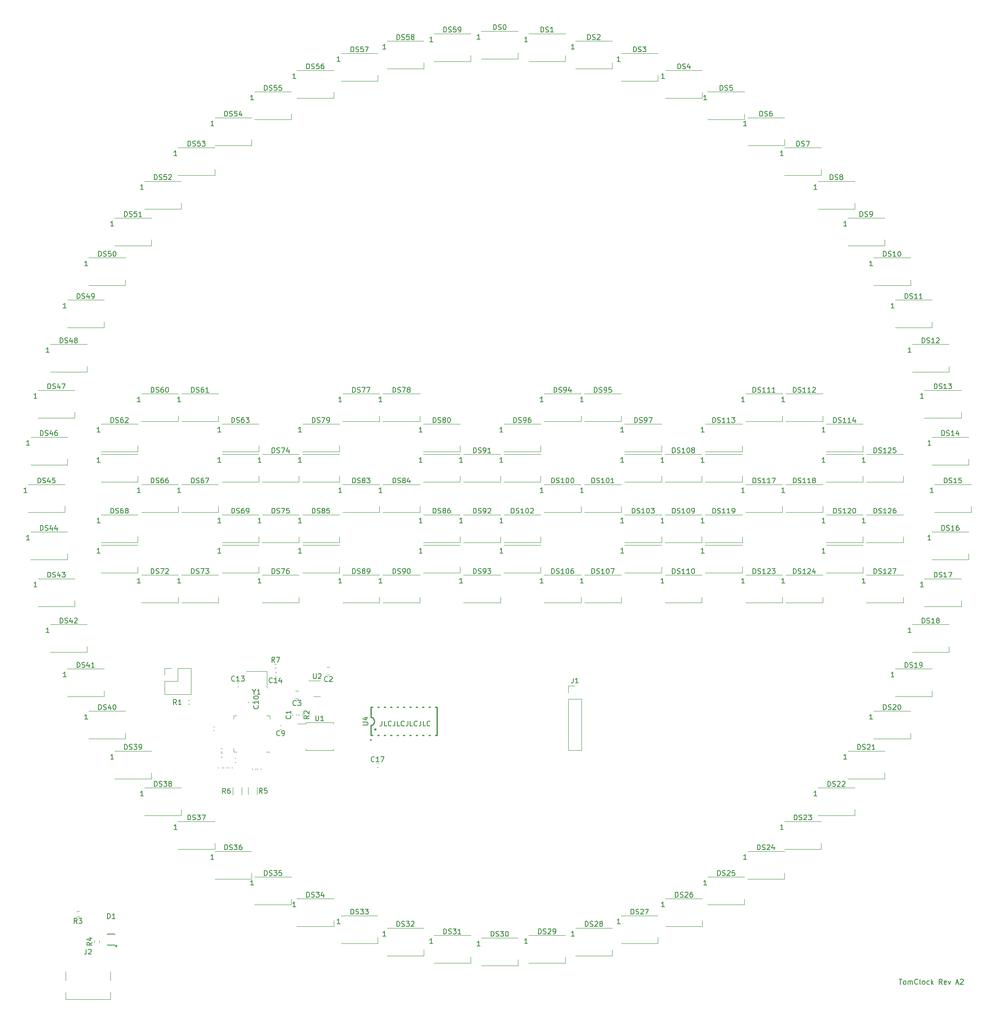
<source format=gbr>
%TF.GenerationSoftware,KiCad,Pcbnew,7.0.2-0*%
%TF.CreationDate,2023-04-30T21:52:29+02:00*%
%TF.ProjectId,tomclock,746f6d63-6c6f-4636-9b2e-6b696361645f,rev?*%
%TF.SameCoordinates,Original*%
%TF.FileFunction,Legend,Top*%
%TF.FilePolarity,Positive*%
%FSLAX46Y46*%
G04 Gerber Fmt 4.6, Leading zero omitted, Abs format (unit mm)*
G04 Created by KiCad (PCBNEW 7.0.2-0) date 2023-04-30 21:52:29*
%MOMM*%
%LPD*%
G01*
G04 APERTURE LIST*
%ADD10C,0.150000*%
%ADD11C,0.250000*%
%ADD12C,0.300000*%
%ADD13C,0.400000*%
%ADD14C,0.120000*%
%ADD15C,0.130000*%
G04 APERTURE END LIST*
D10*
X97880951Y-157462619D02*
X97880951Y-158176904D01*
X97880951Y-158176904D02*
X97833332Y-158319761D01*
X97833332Y-158319761D02*
X97738094Y-158415000D01*
X97738094Y-158415000D02*
X97595237Y-158462619D01*
X97595237Y-158462619D02*
X97499999Y-158462619D01*
X98833332Y-158462619D02*
X98357142Y-158462619D01*
X98357142Y-158462619D02*
X98357142Y-157462619D01*
X99738094Y-158367380D02*
X99690475Y-158415000D01*
X99690475Y-158415000D02*
X99547618Y-158462619D01*
X99547618Y-158462619D02*
X99452380Y-158462619D01*
X99452380Y-158462619D02*
X99309523Y-158415000D01*
X99309523Y-158415000D02*
X99214285Y-158319761D01*
X99214285Y-158319761D02*
X99166666Y-158224523D01*
X99166666Y-158224523D02*
X99119047Y-158034047D01*
X99119047Y-158034047D02*
X99119047Y-157891190D01*
X99119047Y-157891190D02*
X99166666Y-157700714D01*
X99166666Y-157700714D02*
X99214285Y-157605476D01*
X99214285Y-157605476D02*
X99309523Y-157510238D01*
X99309523Y-157510238D02*
X99452380Y-157462619D01*
X99452380Y-157462619D02*
X99547618Y-157462619D01*
X99547618Y-157462619D02*
X99690475Y-157510238D01*
X99690475Y-157510238D02*
X99738094Y-157557857D01*
X100452380Y-157462619D02*
X100452380Y-158176904D01*
X100452380Y-158176904D02*
X100404761Y-158319761D01*
X100404761Y-158319761D02*
X100309523Y-158415000D01*
X100309523Y-158415000D02*
X100166666Y-158462619D01*
X100166666Y-158462619D02*
X100071428Y-158462619D01*
X101404761Y-158462619D02*
X100928571Y-158462619D01*
X100928571Y-158462619D02*
X100928571Y-157462619D01*
X102309523Y-158367380D02*
X102261904Y-158415000D01*
X102261904Y-158415000D02*
X102119047Y-158462619D01*
X102119047Y-158462619D02*
X102023809Y-158462619D01*
X102023809Y-158462619D02*
X101880952Y-158415000D01*
X101880952Y-158415000D02*
X101785714Y-158319761D01*
X101785714Y-158319761D02*
X101738095Y-158224523D01*
X101738095Y-158224523D02*
X101690476Y-158034047D01*
X101690476Y-158034047D02*
X101690476Y-157891190D01*
X101690476Y-157891190D02*
X101738095Y-157700714D01*
X101738095Y-157700714D02*
X101785714Y-157605476D01*
X101785714Y-157605476D02*
X101880952Y-157510238D01*
X101880952Y-157510238D02*
X102023809Y-157462619D01*
X102023809Y-157462619D02*
X102119047Y-157462619D01*
X102119047Y-157462619D02*
X102261904Y-157510238D01*
X102261904Y-157510238D02*
X102309523Y-157557857D01*
X103023809Y-157462619D02*
X103023809Y-158176904D01*
X103023809Y-158176904D02*
X102976190Y-158319761D01*
X102976190Y-158319761D02*
X102880952Y-158415000D01*
X102880952Y-158415000D02*
X102738095Y-158462619D01*
X102738095Y-158462619D02*
X102642857Y-158462619D01*
X103976190Y-158462619D02*
X103500000Y-158462619D01*
X103500000Y-158462619D02*
X103500000Y-157462619D01*
X104880952Y-158367380D02*
X104833333Y-158415000D01*
X104833333Y-158415000D02*
X104690476Y-158462619D01*
X104690476Y-158462619D02*
X104595238Y-158462619D01*
X104595238Y-158462619D02*
X104452381Y-158415000D01*
X104452381Y-158415000D02*
X104357143Y-158319761D01*
X104357143Y-158319761D02*
X104309524Y-158224523D01*
X104309524Y-158224523D02*
X104261905Y-158034047D01*
X104261905Y-158034047D02*
X104261905Y-157891190D01*
X104261905Y-157891190D02*
X104309524Y-157700714D01*
X104309524Y-157700714D02*
X104357143Y-157605476D01*
X104357143Y-157605476D02*
X104452381Y-157510238D01*
X104452381Y-157510238D02*
X104595238Y-157462619D01*
X104595238Y-157462619D02*
X104690476Y-157462619D01*
X104690476Y-157462619D02*
X104833333Y-157510238D01*
X104833333Y-157510238D02*
X104880952Y-157557857D01*
X105595238Y-157462619D02*
X105595238Y-158176904D01*
X105595238Y-158176904D02*
X105547619Y-158319761D01*
X105547619Y-158319761D02*
X105452381Y-158415000D01*
X105452381Y-158415000D02*
X105309524Y-158462619D01*
X105309524Y-158462619D02*
X105214286Y-158462619D01*
X106547619Y-158462619D02*
X106071429Y-158462619D01*
X106071429Y-158462619D02*
X106071429Y-157462619D01*
X107452381Y-158367380D02*
X107404762Y-158415000D01*
X107404762Y-158415000D02*
X107261905Y-158462619D01*
X107261905Y-158462619D02*
X107166667Y-158462619D01*
X107166667Y-158462619D02*
X107023810Y-158415000D01*
X107023810Y-158415000D02*
X106928572Y-158319761D01*
X106928572Y-158319761D02*
X106880953Y-158224523D01*
X106880953Y-158224523D02*
X106833334Y-158034047D01*
X106833334Y-158034047D02*
X106833334Y-157891190D01*
X106833334Y-157891190D02*
X106880953Y-157700714D01*
X106880953Y-157700714D02*
X106928572Y-157605476D01*
X106928572Y-157605476D02*
X107023810Y-157510238D01*
X107023810Y-157510238D02*
X107166667Y-157462619D01*
X107166667Y-157462619D02*
X107261905Y-157462619D01*
X107261905Y-157462619D02*
X107404762Y-157510238D01*
X107404762Y-157510238D02*
X107452381Y-157557857D01*
X200571428Y-208712619D02*
X201142856Y-208712619D01*
X200857142Y-209712619D02*
X200857142Y-208712619D01*
X201619047Y-209712619D02*
X201523809Y-209665000D01*
X201523809Y-209665000D02*
X201476190Y-209617380D01*
X201476190Y-209617380D02*
X201428571Y-209522142D01*
X201428571Y-209522142D02*
X201428571Y-209236428D01*
X201428571Y-209236428D02*
X201476190Y-209141190D01*
X201476190Y-209141190D02*
X201523809Y-209093571D01*
X201523809Y-209093571D02*
X201619047Y-209045952D01*
X201619047Y-209045952D02*
X201761904Y-209045952D01*
X201761904Y-209045952D02*
X201857142Y-209093571D01*
X201857142Y-209093571D02*
X201904761Y-209141190D01*
X201904761Y-209141190D02*
X201952380Y-209236428D01*
X201952380Y-209236428D02*
X201952380Y-209522142D01*
X201952380Y-209522142D02*
X201904761Y-209617380D01*
X201904761Y-209617380D02*
X201857142Y-209665000D01*
X201857142Y-209665000D02*
X201761904Y-209712619D01*
X201761904Y-209712619D02*
X201619047Y-209712619D01*
X202380952Y-209712619D02*
X202380952Y-209045952D01*
X202380952Y-209141190D02*
X202428571Y-209093571D01*
X202428571Y-209093571D02*
X202523809Y-209045952D01*
X202523809Y-209045952D02*
X202666666Y-209045952D01*
X202666666Y-209045952D02*
X202761904Y-209093571D01*
X202761904Y-209093571D02*
X202809523Y-209188809D01*
X202809523Y-209188809D02*
X202809523Y-209712619D01*
X202809523Y-209188809D02*
X202857142Y-209093571D01*
X202857142Y-209093571D02*
X202952380Y-209045952D01*
X202952380Y-209045952D02*
X203095237Y-209045952D01*
X203095237Y-209045952D02*
X203190476Y-209093571D01*
X203190476Y-209093571D02*
X203238095Y-209188809D01*
X203238095Y-209188809D02*
X203238095Y-209712619D01*
X204285713Y-209617380D02*
X204238094Y-209665000D01*
X204238094Y-209665000D02*
X204095237Y-209712619D01*
X204095237Y-209712619D02*
X203999999Y-209712619D01*
X203999999Y-209712619D02*
X203857142Y-209665000D01*
X203857142Y-209665000D02*
X203761904Y-209569761D01*
X203761904Y-209569761D02*
X203714285Y-209474523D01*
X203714285Y-209474523D02*
X203666666Y-209284047D01*
X203666666Y-209284047D02*
X203666666Y-209141190D01*
X203666666Y-209141190D02*
X203714285Y-208950714D01*
X203714285Y-208950714D02*
X203761904Y-208855476D01*
X203761904Y-208855476D02*
X203857142Y-208760238D01*
X203857142Y-208760238D02*
X203999999Y-208712619D01*
X203999999Y-208712619D02*
X204095237Y-208712619D01*
X204095237Y-208712619D02*
X204238094Y-208760238D01*
X204238094Y-208760238D02*
X204285713Y-208807857D01*
X204857142Y-209712619D02*
X204761904Y-209665000D01*
X204761904Y-209665000D02*
X204714285Y-209569761D01*
X204714285Y-209569761D02*
X204714285Y-208712619D01*
X205380952Y-209712619D02*
X205285714Y-209665000D01*
X205285714Y-209665000D02*
X205238095Y-209617380D01*
X205238095Y-209617380D02*
X205190476Y-209522142D01*
X205190476Y-209522142D02*
X205190476Y-209236428D01*
X205190476Y-209236428D02*
X205238095Y-209141190D01*
X205238095Y-209141190D02*
X205285714Y-209093571D01*
X205285714Y-209093571D02*
X205380952Y-209045952D01*
X205380952Y-209045952D02*
X205523809Y-209045952D01*
X205523809Y-209045952D02*
X205619047Y-209093571D01*
X205619047Y-209093571D02*
X205666666Y-209141190D01*
X205666666Y-209141190D02*
X205714285Y-209236428D01*
X205714285Y-209236428D02*
X205714285Y-209522142D01*
X205714285Y-209522142D02*
X205666666Y-209617380D01*
X205666666Y-209617380D02*
X205619047Y-209665000D01*
X205619047Y-209665000D02*
X205523809Y-209712619D01*
X205523809Y-209712619D02*
X205380952Y-209712619D01*
X206571428Y-209665000D02*
X206476190Y-209712619D01*
X206476190Y-209712619D02*
X206285714Y-209712619D01*
X206285714Y-209712619D02*
X206190476Y-209665000D01*
X206190476Y-209665000D02*
X206142857Y-209617380D01*
X206142857Y-209617380D02*
X206095238Y-209522142D01*
X206095238Y-209522142D02*
X206095238Y-209236428D01*
X206095238Y-209236428D02*
X206142857Y-209141190D01*
X206142857Y-209141190D02*
X206190476Y-209093571D01*
X206190476Y-209093571D02*
X206285714Y-209045952D01*
X206285714Y-209045952D02*
X206476190Y-209045952D01*
X206476190Y-209045952D02*
X206571428Y-209093571D01*
X207000000Y-209712619D02*
X207000000Y-208712619D01*
X207095238Y-209331666D02*
X207380952Y-209712619D01*
X207380952Y-209045952D02*
X207000000Y-209426904D01*
X209142857Y-209712619D02*
X208809524Y-209236428D01*
X208571429Y-209712619D02*
X208571429Y-208712619D01*
X208571429Y-208712619D02*
X208952381Y-208712619D01*
X208952381Y-208712619D02*
X209047619Y-208760238D01*
X209047619Y-208760238D02*
X209095238Y-208807857D01*
X209095238Y-208807857D02*
X209142857Y-208903095D01*
X209142857Y-208903095D02*
X209142857Y-209045952D01*
X209142857Y-209045952D02*
X209095238Y-209141190D01*
X209095238Y-209141190D02*
X209047619Y-209188809D01*
X209047619Y-209188809D02*
X208952381Y-209236428D01*
X208952381Y-209236428D02*
X208571429Y-209236428D01*
X209952381Y-209665000D02*
X209857143Y-209712619D01*
X209857143Y-209712619D02*
X209666667Y-209712619D01*
X209666667Y-209712619D02*
X209571429Y-209665000D01*
X209571429Y-209665000D02*
X209523810Y-209569761D01*
X209523810Y-209569761D02*
X209523810Y-209188809D01*
X209523810Y-209188809D02*
X209571429Y-209093571D01*
X209571429Y-209093571D02*
X209666667Y-209045952D01*
X209666667Y-209045952D02*
X209857143Y-209045952D01*
X209857143Y-209045952D02*
X209952381Y-209093571D01*
X209952381Y-209093571D02*
X210000000Y-209188809D01*
X210000000Y-209188809D02*
X210000000Y-209284047D01*
X210000000Y-209284047D02*
X209523810Y-209379285D01*
X210333334Y-209045952D02*
X210571429Y-209712619D01*
X210571429Y-209712619D02*
X210809524Y-209045952D01*
X211904763Y-209426904D02*
X212380953Y-209426904D01*
X211809525Y-209712619D02*
X212142858Y-208712619D01*
X212142858Y-208712619D02*
X212476191Y-209712619D01*
X212761906Y-208807857D02*
X212809525Y-208760238D01*
X212809525Y-208760238D02*
X212904763Y-208712619D01*
X212904763Y-208712619D02*
X213142858Y-208712619D01*
X213142858Y-208712619D02*
X213238096Y-208760238D01*
X213238096Y-208760238D02*
X213285715Y-208807857D01*
X213285715Y-208807857D02*
X213333334Y-208903095D01*
X213333334Y-208903095D02*
X213333334Y-208998333D01*
X213333334Y-208998333D02*
X213285715Y-209141190D01*
X213285715Y-209141190D02*
X212714287Y-209712619D01*
X212714287Y-209712619D02*
X213333334Y-209712619D01*
%TO.C,U4*%
X94112619Y-158261904D02*
X94922142Y-158261904D01*
X94922142Y-158261904D02*
X95017380Y-158214285D01*
X95017380Y-158214285D02*
X95065000Y-158166666D01*
X95065000Y-158166666D02*
X95112619Y-158071428D01*
X95112619Y-158071428D02*
X95112619Y-157880952D01*
X95112619Y-157880952D02*
X95065000Y-157785714D01*
X95065000Y-157785714D02*
X95017380Y-157738095D01*
X95017380Y-157738095D02*
X94922142Y-157690476D01*
X94922142Y-157690476D02*
X94112619Y-157690476D01*
X94445952Y-156785714D02*
X95112619Y-156785714D01*
X94065000Y-157023809D02*
X94779285Y-157261904D01*
X94779285Y-157261904D02*
X94779285Y-156642857D01*
%TO.C,DS92*%
X116059524Y-116212619D02*
X116059524Y-115212619D01*
X116059524Y-115212619D02*
X116297619Y-115212619D01*
X116297619Y-115212619D02*
X116440476Y-115260238D01*
X116440476Y-115260238D02*
X116535714Y-115355476D01*
X116535714Y-115355476D02*
X116583333Y-115450714D01*
X116583333Y-115450714D02*
X116630952Y-115641190D01*
X116630952Y-115641190D02*
X116630952Y-115784047D01*
X116630952Y-115784047D02*
X116583333Y-115974523D01*
X116583333Y-115974523D02*
X116535714Y-116069761D01*
X116535714Y-116069761D02*
X116440476Y-116165000D01*
X116440476Y-116165000D02*
X116297619Y-116212619D01*
X116297619Y-116212619D02*
X116059524Y-116212619D01*
X117011905Y-116165000D02*
X117154762Y-116212619D01*
X117154762Y-116212619D02*
X117392857Y-116212619D01*
X117392857Y-116212619D02*
X117488095Y-116165000D01*
X117488095Y-116165000D02*
X117535714Y-116117380D01*
X117535714Y-116117380D02*
X117583333Y-116022142D01*
X117583333Y-116022142D02*
X117583333Y-115926904D01*
X117583333Y-115926904D02*
X117535714Y-115831666D01*
X117535714Y-115831666D02*
X117488095Y-115784047D01*
X117488095Y-115784047D02*
X117392857Y-115736428D01*
X117392857Y-115736428D02*
X117202381Y-115688809D01*
X117202381Y-115688809D02*
X117107143Y-115641190D01*
X117107143Y-115641190D02*
X117059524Y-115593571D01*
X117059524Y-115593571D02*
X117011905Y-115498333D01*
X117011905Y-115498333D02*
X117011905Y-115403095D01*
X117011905Y-115403095D02*
X117059524Y-115307857D01*
X117059524Y-115307857D02*
X117107143Y-115260238D01*
X117107143Y-115260238D02*
X117202381Y-115212619D01*
X117202381Y-115212619D02*
X117440476Y-115212619D01*
X117440476Y-115212619D02*
X117583333Y-115260238D01*
X118059524Y-116212619D02*
X118250000Y-116212619D01*
X118250000Y-116212619D02*
X118345238Y-116165000D01*
X118345238Y-116165000D02*
X118392857Y-116117380D01*
X118392857Y-116117380D02*
X118488095Y-115974523D01*
X118488095Y-115974523D02*
X118535714Y-115784047D01*
X118535714Y-115784047D02*
X118535714Y-115403095D01*
X118535714Y-115403095D02*
X118488095Y-115307857D01*
X118488095Y-115307857D02*
X118440476Y-115260238D01*
X118440476Y-115260238D02*
X118345238Y-115212619D01*
X118345238Y-115212619D02*
X118154762Y-115212619D01*
X118154762Y-115212619D02*
X118059524Y-115260238D01*
X118059524Y-115260238D02*
X118011905Y-115307857D01*
X118011905Y-115307857D02*
X117964286Y-115403095D01*
X117964286Y-115403095D02*
X117964286Y-115641190D01*
X117964286Y-115641190D02*
X118011905Y-115736428D01*
X118011905Y-115736428D02*
X118059524Y-115784047D01*
X118059524Y-115784047D02*
X118154762Y-115831666D01*
X118154762Y-115831666D02*
X118345238Y-115831666D01*
X118345238Y-115831666D02*
X118440476Y-115784047D01*
X118440476Y-115784047D02*
X118488095Y-115736428D01*
X118488095Y-115736428D02*
X118535714Y-115641190D01*
X118916667Y-115307857D02*
X118964286Y-115260238D01*
X118964286Y-115260238D02*
X119059524Y-115212619D01*
X119059524Y-115212619D02*
X119297619Y-115212619D01*
X119297619Y-115212619D02*
X119392857Y-115260238D01*
X119392857Y-115260238D02*
X119440476Y-115307857D01*
X119440476Y-115307857D02*
X119488095Y-115403095D01*
X119488095Y-115403095D02*
X119488095Y-115498333D01*
X119488095Y-115498333D02*
X119440476Y-115641190D01*
X119440476Y-115641190D02*
X118869048Y-116212619D01*
X118869048Y-116212619D02*
X119488095Y-116212619D01*
X113885714Y-118112619D02*
X113314286Y-118112619D01*
X113600000Y-118112619D02*
X113600000Y-117112619D01*
X113600000Y-117112619D02*
X113504762Y-117255476D01*
X113504762Y-117255476D02*
X113409524Y-117350714D01*
X113409524Y-117350714D02*
X113314286Y-117398333D01*
%TO.C,DS18*%
X205155119Y-138022619D02*
X205155119Y-137022619D01*
X205155119Y-137022619D02*
X205393214Y-137022619D01*
X205393214Y-137022619D02*
X205536071Y-137070238D01*
X205536071Y-137070238D02*
X205631309Y-137165476D01*
X205631309Y-137165476D02*
X205678928Y-137260714D01*
X205678928Y-137260714D02*
X205726547Y-137451190D01*
X205726547Y-137451190D02*
X205726547Y-137594047D01*
X205726547Y-137594047D02*
X205678928Y-137784523D01*
X205678928Y-137784523D02*
X205631309Y-137879761D01*
X205631309Y-137879761D02*
X205536071Y-137975000D01*
X205536071Y-137975000D02*
X205393214Y-138022619D01*
X205393214Y-138022619D02*
X205155119Y-138022619D01*
X206107500Y-137975000D02*
X206250357Y-138022619D01*
X206250357Y-138022619D02*
X206488452Y-138022619D01*
X206488452Y-138022619D02*
X206583690Y-137975000D01*
X206583690Y-137975000D02*
X206631309Y-137927380D01*
X206631309Y-137927380D02*
X206678928Y-137832142D01*
X206678928Y-137832142D02*
X206678928Y-137736904D01*
X206678928Y-137736904D02*
X206631309Y-137641666D01*
X206631309Y-137641666D02*
X206583690Y-137594047D01*
X206583690Y-137594047D02*
X206488452Y-137546428D01*
X206488452Y-137546428D02*
X206297976Y-137498809D01*
X206297976Y-137498809D02*
X206202738Y-137451190D01*
X206202738Y-137451190D02*
X206155119Y-137403571D01*
X206155119Y-137403571D02*
X206107500Y-137308333D01*
X206107500Y-137308333D02*
X206107500Y-137213095D01*
X206107500Y-137213095D02*
X206155119Y-137117857D01*
X206155119Y-137117857D02*
X206202738Y-137070238D01*
X206202738Y-137070238D02*
X206297976Y-137022619D01*
X206297976Y-137022619D02*
X206536071Y-137022619D01*
X206536071Y-137022619D02*
X206678928Y-137070238D01*
X207631309Y-138022619D02*
X207059881Y-138022619D01*
X207345595Y-138022619D02*
X207345595Y-137022619D01*
X207345595Y-137022619D02*
X207250357Y-137165476D01*
X207250357Y-137165476D02*
X207155119Y-137260714D01*
X207155119Y-137260714D02*
X207059881Y-137308333D01*
X208202738Y-137451190D02*
X208107500Y-137403571D01*
X208107500Y-137403571D02*
X208059881Y-137355952D01*
X208059881Y-137355952D02*
X208012262Y-137260714D01*
X208012262Y-137260714D02*
X208012262Y-137213095D01*
X208012262Y-137213095D02*
X208059881Y-137117857D01*
X208059881Y-137117857D02*
X208107500Y-137070238D01*
X208107500Y-137070238D02*
X208202738Y-137022619D01*
X208202738Y-137022619D02*
X208393214Y-137022619D01*
X208393214Y-137022619D02*
X208488452Y-137070238D01*
X208488452Y-137070238D02*
X208536071Y-137117857D01*
X208536071Y-137117857D02*
X208583690Y-137213095D01*
X208583690Y-137213095D02*
X208583690Y-137260714D01*
X208583690Y-137260714D02*
X208536071Y-137355952D01*
X208536071Y-137355952D02*
X208488452Y-137403571D01*
X208488452Y-137403571D02*
X208393214Y-137451190D01*
X208393214Y-137451190D02*
X208202738Y-137451190D01*
X208202738Y-137451190D02*
X208107500Y-137498809D01*
X208107500Y-137498809D02*
X208059881Y-137546428D01*
X208059881Y-137546428D02*
X208012262Y-137641666D01*
X208012262Y-137641666D02*
X208012262Y-137832142D01*
X208012262Y-137832142D02*
X208059881Y-137927380D01*
X208059881Y-137927380D02*
X208107500Y-137975000D01*
X208107500Y-137975000D02*
X208202738Y-138022619D01*
X208202738Y-138022619D02*
X208393214Y-138022619D01*
X208393214Y-138022619D02*
X208488452Y-137975000D01*
X208488452Y-137975000D02*
X208536071Y-137927380D01*
X208536071Y-137927380D02*
X208583690Y-137832142D01*
X208583690Y-137832142D02*
X208583690Y-137641666D01*
X208583690Y-137641666D02*
X208536071Y-137546428D01*
X208536071Y-137546428D02*
X208488452Y-137498809D01*
X208488452Y-137498809D02*
X208393214Y-137451190D01*
X202981309Y-139922619D02*
X202409881Y-139922619D01*
X202695595Y-139922619D02*
X202695595Y-138922619D01*
X202695595Y-138922619D02*
X202600357Y-139065476D01*
X202600357Y-139065476D02*
X202505119Y-139160714D01*
X202505119Y-139160714D02*
X202409881Y-139208333D01*
%TO.C,DS98*%
X121885714Y-106112619D02*
X121314286Y-106112619D01*
X121600000Y-106112619D02*
X121600000Y-105112619D01*
X121600000Y-105112619D02*
X121504762Y-105255476D01*
X121504762Y-105255476D02*
X121409524Y-105350714D01*
X121409524Y-105350714D02*
X121314286Y-105398333D01*
%TO.C,DS117*%
X171583333Y-110212619D02*
X171583333Y-109212619D01*
X171583333Y-109212619D02*
X171821428Y-109212619D01*
X171821428Y-109212619D02*
X171964285Y-109260238D01*
X171964285Y-109260238D02*
X172059523Y-109355476D01*
X172059523Y-109355476D02*
X172107142Y-109450714D01*
X172107142Y-109450714D02*
X172154761Y-109641190D01*
X172154761Y-109641190D02*
X172154761Y-109784047D01*
X172154761Y-109784047D02*
X172107142Y-109974523D01*
X172107142Y-109974523D02*
X172059523Y-110069761D01*
X172059523Y-110069761D02*
X171964285Y-110165000D01*
X171964285Y-110165000D02*
X171821428Y-110212619D01*
X171821428Y-110212619D02*
X171583333Y-110212619D01*
X172535714Y-110165000D02*
X172678571Y-110212619D01*
X172678571Y-110212619D02*
X172916666Y-110212619D01*
X172916666Y-110212619D02*
X173011904Y-110165000D01*
X173011904Y-110165000D02*
X173059523Y-110117380D01*
X173059523Y-110117380D02*
X173107142Y-110022142D01*
X173107142Y-110022142D02*
X173107142Y-109926904D01*
X173107142Y-109926904D02*
X173059523Y-109831666D01*
X173059523Y-109831666D02*
X173011904Y-109784047D01*
X173011904Y-109784047D02*
X172916666Y-109736428D01*
X172916666Y-109736428D02*
X172726190Y-109688809D01*
X172726190Y-109688809D02*
X172630952Y-109641190D01*
X172630952Y-109641190D02*
X172583333Y-109593571D01*
X172583333Y-109593571D02*
X172535714Y-109498333D01*
X172535714Y-109498333D02*
X172535714Y-109403095D01*
X172535714Y-109403095D02*
X172583333Y-109307857D01*
X172583333Y-109307857D02*
X172630952Y-109260238D01*
X172630952Y-109260238D02*
X172726190Y-109212619D01*
X172726190Y-109212619D02*
X172964285Y-109212619D01*
X172964285Y-109212619D02*
X173107142Y-109260238D01*
X174059523Y-110212619D02*
X173488095Y-110212619D01*
X173773809Y-110212619D02*
X173773809Y-109212619D01*
X173773809Y-109212619D02*
X173678571Y-109355476D01*
X173678571Y-109355476D02*
X173583333Y-109450714D01*
X173583333Y-109450714D02*
X173488095Y-109498333D01*
X175011904Y-110212619D02*
X174440476Y-110212619D01*
X174726190Y-110212619D02*
X174726190Y-109212619D01*
X174726190Y-109212619D02*
X174630952Y-109355476D01*
X174630952Y-109355476D02*
X174535714Y-109450714D01*
X174535714Y-109450714D02*
X174440476Y-109498333D01*
X175345238Y-109212619D02*
X176011904Y-109212619D01*
X176011904Y-109212619D02*
X175583333Y-110212619D01*
X169885714Y-112112619D02*
X169314286Y-112112619D01*
X169600000Y-112112619D02*
X169600000Y-111112619D01*
X169600000Y-111112619D02*
X169504762Y-111255476D01*
X169504762Y-111255476D02*
X169409524Y-111350714D01*
X169409524Y-111350714D02*
X169314286Y-111398333D01*
%TO.C,DS66*%
X52059524Y-110212619D02*
X52059524Y-109212619D01*
X52059524Y-109212619D02*
X52297619Y-109212619D01*
X52297619Y-109212619D02*
X52440476Y-109260238D01*
X52440476Y-109260238D02*
X52535714Y-109355476D01*
X52535714Y-109355476D02*
X52583333Y-109450714D01*
X52583333Y-109450714D02*
X52630952Y-109641190D01*
X52630952Y-109641190D02*
X52630952Y-109784047D01*
X52630952Y-109784047D02*
X52583333Y-109974523D01*
X52583333Y-109974523D02*
X52535714Y-110069761D01*
X52535714Y-110069761D02*
X52440476Y-110165000D01*
X52440476Y-110165000D02*
X52297619Y-110212619D01*
X52297619Y-110212619D02*
X52059524Y-110212619D01*
X53011905Y-110165000D02*
X53154762Y-110212619D01*
X53154762Y-110212619D02*
X53392857Y-110212619D01*
X53392857Y-110212619D02*
X53488095Y-110165000D01*
X53488095Y-110165000D02*
X53535714Y-110117380D01*
X53535714Y-110117380D02*
X53583333Y-110022142D01*
X53583333Y-110022142D02*
X53583333Y-109926904D01*
X53583333Y-109926904D02*
X53535714Y-109831666D01*
X53535714Y-109831666D02*
X53488095Y-109784047D01*
X53488095Y-109784047D02*
X53392857Y-109736428D01*
X53392857Y-109736428D02*
X53202381Y-109688809D01*
X53202381Y-109688809D02*
X53107143Y-109641190D01*
X53107143Y-109641190D02*
X53059524Y-109593571D01*
X53059524Y-109593571D02*
X53011905Y-109498333D01*
X53011905Y-109498333D02*
X53011905Y-109403095D01*
X53011905Y-109403095D02*
X53059524Y-109307857D01*
X53059524Y-109307857D02*
X53107143Y-109260238D01*
X53107143Y-109260238D02*
X53202381Y-109212619D01*
X53202381Y-109212619D02*
X53440476Y-109212619D01*
X53440476Y-109212619D02*
X53583333Y-109260238D01*
X54440476Y-109212619D02*
X54250000Y-109212619D01*
X54250000Y-109212619D02*
X54154762Y-109260238D01*
X54154762Y-109260238D02*
X54107143Y-109307857D01*
X54107143Y-109307857D02*
X54011905Y-109450714D01*
X54011905Y-109450714D02*
X53964286Y-109641190D01*
X53964286Y-109641190D02*
X53964286Y-110022142D01*
X53964286Y-110022142D02*
X54011905Y-110117380D01*
X54011905Y-110117380D02*
X54059524Y-110165000D01*
X54059524Y-110165000D02*
X54154762Y-110212619D01*
X54154762Y-110212619D02*
X54345238Y-110212619D01*
X54345238Y-110212619D02*
X54440476Y-110165000D01*
X54440476Y-110165000D02*
X54488095Y-110117380D01*
X54488095Y-110117380D02*
X54535714Y-110022142D01*
X54535714Y-110022142D02*
X54535714Y-109784047D01*
X54535714Y-109784047D02*
X54488095Y-109688809D01*
X54488095Y-109688809D02*
X54440476Y-109641190D01*
X54440476Y-109641190D02*
X54345238Y-109593571D01*
X54345238Y-109593571D02*
X54154762Y-109593571D01*
X54154762Y-109593571D02*
X54059524Y-109641190D01*
X54059524Y-109641190D02*
X54011905Y-109688809D01*
X54011905Y-109688809D02*
X53964286Y-109784047D01*
X55392857Y-109212619D02*
X55202381Y-109212619D01*
X55202381Y-109212619D02*
X55107143Y-109260238D01*
X55107143Y-109260238D02*
X55059524Y-109307857D01*
X55059524Y-109307857D02*
X54964286Y-109450714D01*
X54964286Y-109450714D02*
X54916667Y-109641190D01*
X54916667Y-109641190D02*
X54916667Y-110022142D01*
X54916667Y-110022142D02*
X54964286Y-110117380D01*
X54964286Y-110117380D02*
X55011905Y-110165000D01*
X55011905Y-110165000D02*
X55107143Y-110212619D01*
X55107143Y-110212619D02*
X55297619Y-110212619D01*
X55297619Y-110212619D02*
X55392857Y-110165000D01*
X55392857Y-110165000D02*
X55440476Y-110117380D01*
X55440476Y-110117380D02*
X55488095Y-110022142D01*
X55488095Y-110022142D02*
X55488095Y-109784047D01*
X55488095Y-109784047D02*
X55440476Y-109688809D01*
X55440476Y-109688809D02*
X55392857Y-109641190D01*
X55392857Y-109641190D02*
X55297619Y-109593571D01*
X55297619Y-109593571D02*
X55107143Y-109593571D01*
X55107143Y-109593571D02*
X55011905Y-109641190D01*
X55011905Y-109641190D02*
X54964286Y-109688809D01*
X54964286Y-109688809D02*
X54916667Y-109784047D01*
X49885714Y-112112619D02*
X49314286Y-112112619D01*
X49600000Y-112112619D02*
X49600000Y-111112619D01*
X49600000Y-111112619D02*
X49504762Y-111255476D01*
X49504762Y-111255476D02*
X49409524Y-111350714D01*
X49409524Y-111350714D02*
X49314286Y-111398333D01*
%TO.C,DS65*%
X65885714Y-106112619D02*
X65314286Y-106112619D01*
X65600000Y-106112619D02*
X65600000Y-105112619D01*
X65600000Y-105112619D02*
X65504762Y-105255476D01*
X65504762Y-105255476D02*
X65409524Y-105350714D01*
X65409524Y-105350714D02*
X65314286Y-105398333D01*
%TO.C,DS115*%
X161885714Y-106112619D02*
X161314286Y-106112619D01*
X161600000Y-106112619D02*
X161600000Y-105112619D01*
X161600000Y-105112619D02*
X161504762Y-105255476D01*
X161504762Y-105255476D02*
X161409524Y-105350714D01*
X161409524Y-105350714D02*
X161314286Y-105398333D01*
%TO.C,DS43*%
X31525119Y-128922619D02*
X31525119Y-127922619D01*
X31525119Y-127922619D02*
X31763214Y-127922619D01*
X31763214Y-127922619D02*
X31906071Y-127970238D01*
X31906071Y-127970238D02*
X32001309Y-128065476D01*
X32001309Y-128065476D02*
X32048928Y-128160714D01*
X32048928Y-128160714D02*
X32096547Y-128351190D01*
X32096547Y-128351190D02*
X32096547Y-128494047D01*
X32096547Y-128494047D02*
X32048928Y-128684523D01*
X32048928Y-128684523D02*
X32001309Y-128779761D01*
X32001309Y-128779761D02*
X31906071Y-128875000D01*
X31906071Y-128875000D02*
X31763214Y-128922619D01*
X31763214Y-128922619D02*
X31525119Y-128922619D01*
X32477500Y-128875000D02*
X32620357Y-128922619D01*
X32620357Y-128922619D02*
X32858452Y-128922619D01*
X32858452Y-128922619D02*
X32953690Y-128875000D01*
X32953690Y-128875000D02*
X33001309Y-128827380D01*
X33001309Y-128827380D02*
X33048928Y-128732142D01*
X33048928Y-128732142D02*
X33048928Y-128636904D01*
X33048928Y-128636904D02*
X33001309Y-128541666D01*
X33001309Y-128541666D02*
X32953690Y-128494047D01*
X32953690Y-128494047D02*
X32858452Y-128446428D01*
X32858452Y-128446428D02*
X32667976Y-128398809D01*
X32667976Y-128398809D02*
X32572738Y-128351190D01*
X32572738Y-128351190D02*
X32525119Y-128303571D01*
X32525119Y-128303571D02*
X32477500Y-128208333D01*
X32477500Y-128208333D02*
X32477500Y-128113095D01*
X32477500Y-128113095D02*
X32525119Y-128017857D01*
X32525119Y-128017857D02*
X32572738Y-127970238D01*
X32572738Y-127970238D02*
X32667976Y-127922619D01*
X32667976Y-127922619D02*
X32906071Y-127922619D01*
X32906071Y-127922619D02*
X33048928Y-127970238D01*
X33906071Y-128255952D02*
X33906071Y-128922619D01*
X33667976Y-127875000D02*
X33429881Y-128589285D01*
X33429881Y-128589285D02*
X34048928Y-128589285D01*
X34334643Y-127922619D02*
X34953690Y-127922619D01*
X34953690Y-127922619D02*
X34620357Y-128303571D01*
X34620357Y-128303571D02*
X34763214Y-128303571D01*
X34763214Y-128303571D02*
X34858452Y-128351190D01*
X34858452Y-128351190D02*
X34906071Y-128398809D01*
X34906071Y-128398809D02*
X34953690Y-128494047D01*
X34953690Y-128494047D02*
X34953690Y-128732142D01*
X34953690Y-128732142D02*
X34906071Y-128827380D01*
X34906071Y-128827380D02*
X34858452Y-128875000D01*
X34858452Y-128875000D02*
X34763214Y-128922619D01*
X34763214Y-128922619D02*
X34477500Y-128922619D01*
X34477500Y-128922619D02*
X34382262Y-128875000D01*
X34382262Y-128875000D02*
X34334643Y-128827380D01*
X29351309Y-130822619D02*
X28779881Y-130822619D01*
X29065595Y-130822619D02*
X29065595Y-129822619D01*
X29065595Y-129822619D02*
X28970357Y-129965476D01*
X28970357Y-129965476D02*
X28875119Y-130060714D01*
X28875119Y-130060714D02*
X28779881Y-130108333D01*
%TO.C,Y1*%
X72523809Y-151686428D02*
X72523809Y-152162619D01*
X72190476Y-151162619D02*
X72523809Y-151686428D01*
X72523809Y-151686428D02*
X72857142Y-151162619D01*
X73714285Y-152162619D02*
X73142857Y-152162619D01*
X73428571Y-152162619D02*
X73428571Y-151162619D01*
X73428571Y-151162619D02*
X73333333Y-151305476D01*
X73333333Y-151305476D02*
X73238095Y-151400714D01*
X73238095Y-151400714D02*
X73142857Y-151448333D01*
%TO.C,DS112*%
X179583333Y-92212619D02*
X179583333Y-91212619D01*
X179583333Y-91212619D02*
X179821428Y-91212619D01*
X179821428Y-91212619D02*
X179964285Y-91260238D01*
X179964285Y-91260238D02*
X180059523Y-91355476D01*
X180059523Y-91355476D02*
X180107142Y-91450714D01*
X180107142Y-91450714D02*
X180154761Y-91641190D01*
X180154761Y-91641190D02*
X180154761Y-91784047D01*
X180154761Y-91784047D02*
X180107142Y-91974523D01*
X180107142Y-91974523D02*
X180059523Y-92069761D01*
X180059523Y-92069761D02*
X179964285Y-92165000D01*
X179964285Y-92165000D02*
X179821428Y-92212619D01*
X179821428Y-92212619D02*
X179583333Y-92212619D01*
X180535714Y-92165000D02*
X180678571Y-92212619D01*
X180678571Y-92212619D02*
X180916666Y-92212619D01*
X180916666Y-92212619D02*
X181011904Y-92165000D01*
X181011904Y-92165000D02*
X181059523Y-92117380D01*
X181059523Y-92117380D02*
X181107142Y-92022142D01*
X181107142Y-92022142D02*
X181107142Y-91926904D01*
X181107142Y-91926904D02*
X181059523Y-91831666D01*
X181059523Y-91831666D02*
X181011904Y-91784047D01*
X181011904Y-91784047D02*
X180916666Y-91736428D01*
X180916666Y-91736428D02*
X180726190Y-91688809D01*
X180726190Y-91688809D02*
X180630952Y-91641190D01*
X180630952Y-91641190D02*
X180583333Y-91593571D01*
X180583333Y-91593571D02*
X180535714Y-91498333D01*
X180535714Y-91498333D02*
X180535714Y-91403095D01*
X180535714Y-91403095D02*
X180583333Y-91307857D01*
X180583333Y-91307857D02*
X180630952Y-91260238D01*
X180630952Y-91260238D02*
X180726190Y-91212619D01*
X180726190Y-91212619D02*
X180964285Y-91212619D01*
X180964285Y-91212619D02*
X181107142Y-91260238D01*
X182059523Y-92212619D02*
X181488095Y-92212619D01*
X181773809Y-92212619D02*
X181773809Y-91212619D01*
X181773809Y-91212619D02*
X181678571Y-91355476D01*
X181678571Y-91355476D02*
X181583333Y-91450714D01*
X181583333Y-91450714D02*
X181488095Y-91498333D01*
X183011904Y-92212619D02*
X182440476Y-92212619D01*
X182726190Y-92212619D02*
X182726190Y-91212619D01*
X182726190Y-91212619D02*
X182630952Y-91355476D01*
X182630952Y-91355476D02*
X182535714Y-91450714D01*
X182535714Y-91450714D02*
X182440476Y-91498333D01*
X183392857Y-91307857D02*
X183440476Y-91260238D01*
X183440476Y-91260238D02*
X183535714Y-91212619D01*
X183535714Y-91212619D02*
X183773809Y-91212619D01*
X183773809Y-91212619D02*
X183869047Y-91260238D01*
X183869047Y-91260238D02*
X183916666Y-91307857D01*
X183916666Y-91307857D02*
X183964285Y-91403095D01*
X183964285Y-91403095D02*
X183964285Y-91498333D01*
X183964285Y-91498333D02*
X183916666Y-91641190D01*
X183916666Y-91641190D02*
X183345238Y-92212619D01*
X183345238Y-92212619D02*
X183964285Y-92212619D01*
X177885714Y-94112619D02*
X177314286Y-94112619D01*
X177600000Y-94112619D02*
X177600000Y-93112619D01*
X177600000Y-93112619D02*
X177504762Y-93255476D01*
X177504762Y-93255476D02*
X177409524Y-93350714D01*
X177409524Y-93350714D02*
X177314286Y-93398333D01*
%TO.C,DS123*%
X171583333Y-128212619D02*
X171583333Y-127212619D01*
X171583333Y-127212619D02*
X171821428Y-127212619D01*
X171821428Y-127212619D02*
X171964285Y-127260238D01*
X171964285Y-127260238D02*
X172059523Y-127355476D01*
X172059523Y-127355476D02*
X172107142Y-127450714D01*
X172107142Y-127450714D02*
X172154761Y-127641190D01*
X172154761Y-127641190D02*
X172154761Y-127784047D01*
X172154761Y-127784047D02*
X172107142Y-127974523D01*
X172107142Y-127974523D02*
X172059523Y-128069761D01*
X172059523Y-128069761D02*
X171964285Y-128165000D01*
X171964285Y-128165000D02*
X171821428Y-128212619D01*
X171821428Y-128212619D02*
X171583333Y-128212619D01*
X172535714Y-128165000D02*
X172678571Y-128212619D01*
X172678571Y-128212619D02*
X172916666Y-128212619D01*
X172916666Y-128212619D02*
X173011904Y-128165000D01*
X173011904Y-128165000D02*
X173059523Y-128117380D01*
X173059523Y-128117380D02*
X173107142Y-128022142D01*
X173107142Y-128022142D02*
X173107142Y-127926904D01*
X173107142Y-127926904D02*
X173059523Y-127831666D01*
X173059523Y-127831666D02*
X173011904Y-127784047D01*
X173011904Y-127784047D02*
X172916666Y-127736428D01*
X172916666Y-127736428D02*
X172726190Y-127688809D01*
X172726190Y-127688809D02*
X172630952Y-127641190D01*
X172630952Y-127641190D02*
X172583333Y-127593571D01*
X172583333Y-127593571D02*
X172535714Y-127498333D01*
X172535714Y-127498333D02*
X172535714Y-127403095D01*
X172535714Y-127403095D02*
X172583333Y-127307857D01*
X172583333Y-127307857D02*
X172630952Y-127260238D01*
X172630952Y-127260238D02*
X172726190Y-127212619D01*
X172726190Y-127212619D02*
X172964285Y-127212619D01*
X172964285Y-127212619D02*
X173107142Y-127260238D01*
X174059523Y-128212619D02*
X173488095Y-128212619D01*
X173773809Y-128212619D02*
X173773809Y-127212619D01*
X173773809Y-127212619D02*
X173678571Y-127355476D01*
X173678571Y-127355476D02*
X173583333Y-127450714D01*
X173583333Y-127450714D02*
X173488095Y-127498333D01*
X174440476Y-127307857D02*
X174488095Y-127260238D01*
X174488095Y-127260238D02*
X174583333Y-127212619D01*
X174583333Y-127212619D02*
X174821428Y-127212619D01*
X174821428Y-127212619D02*
X174916666Y-127260238D01*
X174916666Y-127260238D02*
X174964285Y-127307857D01*
X174964285Y-127307857D02*
X175011904Y-127403095D01*
X175011904Y-127403095D02*
X175011904Y-127498333D01*
X175011904Y-127498333D02*
X174964285Y-127641190D01*
X174964285Y-127641190D02*
X174392857Y-128212619D01*
X174392857Y-128212619D02*
X175011904Y-128212619D01*
X175345238Y-127212619D02*
X175964285Y-127212619D01*
X175964285Y-127212619D02*
X175630952Y-127593571D01*
X175630952Y-127593571D02*
X175773809Y-127593571D01*
X175773809Y-127593571D02*
X175869047Y-127641190D01*
X175869047Y-127641190D02*
X175916666Y-127688809D01*
X175916666Y-127688809D02*
X175964285Y-127784047D01*
X175964285Y-127784047D02*
X175964285Y-128022142D01*
X175964285Y-128022142D02*
X175916666Y-128117380D01*
X175916666Y-128117380D02*
X175869047Y-128165000D01*
X175869047Y-128165000D02*
X175773809Y-128212619D01*
X175773809Y-128212619D02*
X175488095Y-128212619D01*
X175488095Y-128212619D02*
X175392857Y-128165000D01*
X175392857Y-128165000D02*
X175345238Y-128117380D01*
X169885714Y-130112619D02*
X169314286Y-130112619D01*
X169600000Y-130112619D02*
X169600000Y-129112619D01*
X169600000Y-129112619D02*
X169504762Y-129255476D01*
X169504762Y-129255476D02*
X169409524Y-129350714D01*
X169409524Y-129350714D02*
X169314286Y-129398333D01*
%TO.C,R2*%
X83382619Y-156416666D02*
X82906428Y-156749999D01*
X83382619Y-156988094D02*
X82382619Y-156988094D01*
X82382619Y-156988094D02*
X82382619Y-156607142D01*
X82382619Y-156607142D02*
X82430238Y-156511904D01*
X82430238Y-156511904D02*
X82477857Y-156464285D01*
X82477857Y-156464285D02*
X82573095Y-156416666D01*
X82573095Y-156416666D02*
X82715952Y-156416666D01*
X82715952Y-156416666D02*
X82811190Y-156464285D01*
X82811190Y-156464285D02*
X82858809Y-156511904D01*
X82858809Y-156511904D02*
X82906428Y-156607142D01*
X82906428Y-156607142D02*
X82906428Y-156988094D01*
X82477857Y-156035713D02*
X82430238Y-155988094D01*
X82430238Y-155988094D02*
X82382619Y-155892856D01*
X82382619Y-155892856D02*
X82382619Y-155654761D01*
X82382619Y-155654761D02*
X82430238Y-155559523D01*
X82430238Y-155559523D02*
X82477857Y-155511904D01*
X82477857Y-155511904D02*
X82573095Y-155464285D01*
X82573095Y-155464285D02*
X82668333Y-155464285D01*
X82668333Y-155464285D02*
X82811190Y-155511904D01*
X82811190Y-155511904D02*
X83382619Y-156083332D01*
X83382619Y-156083332D02*
X83382619Y-155464285D01*
%TO.C,DS86*%
X108059524Y-116212619D02*
X108059524Y-115212619D01*
X108059524Y-115212619D02*
X108297619Y-115212619D01*
X108297619Y-115212619D02*
X108440476Y-115260238D01*
X108440476Y-115260238D02*
X108535714Y-115355476D01*
X108535714Y-115355476D02*
X108583333Y-115450714D01*
X108583333Y-115450714D02*
X108630952Y-115641190D01*
X108630952Y-115641190D02*
X108630952Y-115784047D01*
X108630952Y-115784047D02*
X108583333Y-115974523D01*
X108583333Y-115974523D02*
X108535714Y-116069761D01*
X108535714Y-116069761D02*
X108440476Y-116165000D01*
X108440476Y-116165000D02*
X108297619Y-116212619D01*
X108297619Y-116212619D02*
X108059524Y-116212619D01*
X109011905Y-116165000D02*
X109154762Y-116212619D01*
X109154762Y-116212619D02*
X109392857Y-116212619D01*
X109392857Y-116212619D02*
X109488095Y-116165000D01*
X109488095Y-116165000D02*
X109535714Y-116117380D01*
X109535714Y-116117380D02*
X109583333Y-116022142D01*
X109583333Y-116022142D02*
X109583333Y-115926904D01*
X109583333Y-115926904D02*
X109535714Y-115831666D01*
X109535714Y-115831666D02*
X109488095Y-115784047D01*
X109488095Y-115784047D02*
X109392857Y-115736428D01*
X109392857Y-115736428D02*
X109202381Y-115688809D01*
X109202381Y-115688809D02*
X109107143Y-115641190D01*
X109107143Y-115641190D02*
X109059524Y-115593571D01*
X109059524Y-115593571D02*
X109011905Y-115498333D01*
X109011905Y-115498333D02*
X109011905Y-115403095D01*
X109011905Y-115403095D02*
X109059524Y-115307857D01*
X109059524Y-115307857D02*
X109107143Y-115260238D01*
X109107143Y-115260238D02*
X109202381Y-115212619D01*
X109202381Y-115212619D02*
X109440476Y-115212619D01*
X109440476Y-115212619D02*
X109583333Y-115260238D01*
X110154762Y-115641190D02*
X110059524Y-115593571D01*
X110059524Y-115593571D02*
X110011905Y-115545952D01*
X110011905Y-115545952D02*
X109964286Y-115450714D01*
X109964286Y-115450714D02*
X109964286Y-115403095D01*
X109964286Y-115403095D02*
X110011905Y-115307857D01*
X110011905Y-115307857D02*
X110059524Y-115260238D01*
X110059524Y-115260238D02*
X110154762Y-115212619D01*
X110154762Y-115212619D02*
X110345238Y-115212619D01*
X110345238Y-115212619D02*
X110440476Y-115260238D01*
X110440476Y-115260238D02*
X110488095Y-115307857D01*
X110488095Y-115307857D02*
X110535714Y-115403095D01*
X110535714Y-115403095D02*
X110535714Y-115450714D01*
X110535714Y-115450714D02*
X110488095Y-115545952D01*
X110488095Y-115545952D02*
X110440476Y-115593571D01*
X110440476Y-115593571D02*
X110345238Y-115641190D01*
X110345238Y-115641190D02*
X110154762Y-115641190D01*
X110154762Y-115641190D02*
X110059524Y-115688809D01*
X110059524Y-115688809D02*
X110011905Y-115736428D01*
X110011905Y-115736428D02*
X109964286Y-115831666D01*
X109964286Y-115831666D02*
X109964286Y-116022142D01*
X109964286Y-116022142D02*
X110011905Y-116117380D01*
X110011905Y-116117380D02*
X110059524Y-116165000D01*
X110059524Y-116165000D02*
X110154762Y-116212619D01*
X110154762Y-116212619D02*
X110345238Y-116212619D01*
X110345238Y-116212619D02*
X110440476Y-116165000D01*
X110440476Y-116165000D02*
X110488095Y-116117380D01*
X110488095Y-116117380D02*
X110535714Y-116022142D01*
X110535714Y-116022142D02*
X110535714Y-115831666D01*
X110535714Y-115831666D02*
X110488095Y-115736428D01*
X110488095Y-115736428D02*
X110440476Y-115688809D01*
X110440476Y-115688809D02*
X110345238Y-115641190D01*
X111392857Y-115212619D02*
X111202381Y-115212619D01*
X111202381Y-115212619D02*
X111107143Y-115260238D01*
X111107143Y-115260238D02*
X111059524Y-115307857D01*
X111059524Y-115307857D02*
X110964286Y-115450714D01*
X110964286Y-115450714D02*
X110916667Y-115641190D01*
X110916667Y-115641190D02*
X110916667Y-116022142D01*
X110916667Y-116022142D02*
X110964286Y-116117380D01*
X110964286Y-116117380D02*
X111011905Y-116165000D01*
X111011905Y-116165000D02*
X111107143Y-116212619D01*
X111107143Y-116212619D02*
X111297619Y-116212619D01*
X111297619Y-116212619D02*
X111392857Y-116165000D01*
X111392857Y-116165000D02*
X111440476Y-116117380D01*
X111440476Y-116117380D02*
X111488095Y-116022142D01*
X111488095Y-116022142D02*
X111488095Y-115784047D01*
X111488095Y-115784047D02*
X111440476Y-115688809D01*
X111440476Y-115688809D02*
X111392857Y-115641190D01*
X111392857Y-115641190D02*
X111297619Y-115593571D01*
X111297619Y-115593571D02*
X111107143Y-115593571D01*
X111107143Y-115593571D02*
X111011905Y-115641190D01*
X111011905Y-115641190D02*
X110964286Y-115688809D01*
X110964286Y-115688809D02*
X110916667Y-115784047D01*
X105885714Y-118112619D02*
X105314286Y-118112619D01*
X105600000Y-118112619D02*
X105600000Y-117112619D01*
X105600000Y-117112619D02*
X105504762Y-117255476D01*
X105504762Y-117255476D02*
X105409524Y-117350714D01*
X105409524Y-117350714D02*
X105314286Y-117398333D01*
%TO.C,DS64*%
X41885714Y-106112619D02*
X41314286Y-106112619D01*
X41600000Y-106112619D02*
X41600000Y-105112619D01*
X41600000Y-105112619D02*
X41504762Y-105255476D01*
X41504762Y-105255476D02*
X41409524Y-105350714D01*
X41409524Y-105350714D02*
X41314286Y-105398333D01*
%TO.C,DS23*%
X179775119Y-177092619D02*
X179775119Y-176092619D01*
X179775119Y-176092619D02*
X180013214Y-176092619D01*
X180013214Y-176092619D02*
X180156071Y-176140238D01*
X180156071Y-176140238D02*
X180251309Y-176235476D01*
X180251309Y-176235476D02*
X180298928Y-176330714D01*
X180298928Y-176330714D02*
X180346547Y-176521190D01*
X180346547Y-176521190D02*
X180346547Y-176664047D01*
X180346547Y-176664047D02*
X180298928Y-176854523D01*
X180298928Y-176854523D02*
X180251309Y-176949761D01*
X180251309Y-176949761D02*
X180156071Y-177045000D01*
X180156071Y-177045000D02*
X180013214Y-177092619D01*
X180013214Y-177092619D02*
X179775119Y-177092619D01*
X180727500Y-177045000D02*
X180870357Y-177092619D01*
X180870357Y-177092619D02*
X181108452Y-177092619D01*
X181108452Y-177092619D02*
X181203690Y-177045000D01*
X181203690Y-177045000D02*
X181251309Y-176997380D01*
X181251309Y-176997380D02*
X181298928Y-176902142D01*
X181298928Y-176902142D02*
X181298928Y-176806904D01*
X181298928Y-176806904D02*
X181251309Y-176711666D01*
X181251309Y-176711666D02*
X181203690Y-176664047D01*
X181203690Y-176664047D02*
X181108452Y-176616428D01*
X181108452Y-176616428D02*
X180917976Y-176568809D01*
X180917976Y-176568809D02*
X180822738Y-176521190D01*
X180822738Y-176521190D02*
X180775119Y-176473571D01*
X180775119Y-176473571D02*
X180727500Y-176378333D01*
X180727500Y-176378333D02*
X180727500Y-176283095D01*
X180727500Y-176283095D02*
X180775119Y-176187857D01*
X180775119Y-176187857D02*
X180822738Y-176140238D01*
X180822738Y-176140238D02*
X180917976Y-176092619D01*
X180917976Y-176092619D02*
X181156071Y-176092619D01*
X181156071Y-176092619D02*
X181298928Y-176140238D01*
X181679881Y-176187857D02*
X181727500Y-176140238D01*
X181727500Y-176140238D02*
X181822738Y-176092619D01*
X181822738Y-176092619D02*
X182060833Y-176092619D01*
X182060833Y-176092619D02*
X182156071Y-176140238D01*
X182156071Y-176140238D02*
X182203690Y-176187857D01*
X182203690Y-176187857D02*
X182251309Y-176283095D01*
X182251309Y-176283095D02*
X182251309Y-176378333D01*
X182251309Y-176378333D02*
X182203690Y-176521190D01*
X182203690Y-176521190D02*
X181632262Y-177092619D01*
X181632262Y-177092619D02*
X182251309Y-177092619D01*
X182584643Y-176092619D02*
X183203690Y-176092619D01*
X183203690Y-176092619D02*
X182870357Y-176473571D01*
X182870357Y-176473571D02*
X183013214Y-176473571D01*
X183013214Y-176473571D02*
X183108452Y-176521190D01*
X183108452Y-176521190D02*
X183156071Y-176568809D01*
X183156071Y-176568809D02*
X183203690Y-176664047D01*
X183203690Y-176664047D02*
X183203690Y-176902142D01*
X183203690Y-176902142D02*
X183156071Y-176997380D01*
X183156071Y-176997380D02*
X183108452Y-177045000D01*
X183108452Y-177045000D02*
X183013214Y-177092619D01*
X183013214Y-177092619D02*
X182727500Y-177092619D01*
X182727500Y-177092619D02*
X182632262Y-177045000D01*
X182632262Y-177045000D02*
X182584643Y-176997380D01*
X177601309Y-178992619D02*
X177029881Y-178992619D01*
X177315595Y-178992619D02*
X177315595Y-177992619D01*
X177315595Y-177992619D02*
X177220357Y-178135476D01*
X177220357Y-178135476D02*
X177125119Y-178230714D01*
X177125119Y-178230714D02*
X177029881Y-178278333D01*
%TO.C,DS109*%
X155583333Y-116212619D02*
X155583333Y-115212619D01*
X155583333Y-115212619D02*
X155821428Y-115212619D01*
X155821428Y-115212619D02*
X155964285Y-115260238D01*
X155964285Y-115260238D02*
X156059523Y-115355476D01*
X156059523Y-115355476D02*
X156107142Y-115450714D01*
X156107142Y-115450714D02*
X156154761Y-115641190D01*
X156154761Y-115641190D02*
X156154761Y-115784047D01*
X156154761Y-115784047D02*
X156107142Y-115974523D01*
X156107142Y-115974523D02*
X156059523Y-116069761D01*
X156059523Y-116069761D02*
X155964285Y-116165000D01*
X155964285Y-116165000D02*
X155821428Y-116212619D01*
X155821428Y-116212619D02*
X155583333Y-116212619D01*
X156535714Y-116165000D02*
X156678571Y-116212619D01*
X156678571Y-116212619D02*
X156916666Y-116212619D01*
X156916666Y-116212619D02*
X157011904Y-116165000D01*
X157011904Y-116165000D02*
X157059523Y-116117380D01*
X157059523Y-116117380D02*
X157107142Y-116022142D01*
X157107142Y-116022142D02*
X157107142Y-115926904D01*
X157107142Y-115926904D02*
X157059523Y-115831666D01*
X157059523Y-115831666D02*
X157011904Y-115784047D01*
X157011904Y-115784047D02*
X156916666Y-115736428D01*
X156916666Y-115736428D02*
X156726190Y-115688809D01*
X156726190Y-115688809D02*
X156630952Y-115641190D01*
X156630952Y-115641190D02*
X156583333Y-115593571D01*
X156583333Y-115593571D02*
X156535714Y-115498333D01*
X156535714Y-115498333D02*
X156535714Y-115403095D01*
X156535714Y-115403095D02*
X156583333Y-115307857D01*
X156583333Y-115307857D02*
X156630952Y-115260238D01*
X156630952Y-115260238D02*
X156726190Y-115212619D01*
X156726190Y-115212619D02*
X156964285Y-115212619D01*
X156964285Y-115212619D02*
X157107142Y-115260238D01*
X158059523Y-116212619D02*
X157488095Y-116212619D01*
X157773809Y-116212619D02*
X157773809Y-115212619D01*
X157773809Y-115212619D02*
X157678571Y-115355476D01*
X157678571Y-115355476D02*
X157583333Y-115450714D01*
X157583333Y-115450714D02*
X157488095Y-115498333D01*
X158678571Y-115212619D02*
X158773809Y-115212619D01*
X158773809Y-115212619D02*
X158869047Y-115260238D01*
X158869047Y-115260238D02*
X158916666Y-115307857D01*
X158916666Y-115307857D02*
X158964285Y-115403095D01*
X158964285Y-115403095D02*
X159011904Y-115593571D01*
X159011904Y-115593571D02*
X159011904Y-115831666D01*
X159011904Y-115831666D02*
X158964285Y-116022142D01*
X158964285Y-116022142D02*
X158916666Y-116117380D01*
X158916666Y-116117380D02*
X158869047Y-116165000D01*
X158869047Y-116165000D02*
X158773809Y-116212619D01*
X158773809Y-116212619D02*
X158678571Y-116212619D01*
X158678571Y-116212619D02*
X158583333Y-116165000D01*
X158583333Y-116165000D02*
X158535714Y-116117380D01*
X158535714Y-116117380D02*
X158488095Y-116022142D01*
X158488095Y-116022142D02*
X158440476Y-115831666D01*
X158440476Y-115831666D02*
X158440476Y-115593571D01*
X158440476Y-115593571D02*
X158488095Y-115403095D01*
X158488095Y-115403095D02*
X158535714Y-115307857D01*
X158535714Y-115307857D02*
X158583333Y-115260238D01*
X158583333Y-115260238D02*
X158678571Y-115212619D01*
X159488095Y-116212619D02*
X159678571Y-116212619D01*
X159678571Y-116212619D02*
X159773809Y-116165000D01*
X159773809Y-116165000D02*
X159821428Y-116117380D01*
X159821428Y-116117380D02*
X159916666Y-115974523D01*
X159916666Y-115974523D02*
X159964285Y-115784047D01*
X159964285Y-115784047D02*
X159964285Y-115403095D01*
X159964285Y-115403095D02*
X159916666Y-115307857D01*
X159916666Y-115307857D02*
X159869047Y-115260238D01*
X159869047Y-115260238D02*
X159773809Y-115212619D01*
X159773809Y-115212619D02*
X159583333Y-115212619D01*
X159583333Y-115212619D02*
X159488095Y-115260238D01*
X159488095Y-115260238D02*
X159440476Y-115307857D01*
X159440476Y-115307857D02*
X159392857Y-115403095D01*
X159392857Y-115403095D02*
X159392857Y-115641190D01*
X159392857Y-115641190D02*
X159440476Y-115736428D01*
X159440476Y-115736428D02*
X159488095Y-115784047D01*
X159488095Y-115784047D02*
X159583333Y-115831666D01*
X159583333Y-115831666D02*
X159773809Y-115831666D01*
X159773809Y-115831666D02*
X159869047Y-115784047D01*
X159869047Y-115784047D02*
X159916666Y-115736428D01*
X159916666Y-115736428D02*
X159964285Y-115641190D01*
X153885714Y-118112619D02*
X153314286Y-118112619D01*
X153600000Y-118112619D02*
X153600000Y-117112619D01*
X153600000Y-117112619D02*
X153504762Y-117255476D01*
X153504762Y-117255476D02*
X153409524Y-117350714D01*
X153409524Y-117350714D02*
X153314286Y-117398333D01*
%TO.C,DS91*%
X116059524Y-104212619D02*
X116059524Y-103212619D01*
X116059524Y-103212619D02*
X116297619Y-103212619D01*
X116297619Y-103212619D02*
X116440476Y-103260238D01*
X116440476Y-103260238D02*
X116535714Y-103355476D01*
X116535714Y-103355476D02*
X116583333Y-103450714D01*
X116583333Y-103450714D02*
X116630952Y-103641190D01*
X116630952Y-103641190D02*
X116630952Y-103784047D01*
X116630952Y-103784047D02*
X116583333Y-103974523D01*
X116583333Y-103974523D02*
X116535714Y-104069761D01*
X116535714Y-104069761D02*
X116440476Y-104165000D01*
X116440476Y-104165000D02*
X116297619Y-104212619D01*
X116297619Y-104212619D02*
X116059524Y-104212619D01*
X117011905Y-104165000D02*
X117154762Y-104212619D01*
X117154762Y-104212619D02*
X117392857Y-104212619D01*
X117392857Y-104212619D02*
X117488095Y-104165000D01*
X117488095Y-104165000D02*
X117535714Y-104117380D01*
X117535714Y-104117380D02*
X117583333Y-104022142D01*
X117583333Y-104022142D02*
X117583333Y-103926904D01*
X117583333Y-103926904D02*
X117535714Y-103831666D01*
X117535714Y-103831666D02*
X117488095Y-103784047D01*
X117488095Y-103784047D02*
X117392857Y-103736428D01*
X117392857Y-103736428D02*
X117202381Y-103688809D01*
X117202381Y-103688809D02*
X117107143Y-103641190D01*
X117107143Y-103641190D02*
X117059524Y-103593571D01*
X117059524Y-103593571D02*
X117011905Y-103498333D01*
X117011905Y-103498333D02*
X117011905Y-103403095D01*
X117011905Y-103403095D02*
X117059524Y-103307857D01*
X117059524Y-103307857D02*
X117107143Y-103260238D01*
X117107143Y-103260238D02*
X117202381Y-103212619D01*
X117202381Y-103212619D02*
X117440476Y-103212619D01*
X117440476Y-103212619D02*
X117583333Y-103260238D01*
X118059524Y-104212619D02*
X118250000Y-104212619D01*
X118250000Y-104212619D02*
X118345238Y-104165000D01*
X118345238Y-104165000D02*
X118392857Y-104117380D01*
X118392857Y-104117380D02*
X118488095Y-103974523D01*
X118488095Y-103974523D02*
X118535714Y-103784047D01*
X118535714Y-103784047D02*
X118535714Y-103403095D01*
X118535714Y-103403095D02*
X118488095Y-103307857D01*
X118488095Y-103307857D02*
X118440476Y-103260238D01*
X118440476Y-103260238D02*
X118345238Y-103212619D01*
X118345238Y-103212619D02*
X118154762Y-103212619D01*
X118154762Y-103212619D02*
X118059524Y-103260238D01*
X118059524Y-103260238D02*
X118011905Y-103307857D01*
X118011905Y-103307857D02*
X117964286Y-103403095D01*
X117964286Y-103403095D02*
X117964286Y-103641190D01*
X117964286Y-103641190D02*
X118011905Y-103736428D01*
X118011905Y-103736428D02*
X118059524Y-103784047D01*
X118059524Y-103784047D02*
X118154762Y-103831666D01*
X118154762Y-103831666D02*
X118345238Y-103831666D01*
X118345238Y-103831666D02*
X118440476Y-103784047D01*
X118440476Y-103784047D02*
X118488095Y-103736428D01*
X118488095Y-103736428D02*
X118535714Y-103641190D01*
X119488095Y-104212619D02*
X118916667Y-104212619D01*
X119202381Y-104212619D02*
X119202381Y-103212619D01*
X119202381Y-103212619D02*
X119107143Y-103355476D01*
X119107143Y-103355476D02*
X119011905Y-103450714D01*
X119011905Y-103450714D02*
X118916667Y-103498333D01*
X113885714Y-106112619D02*
X113314286Y-106112619D01*
X113600000Y-106112619D02*
X113600000Y-105112619D01*
X113600000Y-105112619D02*
X113504762Y-105255476D01*
X113504762Y-105255476D02*
X113409524Y-105350714D01*
X113409524Y-105350714D02*
X113314286Y-105398333D01*
%TO.C,DS93*%
X116059524Y-128212619D02*
X116059524Y-127212619D01*
X116059524Y-127212619D02*
X116297619Y-127212619D01*
X116297619Y-127212619D02*
X116440476Y-127260238D01*
X116440476Y-127260238D02*
X116535714Y-127355476D01*
X116535714Y-127355476D02*
X116583333Y-127450714D01*
X116583333Y-127450714D02*
X116630952Y-127641190D01*
X116630952Y-127641190D02*
X116630952Y-127784047D01*
X116630952Y-127784047D02*
X116583333Y-127974523D01*
X116583333Y-127974523D02*
X116535714Y-128069761D01*
X116535714Y-128069761D02*
X116440476Y-128165000D01*
X116440476Y-128165000D02*
X116297619Y-128212619D01*
X116297619Y-128212619D02*
X116059524Y-128212619D01*
X117011905Y-128165000D02*
X117154762Y-128212619D01*
X117154762Y-128212619D02*
X117392857Y-128212619D01*
X117392857Y-128212619D02*
X117488095Y-128165000D01*
X117488095Y-128165000D02*
X117535714Y-128117380D01*
X117535714Y-128117380D02*
X117583333Y-128022142D01*
X117583333Y-128022142D02*
X117583333Y-127926904D01*
X117583333Y-127926904D02*
X117535714Y-127831666D01*
X117535714Y-127831666D02*
X117488095Y-127784047D01*
X117488095Y-127784047D02*
X117392857Y-127736428D01*
X117392857Y-127736428D02*
X117202381Y-127688809D01*
X117202381Y-127688809D02*
X117107143Y-127641190D01*
X117107143Y-127641190D02*
X117059524Y-127593571D01*
X117059524Y-127593571D02*
X117011905Y-127498333D01*
X117011905Y-127498333D02*
X117011905Y-127403095D01*
X117011905Y-127403095D02*
X117059524Y-127307857D01*
X117059524Y-127307857D02*
X117107143Y-127260238D01*
X117107143Y-127260238D02*
X117202381Y-127212619D01*
X117202381Y-127212619D02*
X117440476Y-127212619D01*
X117440476Y-127212619D02*
X117583333Y-127260238D01*
X118059524Y-128212619D02*
X118250000Y-128212619D01*
X118250000Y-128212619D02*
X118345238Y-128165000D01*
X118345238Y-128165000D02*
X118392857Y-128117380D01*
X118392857Y-128117380D02*
X118488095Y-127974523D01*
X118488095Y-127974523D02*
X118535714Y-127784047D01*
X118535714Y-127784047D02*
X118535714Y-127403095D01*
X118535714Y-127403095D02*
X118488095Y-127307857D01*
X118488095Y-127307857D02*
X118440476Y-127260238D01*
X118440476Y-127260238D02*
X118345238Y-127212619D01*
X118345238Y-127212619D02*
X118154762Y-127212619D01*
X118154762Y-127212619D02*
X118059524Y-127260238D01*
X118059524Y-127260238D02*
X118011905Y-127307857D01*
X118011905Y-127307857D02*
X117964286Y-127403095D01*
X117964286Y-127403095D02*
X117964286Y-127641190D01*
X117964286Y-127641190D02*
X118011905Y-127736428D01*
X118011905Y-127736428D02*
X118059524Y-127784047D01*
X118059524Y-127784047D02*
X118154762Y-127831666D01*
X118154762Y-127831666D02*
X118345238Y-127831666D01*
X118345238Y-127831666D02*
X118440476Y-127784047D01*
X118440476Y-127784047D02*
X118488095Y-127736428D01*
X118488095Y-127736428D02*
X118535714Y-127641190D01*
X118869048Y-127212619D02*
X119488095Y-127212619D01*
X119488095Y-127212619D02*
X119154762Y-127593571D01*
X119154762Y-127593571D02*
X119297619Y-127593571D01*
X119297619Y-127593571D02*
X119392857Y-127641190D01*
X119392857Y-127641190D02*
X119440476Y-127688809D01*
X119440476Y-127688809D02*
X119488095Y-127784047D01*
X119488095Y-127784047D02*
X119488095Y-128022142D01*
X119488095Y-128022142D02*
X119440476Y-128117380D01*
X119440476Y-128117380D02*
X119392857Y-128165000D01*
X119392857Y-128165000D02*
X119297619Y-128212619D01*
X119297619Y-128212619D02*
X119011905Y-128212619D01*
X119011905Y-128212619D02*
X118916667Y-128165000D01*
X118916667Y-128165000D02*
X118869048Y-128117380D01*
X113885714Y-130112619D02*
X113314286Y-130112619D01*
X113600000Y-130112619D02*
X113600000Y-129112619D01*
X113600000Y-129112619D02*
X113504762Y-129255476D01*
X113504762Y-129255476D02*
X113409524Y-129350714D01*
X113409524Y-129350714D02*
X113314286Y-129398333D01*
%TO.C,DS82*%
X105885714Y-106112619D02*
X105314286Y-106112619D01*
X105600000Y-106112619D02*
X105600000Y-105112619D01*
X105600000Y-105112619D02*
X105504762Y-105255476D01*
X105504762Y-105255476D02*
X105409524Y-105350714D01*
X105409524Y-105350714D02*
X105314286Y-105398333D01*
%TO.C,DS118*%
X179583333Y-110212619D02*
X179583333Y-109212619D01*
X179583333Y-109212619D02*
X179821428Y-109212619D01*
X179821428Y-109212619D02*
X179964285Y-109260238D01*
X179964285Y-109260238D02*
X180059523Y-109355476D01*
X180059523Y-109355476D02*
X180107142Y-109450714D01*
X180107142Y-109450714D02*
X180154761Y-109641190D01*
X180154761Y-109641190D02*
X180154761Y-109784047D01*
X180154761Y-109784047D02*
X180107142Y-109974523D01*
X180107142Y-109974523D02*
X180059523Y-110069761D01*
X180059523Y-110069761D02*
X179964285Y-110165000D01*
X179964285Y-110165000D02*
X179821428Y-110212619D01*
X179821428Y-110212619D02*
X179583333Y-110212619D01*
X180535714Y-110165000D02*
X180678571Y-110212619D01*
X180678571Y-110212619D02*
X180916666Y-110212619D01*
X180916666Y-110212619D02*
X181011904Y-110165000D01*
X181011904Y-110165000D02*
X181059523Y-110117380D01*
X181059523Y-110117380D02*
X181107142Y-110022142D01*
X181107142Y-110022142D02*
X181107142Y-109926904D01*
X181107142Y-109926904D02*
X181059523Y-109831666D01*
X181059523Y-109831666D02*
X181011904Y-109784047D01*
X181011904Y-109784047D02*
X180916666Y-109736428D01*
X180916666Y-109736428D02*
X180726190Y-109688809D01*
X180726190Y-109688809D02*
X180630952Y-109641190D01*
X180630952Y-109641190D02*
X180583333Y-109593571D01*
X180583333Y-109593571D02*
X180535714Y-109498333D01*
X180535714Y-109498333D02*
X180535714Y-109403095D01*
X180535714Y-109403095D02*
X180583333Y-109307857D01*
X180583333Y-109307857D02*
X180630952Y-109260238D01*
X180630952Y-109260238D02*
X180726190Y-109212619D01*
X180726190Y-109212619D02*
X180964285Y-109212619D01*
X180964285Y-109212619D02*
X181107142Y-109260238D01*
X182059523Y-110212619D02*
X181488095Y-110212619D01*
X181773809Y-110212619D02*
X181773809Y-109212619D01*
X181773809Y-109212619D02*
X181678571Y-109355476D01*
X181678571Y-109355476D02*
X181583333Y-109450714D01*
X181583333Y-109450714D02*
X181488095Y-109498333D01*
X183011904Y-110212619D02*
X182440476Y-110212619D01*
X182726190Y-110212619D02*
X182726190Y-109212619D01*
X182726190Y-109212619D02*
X182630952Y-109355476D01*
X182630952Y-109355476D02*
X182535714Y-109450714D01*
X182535714Y-109450714D02*
X182440476Y-109498333D01*
X183583333Y-109641190D02*
X183488095Y-109593571D01*
X183488095Y-109593571D02*
X183440476Y-109545952D01*
X183440476Y-109545952D02*
X183392857Y-109450714D01*
X183392857Y-109450714D02*
X183392857Y-109403095D01*
X183392857Y-109403095D02*
X183440476Y-109307857D01*
X183440476Y-109307857D02*
X183488095Y-109260238D01*
X183488095Y-109260238D02*
X183583333Y-109212619D01*
X183583333Y-109212619D02*
X183773809Y-109212619D01*
X183773809Y-109212619D02*
X183869047Y-109260238D01*
X183869047Y-109260238D02*
X183916666Y-109307857D01*
X183916666Y-109307857D02*
X183964285Y-109403095D01*
X183964285Y-109403095D02*
X183964285Y-109450714D01*
X183964285Y-109450714D02*
X183916666Y-109545952D01*
X183916666Y-109545952D02*
X183869047Y-109593571D01*
X183869047Y-109593571D02*
X183773809Y-109641190D01*
X183773809Y-109641190D02*
X183583333Y-109641190D01*
X183583333Y-109641190D02*
X183488095Y-109688809D01*
X183488095Y-109688809D02*
X183440476Y-109736428D01*
X183440476Y-109736428D02*
X183392857Y-109831666D01*
X183392857Y-109831666D02*
X183392857Y-110022142D01*
X183392857Y-110022142D02*
X183440476Y-110117380D01*
X183440476Y-110117380D02*
X183488095Y-110165000D01*
X183488095Y-110165000D02*
X183583333Y-110212619D01*
X183583333Y-110212619D02*
X183773809Y-110212619D01*
X183773809Y-110212619D02*
X183869047Y-110165000D01*
X183869047Y-110165000D02*
X183916666Y-110117380D01*
X183916666Y-110117380D02*
X183964285Y-110022142D01*
X183964285Y-110022142D02*
X183964285Y-109831666D01*
X183964285Y-109831666D02*
X183916666Y-109736428D01*
X183916666Y-109736428D02*
X183869047Y-109688809D01*
X183869047Y-109688809D02*
X183773809Y-109641190D01*
X177885714Y-112112619D02*
X177314286Y-112112619D01*
X177600000Y-112112619D02*
X177600000Y-111112619D01*
X177600000Y-111112619D02*
X177504762Y-111255476D01*
X177504762Y-111255476D02*
X177409524Y-111350714D01*
X177409524Y-111350714D02*
X177314286Y-111398333D01*
%TO.C,R4*%
X40282619Y-201416666D02*
X39806428Y-201749999D01*
X40282619Y-201988094D02*
X39282619Y-201988094D01*
X39282619Y-201988094D02*
X39282619Y-201607142D01*
X39282619Y-201607142D02*
X39330238Y-201511904D01*
X39330238Y-201511904D02*
X39377857Y-201464285D01*
X39377857Y-201464285D02*
X39473095Y-201416666D01*
X39473095Y-201416666D02*
X39615952Y-201416666D01*
X39615952Y-201416666D02*
X39711190Y-201464285D01*
X39711190Y-201464285D02*
X39758809Y-201511904D01*
X39758809Y-201511904D02*
X39806428Y-201607142D01*
X39806428Y-201607142D02*
X39806428Y-201988094D01*
X39615952Y-200559523D02*
X40282619Y-200559523D01*
X39235000Y-200797618D02*
X39949285Y-201035713D01*
X39949285Y-201035713D02*
X39949285Y-200416666D01*
%TO.C,DS63*%
X68059524Y-98212619D02*
X68059524Y-97212619D01*
X68059524Y-97212619D02*
X68297619Y-97212619D01*
X68297619Y-97212619D02*
X68440476Y-97260238D01*
X68440476Y-97260238D02*
X68535714Y-97355476D01*
X68535714Y-97355476D02*
X68583333Y-97450714D01*
X68583333Y-97450714D02*
X68630952Y-97641190D01*
X68630952Y-97641190D02*
X68630952Y-97784047D01*
X68630952Y-97784047D02*
X68583333Y-97974523D01*
X68583333Y-97974523D02*
X68535714Y-98069761D01*
X68535714Y-98069761D02*
X68440476Y-98165000D01*
X68440476Y-98165000D02*
X68297619Y-98212619D01*
X68297619Y-98212619D02*
X68059524Y-98212619D01*
X69011905Y-98165000D02*
X69154762Y-98212619D01*
X69154762Y-98212619D02*
X69392857Y-98212619D01*
X69392857Y-98212619D02*
X69488095Y-98165000D01*
X69488095Y-98165000D02*
X69535714Y-98117380D01*
X69535714Y-98117380D02*
X69583333Y-98022142D01*
X69583333Y-98022142D02*
X69583333Y-97926904D01*
X69583333Y-97926904D02*
X69535714Y-97831666D01*
X69535714Y-97831666D02*
X69488095Y-97784047D01*
X69488095Y-97784047D02*
X69392857Y-97736428D01*
X69392857Y-97736428D02*
X69202381Y-97688809D01*
X69202381Y-97688809D02*
X69107143Y-97641190D01*
X69107143Y-97641190D02*
X69059524Y-97593571D01*
X69059524Y-97593571D02*
X69011905Y-97498333D01*
X69011905Y-97498333D02*
X69011905Y-97403095D01*
X69011905Y-97403095D02*
X69059524Y-97307857D01*
X69059524Y-97307857D02*
X69107143Y-97260238D01*
X69107143Y-97260238D02*
X69202381Y-97212619D01*
X69202381Y-97212619D02*
X69440476Y-97212619D01*
X69440476Y-97212619D02*
X69583333Y-97260238D01*
X70440476Y-97212619D02*
X70250000Y-97212619D01*
X70250000Y-97212619D02*
X70154762Y-97260238D01*
X70154762Y-97260238D02*
X70107143Y-97307857D01*
X70107143Y-97307857D02*
X70011905Y-97450714D01*
X70011905Y-97450714D02*
X69964286Y-97641190D01*
X69964286Y-97641190D02*
X69964286Y-98022142D01*
X69964286Y-98022142D02*
X70011905Y-98117380D01*
X70011905Y-98117380D02*
X70059524Y-98165000D01*
X70059524Y-98165000D02*
X70154762Y-98212619D01*
X70154762Y-98212619D02*
X70345238Y-98212619D01*
X70345238Y-98212619D02*
X70440476Y-98165000D01*
X70440476Y-98165000D02*
X70488095Y-98117380D01*
X70488095Y-98117380D02*
X70535714Y-98022142D01*
X70535714Y-98022142D02*
X70535714Y-97784047D01*
X70535714Y-97784047D02*
X70488095Y-97688809D01*
X70488095Y-97688809D02*
X70440476Y-97641190D01*
X70440476Y-97641190D02*
X70345238Y-97593571D01*
X70345238Y-97593571D02*
X70154762Y-97593571D01*
X70154762Y-97593571D02*
X70059524Y-97641190D01*
X70059524Y-97641190D02*
X70011905Y-97688809D01*
X70011905Y-97688809D02*
X69964286Y-97784047D01*
X70869048Y-97212619D02*
X71488095Y-97212619D01*
X71488095Y-97212619D02*
X71154762Y-97593571D01*
X71154762Y-97593571D02*
X71297619Y-97593571D01*
X71297619Y-97593571D02*
X71392857Y-97641190D01*
X71392857Y-97641190D02*
X71440476Y-97688809D01*
X71440476Y-97688809D02*
X71488095Y-97784047D01*
X71488095Y-97784047D02*
X71488095Y-98022142D01*
X71488095Y-98022142D02*
X71440476Y-98117380D01*
X71440476Y-98117380D02*
X71392857Y-98165000D01*
X71392857Y-98165000D02*
X71297619Y-98212619D01*
X71297619Y-98212619D02*
X71011905Y-98212619D01*
X71011905Y-98212619D02*
X70916667Y-98165000D01*
X70916667Y-98165000D02*
X70869048Y-98117380D01*
X65885714Y-100112619D02*
X65314286Y-100112619D01*
X65600000Y-100112619D02*
X65600000Y-99112619D01*
X65600000Y-99112619D02*
X65504762Y-99255476D01*
X65504762Y-99255476D02*
X65409524Y-99350714D01*
X65409524Y-99350714D02*
X65314286Y-99398333D01*
%TO.C,DS71*%
X65885714Y-124112619D02*
X65314286Y-124112619D01*
X65600000Y-124112619D02*
X65600000Y-123112619D01*
X65600000Y-123112619D02*
X65504762Y-123255476D01*
X65504762Y-123255476D02*
X65409524Y-123350714D01*
X65409524Y-123350714D02*
X65314286Y-123398333D01*
%TO.C,DS125*%
X195583333Y-104212619D02*
X195583333Y-103212619D01*
X195583333Y-103212619D02*
X195821428Y-103212619D01*
X195821428Y-103212619D02*
X195964285Y-103260238D01*
X195964285Y-103260238D02*
X196059523Y-103355476D01*
X196059523Y-103355476D02*
X196107142Y-103450714D01*
X196107142Y-103450714D02*
X196154761Y-103641190D01*
X196154761Y-103641190D02*
X196154761Y-103784047D01*
X196154761Y-103784047D02*
X196107142Y-103974523D01*
X196107142Y-103974523D02*
X196059523Y-104069761D01*
X196059523Y-104069761D02*
X195964285Y-104165000D01*
X195964285Y-104165000D02*
X195821428Y-104212619D01*
X195821428Y-104212619D02*
X195583333Y-104212619D01*
X196535714Y-104165000D02*
X196678571Y-104212619D01*
X196678571Y-104212619D02*
X196916666Y-104212619D01*
X196916666Y-104212619D02*
X197011904Y-104165000D01*
X197011904Y-104165000D02*
X197059523Y-104117380D01*
X197059523Y-104117380D02*
X197107142Y-104022142D01*
X197107142Y-104022142D02*
X197107142Y-103926904D01*
X197107142Y-103926904D02*
X197059523Y-103831666D01*
X197059523Y-103831666D02*
X197011904Y-103784047D01*
X197011904Y-103784047D02*
X196916666Y-103736428D01*
X196916666Y-103736428D02*
X196726190Y-103688809D01*
X196726190Y-103688809D02*
X196630952Y-103641190D01*
X196630952Y-103641190D02*
X196583333Y-103593571D01*
X196583333Y-103593571D02*
X196535714Y-103498333D01*
X196535714Y-103498333D02*
X196535714Y-103403095D01*
X196535714Y-103403095D02*
X196583333Y-103307857D01*
X196583333Y-103307857D02*
X196630952Y-103260238D01*
X196630952Y-103260238D02*
X196726190Y-103212619D01*
X196726190Y-103212619D02*
X196964285Y-103212619D01*
X196964285Y-103212619D02*
X197107142Y-103260238D01*
X198059523Y-104212619D02*
X197488095Y-104212619D01*
X197773809Y-104212619D02*
X197773809Y-103212619D01*
X197773809Y-103212619D02*
X197678571Y-103355476D01*
X197678571Y-103355476D02*
X197583333Y-103450714D01*
X197583333Y-103450714D02*
X197488095Y-103498333D01*
X198440476Y-103307857D02*
X198488095Y-103260238D01*
X198488095Y-103260238D02*
X198583333Y-103212619D01*
X198583333Y-103212619D02*
X198821428Y-103212619D01*
X198821428Y-103212619D02*
X198916666Y-103260238D01*
X198916666Y-103260238D02*
X198964285Y-103307857D01*
X198964285Y-103307857D02*
X199011904Y-103403095D01*
X199011904Y-103403095D02*
X199011904Y-103498333D01*
X199011904Y-103498333D02*
X198964285Y-103641190D01*
X198964285Y-103641190D02*
X198392857Y-104212619D01*
X198392857Y-104212619D02*
X199011904Y-104212619D01*
X199916666Y-103212619D02*
X199440476Y-103212619D01*
X199440476Y-103212619D02*
X199392857Y-103688809D01*
X199392857Y-103688809D02*
X199440476Y-103641190D01*
X199440476Y-103641190D02*
X199535714Y-103593571D01*
X199535714Y-103593571D02*
X199773809Y-103593571D01*
X199773809Y-103593571D02*
X199869047Y-103641190D01*
X199869047Y-103641190D02*
X199916666Y-103688809D01*
X199916666Y-103688809D02*
X199964285Y-103784047D01*
X199964285Y-103784047D02*
X199964285Y-104022142D01*
X199964285Y-104022142D02*
X199916666Y-104117380D01*
X199916666Y-104117380D02*
X199869047Y-104165000D01*
X199869047Y-104165000D02*
X199773809Y-104212619D01*
X199773809Y-104212619D02*
X199535714Y-104212619D01*
X199535714Y-104212619D02*
X199440476Y-104165000D01*
X199440476Y-104165000D02*
X199392857Y-104117380D01*
X193885714Y-106112619D02*
X193314286Y-106112619D01*
X193600000Y-106112619D02*
X193600000Y-105112619D01*
X193600000Y-105112619D02*
X193504762Y-105255476D01*
X193504762Y-105255476D02*
X193409524Y-105350714D01*
X193409524Y-105350714D02*
X193314286Y-105398333D01*
%TO.C,DS70*%
X41885714Y-124112619D02*
X41314286Y-124112619D01*
X41600000Y-124112619D02*
X41600000Y-123112619D01*
X41600000Y-123112619D02*
X41504762Y-123255476D01*
X41504762Y-123255476D02*
X41409524Y-123350714D01*
X41409524Y-123350714D02*
X41314286Y-123398333D01*
%TO.C,DS0*%
X120031309Y-20212619D02*
X120031309Y-19212619D01*
X120031309Y-19212619D02*
X120269404Y-19212619D01*
X120269404Y-19212619D02*
X120412261Y-19260238D01*
X120412261Y-19260238D02*
X120507499Y-19355476D01*
X120507499Y-19355476D02*
X120555118Y-19450714D01*
X120555118Y-19450714D02*
X120602737Y-19641190D01*
X120602737Y-19641190D02*
X120602737Y-19784047D01*
X120602737Y-19784047D02*
X120555118Y-19974523D01*
X120555118Y-19974523D02*
X120507499Y-20069761D01*
X120507499Y-20069761D02*
X120412261Y-20165000D01*
X120412261Y-20165000D02*
X120269404Y-20212619D01*
X120269404Y-20212619D02*
X120031309Y-20212619D01*
X120983690Y-20165000D02*
X121126547Y-20212619D01*
X121126547Y-20212619D02*
X121364642Y-20212619D01*
X121364642Y-20212619D02*
X121459880Y-20165000D01*
X121459880Y-20165000D02*
X121507499Y-20117380D01*
X121507499Y-20117380D02*
X121555118Y-20022142D01*
X121555118Y-20022142D02*
X121555118Y-19926904D01*
X121555118Y-19926904D02*
X121507499Y-19831666D01*
X121507499Y-19831666D02*
X121459880Y-19784047D01*
X121459880Y-19784047D02*
X121364642Y-19736428D01*
X121364642Y-19736428D02*
X121174166Y-19688809D01*
X121174166Y-19688809D02*
X121078928Y-19641190D01*
X121078928Y-19641190D02*
X121031309Y-19593571D01*
X121031309Y-19593571D02*
X120983690Y-19498333D01*
X120983690Y-19498333D02*
X120983690Y-19403095D01*
X120983690Y-19403095D02*
X121031309Y-19307857D01*
X121031309Y-19307857D02*
X121078928Y-19260238D01*
X121078928Y-19260238D02*
X121174166Y-19212619D01*
X121174166Y-19212619D02*
X121412261Y-19212619D01*
X121412261Y-19212619D02*
X121555118Y-19260238D01*
X122174166Y-19212619D02*
X122269404Y-19212619D01*
X122269404Y-19212619D02*
X122364642Y-19260238D01*
X122364642Y-19260238D02*
X122412261Y-19307857D01*
X122412261Y-19307857D02*
X122459880Y-19403095D01*
X122459880Y-19403095D02*
X122507499Y-19593571D01*
X122507499Y-19593571D02*
X122507499Y-19831666D01*
X122507499Y-19831666D02*
X122459880Y-20022142D01*
X122459880Y-20022142D02*
X122412261Y-20117380D01*
X122412261Y-20117380D02*
X122364642Y-20165000D01*
X122364642Y-20165000D02*
X122269404Y-20212619D01*
X122269404Y-20212619D02*
X122174166Y-20212619D01*
X122174166Y-20212619D02*
X122078928Y-20165000D01*
X122078928Y-20165000D02*
X122031309Y-20117380D01*
X122031309Y-20117380D02*
X121983690Y-20022142D01*
X121983690Y-20022142D02*
X121936071Y-19831666D01*
X121936071Y-19831666D02*
X121936071Y-19593571D01*
X121936071Y-19593571D02*
X121983690Y-19403095D01*
X121983690Y-19403095D02*
X122031309Y-19307857D01*
X122031309Y-19307857D02*
X122078928Y-19260238D01*
X122078928Y-19260238D02*
X122174166Y-19212619D01*
X117381309Y-22112619D02*
X116809881Y-22112619D01*
X117095595Y-22112619D02*
X117095595Y-21112619D01*
X117095595Y-21112619D02*
X117000357Y-21255476D01*
X117000357Y-21255476D02*
X116905119Y-21350714D01*
X116905119Y-21350714D02*
X116809881Y-21398333D01*
%TO.C,DS16*%
X209065119Y-119622619D02*
X209065119Y-118622619D01*
X209065119Y-118622619D02*
X209303214Y-118622619D01*
X209303214Y-118622619D02*
X209446071Y-118670238D01*
X209446071Y-118670238D02*
X209541309Y-118765476D01*
X209541309Y-118765476D02*
X209588928Y-118860714D01*
X209588928Y-118860714D02*
X209636547Y-119051190D01*
X209636547Y-119051190D02*
X209636547Y-119194047D01*
X209636547Y-119194047D02*
X209588928Y-119384523D01*
X209588928Y-119384523D02*
X209541309Y-119479761D01*
X209541309Y-119479761D02*
X209446071Y-119575000D01*
X209446071Y-119575000D02*
X209303214Y-119622619D01*
X209303214Y-119622619D02*
X209065119Y-119622619D01*
X210017500Y-119575000D02*
X210160357Y-119622619D01*
X210160357Y-119622619D02*
X210398452Y-119622619D01*
X210398452Y-119622619D02*
X210493690Y-119575000D01*
X210493690Y-119575000D02*
X210541309Y-119527380D01*
X210541309Y-119527380D02*
X210588928Y-119432142D01*
X210588928Y-119432142D02*
X210588928Y-119336904D01*
X210588928Y-119336904D02*
X210541309Y-119241666D01*
X210541309Y-119241666D02*
X210493690Y-119194047D01*
X210493690Y-119194047D02*
X210398452Y-119146428D01*
X210398452Y-119146428D02*
X210207976Y-119098809D01*
X210207976Y-119098809D02*
X210112738Y-119051190D01*
X210112738Y-119051190D02*
X210065119Y-119003571D01*
X210065119Y-119003571D02*
X210017500Y-118908333D01*
X210017500Y-118908333D02*
X210017500Y-118813095D01*
X210017500Y-118813095D02*
X210065119Y-118717857D01*
X210065119Y-118717857D02*
X210112738Y-118670238D01*
X210112738Y-118670238D02*
X210207976Y-118622619D01*
X210207976Y-118622619D02*
X210446071Y-118622619D01*
X210446071Y-118622619D02*
X210588928Y-118670238D01*
X211541309Y-119622619D02*
X210969881Y-119622619D01*
X211255595Y-119622619D02*
X211255595Y-118622619D01*
X211255595Y-118622619D02*
X211160357Y-118765476D01*
X211160357Y-118765476D02*
X211065119Y-118860714D01*
X211065119Y-118860714D02*
X210969881Y-118908333D01*
X212398452Y-118622619D02*
X212207976Y-118622619D01*
X212207976Y-118622619D02*
X212112738Y-118670238D01*
X212112738Y-118670238D02*
X212065119Y-118717857D01*
X212065119Y-118717857D02*
X211969881Y-118860714D01*
X211969881Y-118860714D02*
X211922262Y-119051190D01*
X211922262Y-119051190D02*
X211922262Y-119432142D01*
X211922262Y-119432142D02*
X211969881Y-119527380D01*
X211969881Y-119527380D02*
X212017500Y-119575000D01*
X212017500Y-119575000D02*
X212112738Y-119622619D01*
X212112738Y-119622619D02*
X212303214Y-119622619D01*
X212303214Y-119622619D02*
X212398452Y-119575000D01*
X212398452Y-119575000D02*
X212446071Y-119527380D01*
X212446071Y-119527380D02*
X212493690Y-119432142D01*
X212493690Y-119432142D02*
X212493690Y-119194047D01*
X212493690Y-119194047D02*
X212446071Y-119098809D01*
X212446071Y-119098809D02*
X212398452Y-119051190D01*
X212398452Y-119051190D02*
X212303214Y-119003571D01*
X212303214Y-119003571D02*
X212112738Y-119003571D01*
X212112738Y-119003571D02*
X212017500Y-119051190D01*
X212017500Y-119051190D02*
X211969881Y-119098809D01*
X211969881Y-119098809D02*
X211922262Y-119194047D01*
X206891309Y-121522619D02*
X206319881Y-121522619D01*
X206605595Y-121522619D02*
X206605595Y-120522619D01*
X206605595Y-120522619D02*
X206510357Y-120665476D01*
X206510357Y-120665476D02*
X206415119Y-120760714D01*
X206415119Y-120760714D02*
X206319881Y-120808333D01*
%TO.C,DS13*%
X207585119Y-91502619D02*
X207585119Y-90502619D01*
X207585119Y-90502619D02*
X207823214Y-90502619D01*
X207823214Y-90502619D02*
X207966071Y-90550238D01*
X207966071Y-90550238D02*
X208061309Y-90645476D01*
X208061309Y-90645476D02*
X208108928Y-90740714D01*
X208108928Y-90740714D02*
X208156547Y-90931190D01*
X208156547Y-90931190D02*
X208156547Y-91074047D01*
X208156547Y-91074047D02*
X208108928Y-91264523D01*
X208108928Y-91264523D02*
X208061309Y-91359761D01*
X208061309Y-91359761D02*
X207966071Y-91455000D01*
X207966071Y-91455000D02*
X207823214Y-91502619D01*
X207823214Y-91502619D02*
X207585119Y-91502619D01*
X208537500Y-91455000D02*
X208680357Y-91502619D01*
X208680357Y-91502619D02*
X208918452Y-91502619D01*
X208918452Y-91502619D02*
X209013690Y-91455000D01*
X209013690Y-91455000D02*
X209061309Y-91407380D01*
X209061309Y-91407380D02*
X209108928Y-91312142D01*
X209108928Y-91312142D02*
X209108928Y-91216904D01*
X209108928Y-91216904D02*
X209061309Y-91121666D01*
X209061309Y-91121666D02*
X209013690Y-91074047D01*
X209013690Y-91074047D02*
X208918452Y-91026428D01*
X208918452Y-91026428D02*
X208727976Y-90978809D01*
X208727976Y-90978809D02*
X208632738Y-90931190D01*
X208632738Y-90931190D02*
X208585119Y-90883571D01*
X208585119Y-90883571D02*
X208537500Y-90788333D01*
X208537500Y-90788333D02*
X208537500Y-90693095D01*
X208537500Y-90693095D02*
X208585119Y-90597857D01*
X208585119Y-90597857D02*
X208632738Y-90550238D01*
X208632738Y-90550238D02*
X208727976Y-90502619D01*
X208727976Y-90502619D02*
X208966071Y-90502619D01*
X208966071Y-90502619D02*
X209108928Y-90550238D01*
X210061309Y-91502619D02*
X209489881Y-91502619D01*
X209775595Y-91502619D02*
X209775595Y-90502619D01*
X209775595Y-90502619D02*
X209680357Y-90645476D01*
X209680357Y-90645476D02*
X209585119Y-90740714D01*
X209585119Y-90740714D02*
X209489881Y-90788333D01*
X210394643Y-90502619D02*
X211013690Y-90502619D01*
X211013690Y-90502619D02*
X210680357Y-90883571D01*
X210680357Y-90883571D02*
X210823214Y-90883571D01*
X210823214Y-90883571D02*
X210918452Y-90931190D01*
X210918452Y-90931190D02*
X210966071Y-90978809D01*
X210966071Y-90978809D02*
X211013690Y-91074047D01*
X211013690Y-91074047D02*
X211013690Y-91312142D01*
X211013690Y-91312142D02*
X210966071Y-91407380D01*
X210966071Y-91407380D02*
X210918452Y-91455000D01*
X210918452Y-91455000D02*
X210823214Y-91502619D01*
X210823214Y-91502619D02*
X210537500Y-91502619D01*
X210537500Y-91502619D02*
X210442262Y-91455000D01*
X210442262Y-91455000D02*
X210394643Y-91407380D01*
X205411309Y-93402619D02*
X204839881Y-93402619D01*
X205125595Y-93402619D02*
X205125595Y-92402619D01*
X205125595Y-92402619D02*
X205030357Y-92545476D01*
X205030357Y-92545476D02*
X204935119Y-92640714D01*
X204935119Y-92640714D02*
X204839881Y-92688333D01*
%TO.C,DS40*%
X41615119Y-155212619D02*
X41615119Y-154212619D01*
X41615119Y-154212619D02*
X41853214Y-154212619D01*
X41853214Y-154212619D02*
X41996071Y-154260238D01*
X41996071Y-154260238D02*
X42091309Y-154355476D01*
X42091309Y-154355476D02*
X42138928Y-154450714D01*
X42138928Y-154450714D02*
X42186547Y-154641190D01*
X42186547Y-154641190D02*
X42186547Y-154784047D01*
X42186547Y-154784047D02*
X42138928Y-154974523D01*
X42138928Y-154974523D02*
X42091309Y-155069761D01*
X42091309Y-155069761D02*
X41996071Y-155165000D01*
X41996071Y-155165000D02*
X41853214Y-155212619D01*
X41853214Y-155212619D02*
X41615119Y-155212619D01*
X42567500Y-155165000D02*
X42710357Y-155212619D01*
X42710357Y-155212619D02*
X42948452Y-155212619D01*
X42948452Y-155212619D02*
X43043690Y-155165000D01*
X43043690Y-155165000D02*
X43091309Y-155117380D01*
X43091309Y-155117380D02*
X43138928Y-155022142D01*
X43138928Y-155022142D02*
X43138928Y-154926904D01*
X43138928Y-154926904D02*
X43091309Y-154831666D01*
X43091309Y-154831666D02*
X43043690Y-154784047D01*
X43043690Y-154784047D02*
X42948452Y-154736428D01*
X42948452Y-154736428D02*
X42757976Y-154688809D01*
X42757976Y-154688809D02*
X42662738Y-154641190D01*
X42662738Y-154641190D02*
X42615119Y-154593571D01*
X42615119Y-154593571D02*
X42567500Y-154498333D01*
X42567500Y-154498333D02*
X42567500Y-154403095D01*
X42567500Y-154403095D02*
X42615119Y-154307857D01*
X42615119Y-154307857D02*
X42662738Y-154260238D01*
X42662738Y-154260238D02*
X42757976Y-154212619D01*
X42757976Y-154212619D02*
X42996071Y-154212619D01*
X42996071Y-154212619D02*
X43138928Y-154260238D01*
X43996071Y-154545952D02*
X43996071Y-155212619D01*
X43757976Y-154165000D02*
X43519881Y-154879285D01*
X43519881Y-154879285D02*
X44138928Y-154879285D01*
X44710357Y-154212619D02*
X44805595Y-154212619D01*
X44805595Y-154212619D02*
X44900833Y-154260238D01*
X44900833Y-154260238D02*
X44948452Y-154307857D01*
X44948452Y-154307857D02*
X44996071Y-154403095D01*
X44996071Y-154403095D02*
X45043690Y-154593571D01*
X45043690Y-154593571D02*
X45043690Y-154831666D01*
X45043690Y-154831666D02*
X44996071Y-155022142D01*
X44996071Y-155022142D02*
X44948452Y-155117380D01*
X44948452Y-155117380D02*
X44900833Y-155165000D01*
X44900833Y-155165000D02*
X44805595Y-155212619D01*
X44805595Y-155212619D02*
X44710357Y-155212619D01*
X44710357Y-155212619D02*
X44615119Y-155165000D01*
X44615119Y-155165000D02*
X44567500Y-155117380D01*
X44567500Y-155117380D02*
X44519881Y-155022142D01*
X44519881Y-155022142D02*
X44472262Y-154831666D01*
X44472262Y-154831666D02*
X44472262Y-154593571D01*
X44472262Y-154593571D02*
X44519881Y-154403095D01*
X44519881Y-154403095D02*
X44567500Y-154307857D01*
X44567500Y-154307857D02*
X44615119Y-154260238D01*
X44615119Y-154260238D02*
X44710357Y-154212619D01*
X39441309Y-157112619D02*
X38869881Y-157112619D01*
X39155595Y-157112619D02*
X39155595Y-156112619D01*
X39155595Y-156112619D02*
X39060357Y-156255476D01*
X39060357Y-156255476D02*
X38965119Y-156350714D01*
X38965119Y-156350714D02*
X38869881Y-156398333D01*
%TO.C,DS107*%
X139583333Y-128212619D02*
X139583333Y-127212619D01*
X139583333Y-127212619D02*
X139821428Y-127212619D01*
X139821428Y-127212619D02*
X139964285Y-127260238D01*
X139964285Y-127260238D02*
X140059523Y-127355476D01*
X140059523Y-127355476D02*
X140107142Y-127450714D01*
X140107142Y-127450714D02*
X140154761Y-127641190D01*
X140154761Y-127641190D02*
X140154761Y-127784047D01*
X140154761Y-127784047D02*
X140107142Y-127974523D01*
X140107142Y-127974523D02*
X140059523Y-128069761D01*
X140059523Y-128069761D02*
X139964285Y-128165000D01*
X139964285Y-128165000D02*
X139821428Y-128212619D01*
X139821428Y-128212619D02*
X139583333Y-128212619D01*
X140535714Y-128165000D02*
X140678571Y-128212619D01*
X140678571Y-128212619D02*
X140916666Y-128212619D01*
X140916666Y-128212619D02*
X141011904Y-128165000D01*
X141011904Y-128165000D02*
X141059523Y-128117380D01*
X141059523Y-128117380D02*
X141107142Y-128022142D01*
X141107142Y-128022142D02*
X141107142Y-127926904D01*
X141107142Y-127926904D02*
X141059523Y-127831666D01*
X141059523Y-127831666D02*
X141011904Y-127784047D01*
X141011904Y-127784047D02*
X140916666Y-127736428D01*
X140916666Y-127736428D02*
X140726190Y-127688809D01*
X140726190Y-127688809D02*
X140630952Y-127641190D01*
X140630952Y-127641190D02*
X140583333Y-127593571D01*
X140583333Y-127593571D02*
X140535714Y-127498333D01*
X140535714Y-127498333D02*
X140535714Y-127403095D01*
X140535714Y-127403095D02*
X140583333Y-127307857D01*
X140583333Y-127307857D02*
X140630952Y-127260238D01*
X140630952Y-127260238D02*
X140726190Y-127212619D01*
X140726190Y-127212619D02*
X140964285Y-127212619D01*
X140964285Y-127212619D02*
X141107142Y-127260238D01*
X142059523Y-128212619D02*
X141488095Y-128212619D01*
X141773809Y-128212619D02*
X141773809Y-127212619D01*
X141773809Y-127212619D02*
X141678571Y-127355476D01*
X141678571Y-127355476D02*
X141583333Y-127450714D01*
X141583333Y-127450714D02*
X141488095Y-127498333D01*
X142678571Y-127212619D02*
X142773809Y-127212619D01*
X142773809Y-127212619D02*
X142869047Y-127260238D01*
X142869047Y-127260238D02*
X142916666Y-127307857D01*
X142916666Y-127307857D02*
X142964285Y-127403095D01*
X142964285Y-127403095D02*
X143011904Y-127593571D01*
X143011904Y-127593571D02*
X143011904Y-127831666D01*
X143011904Y-127831666D02*
X142964285Y-128022142D01*
X142964285Y-128022142D02*
X142916666Y-128117380D01*
X142916666Y-128117380D02*
X142869047Y-128165000D01*
X142869047Y-128165000D02*
X142773809Y-128212619D01*
X142773809Y-128212619D02*
X142678571Y-128212619D01*
X142678571Y-128212619D02*
X142583333Y-128165000D01*
X142583333Y-128165000D02*
X142535714Y-128117380D01*
X142535714Y-128117380D02*
X142488095Y-128022142D01*
X142488095Y-128022142D02*
X142440476Y-127831666D01*
X142440476Y-127831666D02*
X142440476Y-127593571D01*
X142440476Y-127593571D02*
X142488095Y-127403095D01*
X142488095Y-127403095D02*
X142535714Y-127307857D01*
X142535714Y-127307857D02*
X142583333Y-127260238D01*
X142583333Y-127260238D02*
X142678571Y-127212619D01*
X143345238Y-127212619D02*
X144011904Y-127212619D01*
X144011904Y-127212619D02*
X143583333Y-128212619D01*
X137885714Y-130112619D02*
X137314286Y-130112619D01*
X137600000Y-130112619D02*
X137600000Y-129112619D01*
X137600000Y-129112619D02*
X137504762Y-129255476D01*
X137504762Y-129255476D02*
X137409524Y-129350714D01*
X137409524Y-129350714D02*
X137314286Y-129398333D01*
%TO.C,DS48*%
X33955119Y-82402619D02*
X33955119Y-81402619D01*
X33955119Y-81402619D02*
X34193214Y-81402619D01*
X34193214Y-81402619D02*
X34336071Y-81450238D01*
X34336071Y-81450238D02*
X34431309Y-81545476D01*
X34431309Y-81545476D02*
X34478928Y-81640714D01*
X34478928Y-81640714D02*
X34526547Y-81831190D01*
X34526547Y-81831190D02*
X34526547Y-81974047D01*
X34526547Y-81974047D02*
X34478928Y-82164523D01*
X34478928Y-82164523D02*
X34431309Y-82259761D01*
X34431309Y-82259761D02*
X34336071Y-82355000D01*
X34336071Y-82355000D02*
X34193214Y-82402619D01*
X34193214Y-82402619D02*
X33955119Y-82402619D01*
X34907500Y-82355000D02*
X35050357Y-82402619D01*
X35050357Y-82402619D02*
X35288452Y-82402619D01*
X35288452Y-82402619D02*
X35383690Y-82355000D01*
X35383690Y-82355000D02*
X35431309Y-82307380D01*
X35431309Y-82307380D02*
X35478928Y-82212142D01*
X35478928Y-82212142D02*
X35478928Y-82116904D01*
X35478928Y-82116904D02*
X35431309Y-82021666D01*
X35431309Y-82021666D02*
X35383690Y-81974047D01*
X35383690Y-81974047D02*
X35288452Y-81926428D01*
X35288452Y-81926428D02*
X35097976Y-81878809D01*
X35097976Y-81878809D02*
X35002738Y-81831190D01*
X35002738Y-81831190D02*
X34955119Y-81783571D01*
X34955119Y-81783571D02*
X34907500Y-81688333D01*
X34907500Y-81688333D02*
X34907500Y-81593095D01*
X34907500Y-81593095D02*
X34955119Y-81497857D01*
X34955119Y-81497857D02*
X35002738Y-81450238D01*
X35002738Y-81450238D02*
X35097976Y-81402619D01*
X35097976Y-81402619D02*
X35336071Y-81402619D01*
X35336071Y-81402619D02*
X35478928Y-81450238D01*
X36336071Y-81735952D02*
X36336071Y-82402619D01*
X36097976Y-81355000D02*
X35859881Y-82069285D01*
X35859881Y-82069285D02*
X36478928Y-82069285D01*
X37002738Y-81831190D02*
X36907500Y-81783571D01*
X36907500Y-81783571D02*
X36859881Y-81735952D01*
X36859881Y-81735952D02*
X36812262Y-81640714D01*
X36812262Y-81640714D02*
X36812262Y-81593095D01*
X36812262Y-81593095D02*
X36859881Y-81497857D01*
X36859881Y-81497857D02*
X36907500Y-81450238D01*
X36907500Y-81450238D02*
X37002738Y-81402619D01*
X37002738Y-81402619D02*
X37193214Y-81402619D01*
X37193214Y-81402619D02*
X37288452Y-81450238D01*
X37288452Y-81450238D02*
X37336071Y-81497857D01*
X37336071Y-81497857D02*
X37383690Y-81593095D01*
X37383690Y-81593095D02*
X37383690Y-81640714D01*
X37383690Y-81640714D02*
X37336071Y-81735952D01*
X37336071Y-81735952D02*
X37288452Y-81783571D01*
X37288452Y-81783571D02*
X37193214Y-81831190D01*
X37193214Y-81831190D02*
X37002738Y-81831190D01*
X37002738Y-81831190D02*
X36907500Y-81878809D01*
X36907500Y-81878809D02*
X36859881Y-81926428D01*
X36859881Y-81926428D02*
X36812262Y-82021666D01*
X36812262Y-82021666D02*
X36812262Y-82212142D01*
X36812262Y-82212142D02*
X36859881Y-82307380D01*
X36859881Y-82307380D02*
X36907500Y-82355000D01*
X36907500Y-82355000D02*
X37002738Y-82402619D01*
X37002738Y-82402619D02*
X37193214Y-82402619D01*
X37193214Y-82402619D02*
X37288452Y-82355000D01*
X37288452Y-82355000D02*
X37336071Y-82307380D01*
X37336071Y-82307380D02*
X37383690Y-82212142D01*
X37383690Y-82212142D02*
X37383690Y-82021666D01*
X37383690Y-82021666D02*
X37336071Y-81926428D01*
X37336071Y-81926428D02*
X37288452Y-81878809D01*
X37288452Y-81878809D02*
X37193214Y-81831190D01*
X31781309Y-84302619D02*
X31209881Y-84302619D01*
X31495595Y-84302619D02*
X31495595Y-83302619D01*
X31495595Y-83302619D02*
X31400357Y-83445476D01*
X31400357Y-83445476D02*
X31305119Y-83540714D01*
X31305119Y-83540714D02*
X31209881Y-83588333D01*
%TO.C,C13*%
X68627142Y-149457380D02*
X68579523Y-149505000D01*
X68579523Y-149505000D02*
X68436666Y-149552619D01*
X68436666Y-149552619D02*
X68341428Y-149552619D01*
X68341428Y-149552619D02*
X68198571Y-149505000D01*
X68198571Y-149505000D02*
X68103333Y-149409761D01*
X68103333Y-149409761D02*
X68055714Y-149314523D01*
X68055714Y-149314523D02*
X68008095Y-149124047D01*
X68008095Y-149124047D02*
X68008095Y-148981190D01*
X68008095Y-148981190D02*
X68055714Y-148790714D01*
X68055714Y-148790714D02*
X68103333Y-148695476D01*
X68103333Y-148695476D02*
X68198571Y-148600238D01*
X68198571Y-148600238D02*
X68341428Y-148552619D01*
X68341428Y-148552619D02*
X68436666Y-148552619D01*
X68436666Y-148552619D02*
X68579523Y-148600238D01*
X68579523Y-148600238D02*
X68627142Y-148647857D01*
X69579523Y-149552619D02*
X69008095Y-149552619D01*
X69293809Y-149552619D02*
X69293809Y-148552619D01*
X69293809Y-148552619D02*
X69198571Y-148695476D01*
X69198571Y-148695476D02*
X69103333Y-148790714D01*
X69103333Y-148790714D02*
X69008095Y-148838333D01*
X69912857Y-148552619D02*
X70531904Y-148552619D01*
X70531904Y-148552619D02*
X70198571Y-148933571D01*
X70198571Y-148933571D02*
X70341428Y-148933571D01*
X70341428Y-148933571D02*
X70436666Y-148981190D01*
X70436666Y-148981190D02*
X70484285Y-149028809D01*
X70484285Y-149028809D02*
X70531904Y-149124047D01*
X70531904Y-149124047D02*
X70531904Y-149362142D01*
X70531904Y-149362142D02*
X70484285Y-149457380D01*
X70484285Y-149457380D02*
X70436666Y-149505000D01*
X70436666Y-149505000D02*
X70341428Y-149552619D01*
X70341428Y-149552619D02*
X70055714Y-149552619D01*
X70055714Y-149552619D02*
X69960476Y-149505000D01*
X69960476Y-149505000D02*
X69912857Y-149457380D01*
%TO.C,DS20*%
X197495119Y-155212619D02*
X197495119Y-154212619D01*
X197495119Y-154212619D02*
X197733214Y-154212619D01*
X197733214Y-154212619D02*
X197876071Y-154260238D01*
X197876071Y-154260238D02*
X197971309Y-154355476D01*
X197971309Y-154355476D02*
X198018928Y-154450714D01*
X198018928Y-154450714D02*
X198066547Y-154641190D01*
X198066547Y-154641190D02*
X198066547Y-154784047D01*
X198066547Y-154784047D02*
X198018928Y-154974523D01*
X198018928Y-154974523D02*
X197971309Y-155069761D01*
X197971309Y-155069761D02*
X197876071Y-155165000D01*
X197876071Y-155165000D02*
X197733214Y-155212619D01*
X197733214Y-155212619D02*
X197495119Y-155212619D01*
X198447500Y-155165000D02*
X198590357Y-155212619D01*
X198590357Y-155212619D02*
X198828452Y-155212619D01*
X198828452Y-155212619D02*
X198923690Y-155165000D01*
X198923690Y-155165000D02*
X198971309Y-155117380D01*
X198971309Y-155117380D02*
X199018928Y-155022142D01*
X199018928Y-155022142D02*
X199018928Y-154926904D01*
X199018928Y-154926904D02*
X198971309Y-154831666D01*
X198971309Y-154831666D02*
X198923690Y-154784047D01*
X198923690Y-154784047D02*
X198828452Y-154736428D01*
X198828452Y-154736428D02*
X198637976Y-154688809D01*
X198637976Y-154688809D02*
X198542738Y-154641190D01*
X198542738Y-154641190D02*
X198495119Y-154593571D01*
X198495119Y-154593571D02*
X198447500Y-154498333D01*
X198447500Y-154498333D02*
X198447500Y-154403095D01*
X198447500Y-154403095D02*
X198495119Y-154307857D01*
X198495119Y-154307857D02*
X198542738Y-154260238D01*
X198542738Y-154260238D02*
X198637976Y-154212619D01*
X198637976Y-154212619D02*
X198876071Y-154212619D01*
X198876071Y-154212619D02*
X199018928Y-154260238D01*
X199399881Y-154307857D02*
X199447500Y-154260238D01*
X199447500Y-154260238D02*
X199542738Y-154212619D01*
X199542738Y-154212619D02*
X199780833Y-154212619D01*
X199780833Y-154212619D02*
X199876071Y-154260238D01*
X199876071Y-154260238D02*
X199923690Y-154307857D01*
X199923690Y-154307857D02*
X199971309Y-154403095D01*
X199971309Y-154403095D02*
X199971309Y-154498333D01*
X199971309Y-154498333D02*
X199923690Y-154641190D01*
X199923690Y-154641190D02*
X199352262Y-155212619D01*
X199352262Y-155212619D02*
X199971309Y-155212619D01*
X200590357Y-154212619D02*
X200685595Y-154212619D01*
X200685595Y-154212619D02*
X200780833Y-154260238D01*
X200780833Y-154260238D02*
X200828452Y-154307857D01*
X200828452Y-154307857D02*
X200876071Y-154403095D01*
X200876071Y-154403095D02*
X200923690Y-154593571D01*
X200923690Y-154593571D02*
X200923690Y-154831666D01*
X200923690Y-154831666D02*
X200876071Y-155022142D01*
X200876071Y-155022142D02*
X200828452Y-155117380D01*
X200828452Y-155117380D02*
X200780833Y-155165000D01*
X200780833Y-155165000D02*
X200685595Y-155212619D01*
X200685595Y-155212619D02*
X200590357Y-155212619D01*
X200590357Y-155212619D02*
X200495119Y-155165000D01*
X200495119Y-155165000D02*
X200447500Y-155117380D01*
X200447500Y-155117380D02*
X200399881Y-155022142D01*
X200399881Y-155022142D02*
X200352262Y-154831666D01*
X200352262Y-154831666D02*
X200352262Y-154593571D01*
X200352262Y-154593571D02*
X200399881Y-154403095D01*
X200399881Y-154403095D02*
X200447500Y-154307857D01*
X200447500Y-154307857D02*
X200495119Y-154260238D01*
X200495119Y-154260238D02*
X200590357Y-154212619D01*
X195321309Y-157112619D02*
X194749881Y-157112619D01*
X195035595Y-157112619D02*
X195035595Y-156112619D01*
X195035595Y-156112619D02*
X194940357Y-156255476D01*
X194940357Y-156255476D02*
X194845119Y-156350714D01*
X194845119Y-156350714D02*
X194749881Y-156398333D01*
%TO.C,R7*%
X76583333Y-145792619D02*
X76250000Y-145316428D01*
X76011905Y-145792619D02*
X76011905Y-144792619D01*
X76011905Y-144792619D02*
X76392857Y-144792619D01*
X76392857Y-144792619D02*
X76488095Y-144840238D01*
X76488095Y-144840238D02*
X76535714Y-144887857D01*
X76535714Y-144887857D02*
X76583333Y-144983095D01*
X76583333Y-144983095D02*
X76583333Y-145125952D01*
X76583333Y-145125952D02*
X76535714Y-145221190D01*
X76535714Y-145221190D02*
X76488095Y-145268809D01*
X76488095Y-145268809D02*
X76392857Y-145316428D01*
X76392857Y-145316428D02*
X76011905Y-145316428D01*
X76916667Y-144792619D02*
X77583333Y-144792619D01*
X77583333Y-144792619D02*
X77154762Y-145792619D01*
%TO.C,DS1*%
X129441309Y-20702619D02*
X129441309Y-19702619D01*
X129441309Y-19702619D02*
X129679404Y-19702619D01*
X129679404Y-19702619D02*
X129822261Y-19750238D01*
X129822261Y-19750238D02*
X129917499Y-19845476D01*
X129917499Y-19845476D02*
X129965118Y-19940714D01*
X129965118Y-19940714D02*
X130012737Y-20131190D01*
X130012737Y-20131190D02*
X130012737Y-20274047D01*
X130012737Y-20274047D02*
X129965118Y-20464523D01*
X129965118Y-20464523D02*
X129917499Y-20559761D01*
X129917499Y-20559761D02*
X129822261Y-20655000D01*
X129822261Y-20655000D02*
X129679404Y-20702619D01*
X129679404Y-20702619D02*
X129441309Y-20702619D01*
X130393690Y-20655000D02*
X130536547Y-20702619D01*
X130536547Y-20702619D02*
X130774642Y-20702619D01*
X130774642Y-20702619D02*
X130869880Y-20655000D01*
X130869880Y-20655000D02*
X130917499Y-20607380D01*
X130917499Y-20607380D02*
X130965118Y-20512142D01*
X130965118Y-20512142D02*
X130965118Y-20416904D01*
X130965118Y-20416904D02*
X130917499Y-20321666D01*
X130917499Y-20321666D02*
X130869880Y-20274047D01*
X130869880Y-20274047D02*
X130774642Y-20226428D01*
X130774642Y-20226428D02*
X130584166Y-20178809D01*
X130584166Y-20178809D02*
X130488928Y-20131190D01*
X130488928Y-20131190D02*
X130441309Y-20083571D01*
X130441309Y-20083571D02*
X130393690Y-19988333D01*
X130393690Y-19988333D02*
X130393690Y-19893095D01*
X130393690Y-19893095D02*
X130441309Y-19797857D01*
X130441309Y-19797857D02*
X130488928Y-19750238D01*
X130488928Y-19750238D02*
X130584166Y-19702619D01*
X130584166Y-19702619D02*
X130822261Y-19702619D01*
X130822261Y-19702619D02*
X130965118Y-19750238D01*
X131917499Y-20702619D02*
X131346071Y-20702619D01*
X131631785Y-20702619D02*
X131631785Y-19702619D01*
X131631785Y-19702619D02*
X131536547Y-19845476D01*
X131536547Y-19845476D02*
X131441309Y-19940714D01*
X131441309Y-19940714D02*
X131346071Y-19988333D01*
X126791309Y-22602619D02*
X126219881Y-22602619D01*
X126505595Y-22602619D02*
X126505595Y-21602619D01*
X126505595Y-21602619D02*
X126410357Y-21745476D01*
X126410357Y-21745476D02*
X126315119Y-21840714D01*
X126315119Y-21840714D02*
X126219881Y-21888333D01*
%TO.C,DS19*%
X201775119Y-146822619D02*
X201775119Y-145822619D01*
X201775119Y-145822619D02*
X202013214Y-145822619D01*
X202013214Y-145822619D02*
X202156071Y-145870238D01*
X202156071Y-145870238D02*
X202251309Y-145965476D01*
X202251309Y-145965476D02*
X202298928Y-146060714D01*
X202298928Y-146060714D02*
X202346547Y-146251190D01*
X202346547Y-146251190D02*
X202346547Y-146394047D01*
X202346547Y-146394047D02*
X202298928Y-146584523D01*
X202298928Y-146584523D02*
X202251309Y-146679761D01*
X202251309Y-146679761D02*
X202156071Y-146775000D01*
X202156071Y-146775000D02*
X202013214Y-146822619D01*
X202013214Y-146822619D02*
X201775119Y-146822619D01*
X202727500Y-146775000D02*
X202870357Y-146822619D01*
X202870357Y-146822619D02*
X203108452Y-146822619D01*
X203108452Y-146822619D02*
X203203690Y-146775000D01*
X203203690Y-146775000D02*
X203251309Y-146727380D01*
X203251309Y-146727380D02*
X203298928Y-146632142D01*
X203298928Y-146632142D02*
X203298928Y-146536904D01*
X203298928Y-146536904D02*
X203251309Y-146441666D01*
X203251309Y-146441666D02*
X203203690Y-146394047D01*
X203203690Y-146394047D02*
X203108452Y-146346428D01*
X203108452Y-146346428D02*
X202917976Y-146298809D01*
X202917976Y-146298809D02*
X202822738Y-146251190D01*
X202822738Y-146251190D02*
X202775119Y-146203571D01*
X202775119Y-146203571D02*
X202727500Y-146108333D01*
X202727500Y-146108333D02*
X202727500Y-146013095D01*
X202727500Y-146013095D02*
X202775119Y-145917857D01*
X202775119Y-145917857D02*
X202822738Y-145870238D01*
X202822738Y-145870238D02*
X202917976Y-145822619D01*
X202917976Y-145822619D02*
X203156071Y-145822619D01*
X203156071Y-145822619D02*
X203298928Y-145870238D01*
X204251309Y-146822619D02*
X203679881Y-146822619D01*
X203965595Y-146822619D02*
X203965595Y-145822619D01*
X203965595Y-145822619D02*
X203870357Y-145965476D01*
X203870357Y-145965476D02*
X203775119Y-146060714D01*
X203775119Y-146060714D02*
X203679881Y-146108333D01*
X204727500Y-146822619D02*
X204917976Y-146822619D01*
X204917976Y-146822619D02*
X205013214Y-146775000D01*
X205013214Y-146775000D02*
X205060833Y-146727380D01*
X205060833Y-146727380D02*
X205156071Y-146584523D01*
X205156071Y-146584523D02*
X205203690Y-146394047D01*
X205203690Y-146394047D02*
X205203690Y-146013095D01*
X205203690Y-146013095D02*
X205156071Y-145917857D01*
X205156071Y-145917857D02*
X205108452Y-145870238D01*
X205108452Y-145870238D02*
X205013214Y-145822619D01*
X205013214Y-145822619D02*
X204822738Y-145822619D01*
X204822738Y-145822619D02*
X204727500Y-145870238D01*
X204727500Y-145870238D02*
X204679881Y-145917857D01*
X204679881Y-145917857D02*
X204632262Y-146013095D01*
X204632262Y-146013095D02*
X204632262Y-146251190D01*
X204632262Y-146251190D02*
X204679881Y-146346428D01*
X204679881Y-146346428D02*
X204727500Y-146394047D01*
X204727500Y-146394047D02*
X204822738Y-146441666D01*
X204822738Y-146441666D02*
X205013214Y-146441666D01*
X205013214Y-146441666D02*
X205108452Y-146394047D01*
X205108452Y-146394047D02*
X205156071Y-146346428D01*
X205156071Y-146346428D02*
X205203690Y-146251190D01*
X199601309Y-148722619D02*
X199029881Y-148722619D01*
X199315595Y-148722619D02*
X199315595Y-147722619D01*
X199315595Y-147722619D02*
X199220357Y-147865476D01*
X199220357Y-147865476D02*
X199125119Y-147960714D01*
X199125119Y-147960714D02*
X199029881Y-148008333D01*
%TO.C,DS33*%
X91745119Y-195812619D02*
X91745119Y-194812619D01*
X91745119Y-194812619D02*
X91983214Y-194812619D01*
X91983214Y-194812619D02*
X92126071Y-194860238D01*
X92126071Y-194860238D02*
X92221309Y-194955476D01*
X92221309Y-194955476D02*
X92268928Y-195050714D01*
X92268928Y-195050714D02*
X92316547Y-195241190D01*
X92316547Y-195241190D02*
X92316547Y-195384047D01*
X92316547Y-195384047D02*
X92268928Y-195574523D01*
X92268928Y-195574523D02*
X92221309Y-195669761D01*
X92221309Y-195669761D02*
X92126071Y-195765000D01*
X92126071Y-195765000D02*
X91983214Y-195812619D01*
X91983214Y-195812619D02*
X91745119Y-195812619D01*
X92697500Y-195765000D02*
X92840357Y-195812619D01*
X92840357Y-195812619D02*
X93078452Y-195812619D01*
X93078452Y-195812619D02*
X93173690Y-195765000D01*
X93173690Y-195765000D02*
X93221309Y-195717380D01*
X93221309Y-195717380D02*
X93268928Y-195622142D01*
X93268928Y-195622142D02*
X93268928Y-195526904D01*
X93268928Y-195526904D02*
X93221309Y-195431666D01*
X93221309Y-195431666D02*
X93173690Y-195384047D01*
X93173690Y-195384047D02*
X93078452Y-195336428D01*
X93078452Y-195336428D02*
X92887976Y-195288809D01*
X92887976Y-195288809D02*
X92792738Y-195241190D01*
X92792738Y-195241190D02*
X92745119Y-195193571D01*
X92745119Y-195193571D02*
X92697500Y-195098333D01*
X92697500Y-195098333D02*
X92697500Y-195003095D01*
X92697500Y-195003095D02*
X92745119Y-194907857D01*
X92745119Y-194907857D02*
X92792738Y-194860238D01*
X92792738Y-194860238D02*
X92887976Y-194812619D01*
X92887976Y-194812619D02*
X93126071Y-194812619D01*
X93126071Y-194812619D02*
X93268928Y-194860238D01*
X93602262Y-194812619D02*
X94221309Y-194812619D01*
X94221309Y-194812619D02*
X93887976Y-195193571D01*
X93887976Y-195193571D02*
X94030833Y-195193571D01*
X94030833Y-195193571D02*
X94126071Y-195241190D01*
X94126071Y-195241190D02*
X94173690Y-195288809D01*
X94173690Y-195288809D02*
X94221309Y-195384047D01*
X94221309Y-195384047D02*
X94221309Y-195622142D01*
X94221309Y-195622142D02*
X94173690Y-195717380D01*
X94173690Y-195717380D02*
X94126071Y-195765000D01*
X94126071Y-195765000D02*
X94030833Y-195812619D01*
X94030833Y-195812619D02*
X93745119Y-195812619D01*
X93745119Y-195812619D02*
X93649881Y-195765000D01*
X93649881Y-195765000D02*
X93602262Y-195717380D01*
X94554643Y-194812619D02*
X95173690Y-194812619D01*
X95173690Y-194812619D02*
X94840357Y-195193571D01*
X94840357Y-195193571D02*
X94983214Y-195193571D01*
X94983214Y-195193571D02*
X95078452Y-195241190D01*
X95078452Y-195241190D02*
X95126071Y-195288809D01*
X95126071Y-195288809D02*
X95173690Y-195384047D01*
X95173690Y-195384047D02*
X95173690Y-195622142D01*
X95173690Y-195622142D02*
X95126071Y-195717380D01*
X95126071Y-195717380D02*
X95078452Y-195765000D01*
X95078452Y-195765000D02*
X94983214Y-195812619D01*
X94983214Y-195812619D02*
X94697500Y-195812619D01*
X94697500Y-195812619D02*
X94602262Y-195765000D01*
X94602262Y-195765000D02*
X94554643Y-195717380D01*
X89571309Y-197712619D02*
X88999881Y-197712619D01*
X89285595Y-197712619D02*
X89285595Y-196712619D01*
X89285595Y-196712619D02*
X89190357Y-196855476D01*
X89190357Y-196855476D02*
X89095119Y-196950714D01*
X89095119Y-196950714D02*
X88999881Y-196998333D01*
%TO.C,DS95*%
X140059524Y-92212619D02*
X140059524Y-91212619D01*
X140059524Y-91212619D02*
X140297619Y-91212619D01*
X140297619Y-91212619D02*
X140440476Y-91260238D01*
X140440476Y-91260238D02*
X140535714Y-91355476D01*
X140535714Y-91355476D02*
X140583333Y-91450714D01*
X140583333Y-91450714D02*
X140630952Y-91641190D01*
X140630952Y-91641190D02*
X140630952Y-91784047D01*
X140630952Y-91784047D02*
X140583333Y-91974523D01*
X140583333Y-91974523D02*
X140535714Y-92069761D01*
X140535714Y-92069761D02*
X140440476Y-92165000D01*
X140440476Y-92165000D02*
X140297619Y-92212619D01*
X140297619Y-92212619D02*
X140059524Y-92212619D01*
X141011905Y-92165000D02*
X141154762Y-92212619D01*
X141154762Y-92212619D02*
X141392857Y-92212619D01*
X141392857Y-92212619D02*
X141488095Y-92165000D01*
X141488095Y-92165000D02*
X141535714Y-92117380D01*
X141535714Y-92117380D02*
X141583333Y-92022142D01*
X141583333Y-92022142D02*
X141583333Y-91926904D01*
X141583333Y-91926904D02*
X141535714Y-91831666D01*
X141535714Y-91831666D02*
X141488095Y-91784047D01*
X141488095Y-91784047D02*
X141392857Y-91736428D01*
X141392857Y-91736428D02*
X141202381Y-91688809D01*
X141202381Y-91688809D02*
X141107143Y-91641190D01*
X141107143Y-91641190D02*
X141059524Y-91593571D01*
X141059524Y-91593571D02*
X141011905Y-91498333D01*
X141011905Y-91498333D02*
X141011905Y-91403095D01*
X141011905Y-91403095D02*
X141059524Y-91307857D01*
X141059524Y-91307857D02*
X141107143Y-91260238D01*
X141107143Y-91260238D02*
X141202381Y-91212619D01*
X141202381Y-91212619D02*
X141440476Y-91212619D01*
X141440476Y-91212619D02*
X141583333Y-91260238D01*
X142059524Y-92212619D02*
X142250000Y-92212619D01*
X142250000Y-92212619D02*
X142345238Y-92165000D01*
X142345238Y-92165000D02*
X142392857Y-92117380D01*
X142392857Y-92117380D02*
X142488095Y-91974523D01*
X142488095Y-91974523D02*
X142535714Y-91784047D01*
X142535714Y-91784047D02*
X142535714Y-91403095D01*
X142535714Y-91403095D02*
X142488095Y-91307857D01*
X142488095Y-91307857D02*
X142440476Y-91260238D01*
X142440476Y-91260238D02*
X142345238Y-91212619D01*
X142345238Y-91212619D02*
X142154762Y-91212619D01*
X142154762Y-91212619D02*
X142059524Y-91260238D01*
X142059524Y-91260238D02*
X142011905Y-91307857D01*
X142011905Y-91307857D02*
X141964286Y-91403095D01*
X141964286Y-91403095D02*
X141964286Y-91641190D01*
X141964286Y-91641190D02*
X142011905Y-91736428D01*
X142011905Y-91736428D02*
X142059524Y-91784047D01*
X142059524Y-91784047D02*
X142154762Y-91831666D01*
X142154762Y-91831666D02*
X142345238Y-91831666D01*
X142345238Y-91831666D02*
X142440476Y-91784047D01*
X142440476Y-91784047D02*
X142488095Y-91736428D01*
X142488095Y-91736428D02*
X142535714Y-91641190D01*
X143440476Y-91212619D02*
X142964286Y-91212619D01*
X142964286Y-91212619D02*
X142916667Y-91688809D01*
X142916667Y-91688809D02*
X142964286Y-91641190D01*
X142964286Y-91641190D02*
X143059524Y-91593571D01*
X143059524Y-91593571D02*
X143297619Y-91593571D01*
X143297619Y-91593571D02*
X143392857Y-91641190D01*
X143392857Y-91641190D02*
X143440476Y-91688809D01*
X143440476Y-91688809D02*
X143488095Y-91784047D01*
X143488095Y-91784047D02*
X143488095Y-92022142D01*
X143488095Y-92022142D02*
X143440476Y-92117380D01*
X143440476Y-92117380D02*
X143392857Y-92165000D01*
X143392857Y-92165000D02*
X143297619Y-92212619D01*
X143297619Y-92212619D02*
X143059524Y-92212619D01*
X143059524Y-92212619D02*
X142964286Y-92165000D01*
X142964286Y-92165000D02*
X142916667Y-92117380D01*
X137885714Y-94112619D02*
X137314286Y-94112619D01*
X137600000Y-94112619D02*
X137600000Y-93112619D01*
X137600000Y-93112619D02*
X137504762Y-93255476D01*
X137504762Y-93255476D02*
X137409524Y-93350714D01*
X137409524Y-93350714D02*
X137314286Y-93398333D01*
%TO.C,DS119*%
X163583333Y-116212619D02*
X163583333Y-115212619D01*
X163583333Y-115212619D02*
X163821428Y-115212619D01*
X163821428Y-115212619D02*
X163964285Y-115260238D01*
X163964285Y-115260238D02*
X164059523Y-115355476D01*
X164059523Y-115355476D02*
X164107142Y-115450714D01*
X164107142Y-115450714D02*
X164154761Y-115641190D01*
X164154761Y-115641190D02*
X164154761Y-115784047D01*
X164154761Y-115784047D02*
X164107142Y-115974523D01*
X164107142Y-115974523D02*
X164059523Y-116069761D01*
X164059523Y-116069761D02*
X163964285Y-116165000D01*
X163964285Y-116165000D02*
X163821428Y-116212619D01*
X163821428Y-116212619D02*
X163583333Y-116212619D01*
X164535714Y-116165000D02*
X164678571Y-116212619D01*
X164678571Y-116212619D02*
X164916666Y-116212619D01*
X164916666Y-116212619D02*
X165011904Y-116165000D01*
X165011904Y-116165000D02*
X165059523Y-116117380D01*
X165059523Y-116117380D02*
X165107142Y-116022142D01*
X165107142Y-116022142D02*
X165107142Y-115926904D01*
X165107142Y-115926904D02*
X165059523Y-115831666D01*
X165059523Y-115831666D02*
X165011904Y-115784047D01*
X165011904Y-115784047D02*
X164916666Y-115736428D01*
X164916666Y-115736428D02*
X164726190Y-115688809D01*
X164726190Y-115688809D02*
X164630952Y-115641190D01*
X164630952Y-115641190D02*
X164583333Y-115593571D01*
X164583333Y-115593571D02*
X164535714Y-115498333D01*
X164535714Y-115498333D02*
X164535714Y-115403095D01*
X164535714Y-115403095D02*
X164583333Y-115307857D01*
X164583333Y-115307857D02*
X164630952Y-115260238D01*
X164630952Y-115260238D02*
X164726190Y-115212619D01*
X164726190Y-115212619D02*
X164964285Y-115212619D01*
X164964285Y-115212619D02*
X165107142Y-115260238D01*
X166059523Y-116212619D02*
X165488095Y-116212619D01*
X165773809Y-116212619D02*
X165773809Y-115212619D01*
X165773809Y-115212619D02*
X165678571Y-115355476D01*
X165678571Y-115355476D02*
X165583333Y-115450714D01*
X165583333Y-115450714D02*
X165488095Y-115498333D01*
X167011904Y-116212619D02*
X166440476Y-116212619D01*
X166726190Y-116212619D02*
X166726190Y-115212619D01*
X166726190Y-115212619D02*
X166630952Y-115355476D01*
X166630952Y-115355476D02*
X166535714Y-115450714D01*
X166535714Y-115450714D02*
X166440476Y-115498333D01*
X167488095Y-116212619D02*
X167678571Y-116212619D01*
X167678571Y-116212619D02*
X167773809Y-116165000D01*
X167773809Y-116165000D02*
X167821428Y-116117380D01*
X167821428Y-116117380D02*
X167916666Y-115974523D01*
X167916666Y-115974523D02*
X167964285Y-115784047D01*
X167964285Y-115784047D02*
X167964285Y-115403095D01*
X167964285Y-115403095D02*
X167916666Y-115307857D01*
X167916666Y-115307857D02*
X167869047Y-115260238D01*
X167869047Y-115260238D02*
X167773809Y-115212619D01*
X167773809Y-115212619D02*
X167583333Y-115212619D01*
X167583333Y-115212619D02*
X167488095Y-115260238D01*
X167488095Y-115260238D02*
X167440476Y-115307857D01*
X167440476Y-115307857D02*
X167392857Y-115403095D01*
X167392857Y-115403095D02*
X167392857Y-115641190D01*
X167392857Y-115641190D02*
X167440476Y-115736428D01*
X167440476Y-115736428D02*
X167488095Y-115784047D01*
X167488095Y-115784047D02*
X167583333Y-115831666D01*
X167583333Y-115831666D02*
X167773809Y-115831666D01*
X167773809Y-115831666D02*
X167869047Y-115784047D01*
X167869047Y-115784047D02*
X167916666Y-115736428D01*
X167916666Y-115736428D02*
X167964285Y-115641190D01*
X161885714Y-118112619D02*
X161314286Y-118112619D01*
X161600000Y-118112619D02*
X161600000Y-117112619D01*
X161600000Y-117112619D02*
X161504762Y-117255476D01*
X161504762Y-117255476D02*
X161409524Y-117350714D01*
X161409524Y-117350714D02*
X161314286Y-117398333D01*
%TO.C,DS78*%
X100059524Y-92212619D02*
X100059524Y-91212619D01*
X100059524Y-91212619D02*
X100297619Y-91212619D01*
X100297619Y-91212619D02*
X100440476Y-91260238D01*
X100440476Y-91260238D02*
X100535714Y-91355476D01*
X100535714Y-91355476D02*
X100583333Y-91450714D01*
X100583333Y-91450714D02*
X100630952Y-91641190D01*
X100630952Y-91641190D02*
X100630952Y-91784047D01*
X100630952Y-91784047D02*
X100583333Y-91974523D01*
X100583333Y-91974523D02*
X100535714Y-92069761D01*
X100535714Y-92069761D02*
X100440476Y-92165000D01*
X100440476Y-92165000D02*
X100297619Y-92212619D01*
X100297619Y-92212619D02*
X100059524Y-92212619D01*
X101011905Y-92165000D02*
X101154762Y-92212619D01*
X101154762Y-92212619D02*
X101392857Y-92212619D01*
X101392857Y-92212619D02*
X101488095Y-92165000D01*
X101488095Y-92165000D02*
X101535714Y-92117380D01*
X101535714Y-92117380D02*
X101583333Y-92022142D01*
X101583333Y-92022142D02*
X101583333Y-91926904D01*
X101583333Y-91926904D02*
X101535714Y-91831666D01*
X101535714Y-91831666D02*
X101488095Y-91784047D01*
X101488095Y-91784047D02*
X101392857Y-91736428D01*
X101392857Y-91736428D02*
X101202381Y-91688809D01*
X101202381Y-91688809D02*
X101107143Y-91641190D01*
X101107143Y-91641190D02*
X101059524Y-91593571D01*
X101059524Y-91593571D02*
X101011905Y-91498333D01*
X101011905Y-91498333D02*
X101011905Y-91403095D01*
X101011905Y-91403095D02*
X101059524Y-91307857D01*
X101059524Y-91307857D02*
X101107143Y-91260238D01*
X101107143Y-91260238D02*
X101202381Y-91212619D01*
X101202381Y-91212619D02*
X101440476Y-91212619D01*
X101440476Y-91212619D02*
X101583333Y-91260238D01*
X101916667Y-91212619D02*
X102583333Y-91212619D01*
X102583333Y-91212619D02*
X102154762Y-92212619D01*
X103107143Y-91641190D02*
X103011905Y-91593571D01*
X103011905Y-91593571D02*
X102964286Y-91545952D01*
X102964286Y-91545952D02*
X102916667Y-91450714D01*
X102916667Y-91450714D02*
X102916667Y-91403095D01*
X102916667Y-91403095D02*
X102964286Y-91307857D01*
X102964286Y-91307857D02*
X103011905Y-91260238D01*
X103011905Y-91260238D02*
X103107143Y-91212619D01*
X103107143Y-91212619D02*
X103297619Y-91212619D01*
X103297619Y-91212619D02*
X103392857Y-91260238D01*
X103392857Y-91260238D02*
X103440476Y-91307857D01*
X103440476Y-91307857D02*
X103488095Y-91403095D01*
X103488095Y-91403095D02*
X103488095Y-91450714D01*
X103488095Y-91450714D02*
X103440476Y-91545952D01*
X103440476Y-91545952D02*
X103392857Y-91593571D01*
X103392857Y-91593571D02*
X103297619Y-91641190D01*
X103297619Y-91641190D02*
X103107143Y-91641190D01*
X103107143Y-91641190D02*
X103011905Y-91688809D01*
X103011905Y-91688809D02*
X102964286Y-91736428D01*
X102964286Y-91736428D02*
X102916667Y-91831666D01*
X102916667Y-91831666D02*
X102916667Y-92022142D01*
X102916667Y-92022142D02*
X102964286Y-92117380D01*
X102964286Y-92117380D02*
X103011905Y-92165000D01*
X103011905Y-92165000D02*
X103107143Y-92212619D01*
X103107143Y-92212619D02*
X103297619Y-92212619D01*
X103297619Y-92212619D02*
X103392857Y-92165000D01*
X103392857Y-92165000D02*
X103440476Y-92117380D01*
X103440476Y-92117380D02*
X103488095Y-92022142D01*
X103488095Y-92022142D02*
X103488095Y-91831666D01*
X103488095Y-91831666D02*
X103440476Y-91736428D01*
X103440476Y-91736428D02*
X103392857Y-91688809D01*
X103392857Y-91688809D02*
X103297619Y-91641190D01*
X97885714Y-94112619D02*
X97314286Y-94112619D01*
X97600000Y-94112619D02*
X97600000Y-93112619D01*
X97600000Y-93112619D02*
X97504762Y-93255476D01*
X97504762Y-93255476D02*
X97409524Y-93350714D01*
X97409524Y-93350714D02*
X97314286Y-93398333D01*
%TO.C,DS11*%
X201775119Y-73602619D02*
X201775119Y-72602619D01*
X201775119Y-72602619D02*
X202013214Y-72602619D01*
X202013214Y-72602619D02*
X202156071Y-72650238D01*
X202156071Y-72650238D02*
X202251309Y-72745476D01*
X202251309Y-72745476D02*
X202298928Y-72840714D01*
X202298928Y-72840714D02*
X202346547Y-73031190D01*
X202346547Y-73031190D02*
X202346547Y-73174047D01*
X202346547Y-73174047D02*
X202298928Y-73364523D01*
X202298928Y-73364523D02*
X202251309Y-73459761D01*
X202251309Y-73459761D02*
X202156071Y-73555000D01*
X202156071Y-73555000D02*
X202013214Y-73602619D01*
X202013214Y-73602619D02*
X201775119Y-73602619D01*
X202727500Y-73555000D02*
X202870357Y-73602619D01*
X202870357Y-73602619D02*
X203108452Y-73602619D01*
X203108452Y-73602619D02*
X203203690Y-73555000D01*
X203203690Y-73555000D02*
X203251309Y-73507380D01*
X203251309Y-73507380D02*
X203298928Y-73412142D01*
X203298928Y-73412142D02*
X203298928Y-73316904D01*
X203298928Y-73316904D02*
X203251309Y-73221666D01*
X203251309Y-73221666D02*
X203203690Y-73174047D01*
X203203690Y-73174047D02*
X203108452Y-73126428D01*
X203108452Y-73126428D02*
X202917976Y-73078809D01*
X202917976Y-73078809D02*
X202822738Y-73031190D01*
X202822738Y-73031190D02*
X202775119Y-72983571D01*
X202775119Y-72983571D02*
X202727500Y-72888333D01*
X202727500Y-72888333D02*
X202727500Y-72793095D01*
X202727500Y-72793095D02*
X202775119Y-72697857D01*
X202775119Y-72697857D02*
X202822738Y-72650238D01*
X202822738Y-72650238D02*
X202917976Y-72602619D01*
X202917976Y-72602619D02*
X203156071Y-72602619D01*
X203156071Y-72602619D02*
X203298928Y-72650238D01*
X204251309Y-73602619D02*
X203679881Y-73602619D01*
X203965595Y-73602619D02*
X203965595Y-72602619D01*
X203965595Y-72602619D02*
X203870357Y-72745476D01*
X203870357Y-72745476D02*
X203775119Y-72840714D01*
X203775119Y-72840714D02*
X203679881Y-72888333D01*
X205203690Y-73602619D02*
X204632262Y-73602619D01*
X204917976Y-73602619D02*
X204917976Y-72602619D01*
X204917976Y-72602619D02*
X204822738Y-72745476D01*
X204822738Y-72745476D02*
X204727500Y-72840714D01*
X204727500Y-72840714D02*
X204632262Y-72888333D01*
X199601309Y-75502619D02*
X199029881Y-75502619D01*
X199315595Y-75502619D02*
X199315595Y-74502619D01*
X199315595Y-74502619D02*
X199220357Y-74645476D01*
X199220357Y-74645476D02*
X199125119Y-74740714D01*
X199125119Y-74740714D02*
X199029881Y-74788333D01*
%TO.C,DS80*%
X108059524Y-98212619D02*
X108059524Y-97212619D01*
X108059524Y-97212619D02*
X108297619Y-97212619D01*
X108297619Y-97212619D02*
X108440476Y-97260238D01*
X108440476Y-97260238D02*
X108535714Y-97355476D01*
X108535714Y-97355476D02*
X108583333Y-97450714D01*
X108583333Y-97450714D02*
X108630952Y-97641190D01*
X108630952Y-97641190D02*
X108630952Y-97784047D01*
X108630952Y-97784047D02*
X108583333Y-97974523D01*
X108583333Y-97974523D02*
X108535714Y-98069761D01*
X108535714Y-98069761D02*
X108440476Y-98165000D01*
X108440476Y-98165000D02*
X108297619Y-98212619D01*
X108297619Y-98212619D02*
X108059524Y-98212619D01*
X109011905Y-98165000D02*
X109154762Y-98212619D01*
X109154762Y-98212619D02*
X109392857Y-98212619D01*
X109392857Y-98212619D02*
X109488095Y-98165000D01*
X109488095Y-98165000D02*
X109535714Y-98117380D01*
X109535714Y-98117380D02*
X109583333Y-98022142D01*
X109583333Y-98022142D02*
X109583333Y-97926904D01*
X109583333Y-97926904D02*
X109535714Y-97831666D01*
X109535714Y-97831666D02*
X109488095Y-97784047D01*
X109488095Y-97784047D02*
X109392857Y-97736428D01*
X109392857Y-97736428D02*
X109202381Y-97688809D01*
X109202381Y-97688809D02*
X109107143Y-97641190D01*
X109107143Y-97641190D02*
X109059524Y-97593571D01*
X109059524Y-97593571D02*
X109011905Y-97498333D01*
X109011905Y-97498333D02*
X109011905Y-97403095D01*
X109011905Y-97403095D02*
X109059524Y-97307857D01*
X109059524Y-97307857D02*
X109107143Y-97260238D01*
X109107143Y-97260238D02*
X109202381Y-97212619D01*
X109202381Y-97212619D02*
X109440476Y-97212619D01*
X109440476Y-97212619D02*
X109583333Y-97260238D01*
X110154762Y-97641190D02*
X110059524Y-97593571D01*
X110059524Y-97593571D02*
X110011905Y-97545952D01*
X110011905Y-97545952D02*
X109964286Y-97450714D01*
X109964286Y-97450714D02*
X109964286Y-97403095D01*
X109964286Y-97403095D02*
X110011905Y-97307857D01*
X110011905Y-97307857D02*
X110059524Y-97260238D01*
X110059524Y-97260238D02*
X110154762Y-97212619D01*
X110154762Y-97212619D02*
X110345238Y-97212619D01*
X110345238Y-97212619D02*
X110440476Y-97260238D01*
X110440476Y-97260238D02*
X110488095Y-97307857D01*
X110488095Y-97307857D02*
X110535714Y-97403095D01*
X110535714Y-97403095D02*
X110535714Y-97450714D01*
X110535714Y-97450714D02*
X110488095Y-97545952D01*
X110488095Y-97545952D02*
X110440476Y-97593571D01*
X110440476Y-97593571D02*
X110345238Y-97641190D01*
X110345238Y-97641190D02*
X110154762Y-97641190D01*
X110154762Y-97641190D02*
X110059524Y-97688809D01*
X110059524Y-97688809D02*
X110011905Y-97736428D01*
X110011905Y-97736428D02*
X109964286Y-97831666D01*
X109964286Y-97831666D02*
X109964286Y-98022142D01*
X109964286Y-98022142D02*
X110011905Y-98117380D01*
X110011905Y-98117380D02*
X110059524Y-98165000D01*
X110059524Y-98165000D02*
X110154762Y-98212619D01*
X110154762Y-98212619D02*
X110345238Y-98212619D01*
X110345238Y-98212619D02*
X110440476Y-98165000D01*
X110440476Y-98165000D02*
X110488095Y-98117380D01*
X110488095Y-98117380D02*
X110535714Y-98022142D01*
X110535714Y-98022142D02*
X110535714Y-97831666D01*
X110535714Y-97831666D02*
X110488095Y-97736428D01*
X110488095Y-97736428D02*
X110440476Y-97688809D01*
X110440476Y-97688809D02*
X110345238Y-97641190D01*
X111154762Y-97212619D02*
X111250000Y-97212619D01*
X111250000Y-97212619D02*
X111345238Y-97260238D01*
X111345238Y-97260238D02*
X111392857Y-97307857D01*
X111392857Y-97307857D02*
X111440476Y-97403095D01*
X111440476Y-97403095D02*
X111488095Y-97593571D01*
X111488095Y-97593571D02*
X111488095Y-97831666D01*
X111488095Y-97831666D02*
X111440476Y-98022142D01*
X111440476Y-98022142D02*
X111392857Y-98117380D01*
X111392857Y-98117380D02*
X111345238Y-98165000D01*
X111345238Y-98165000D02*
X111250000Y-98212619D01*
X111250000Y-98212619D02*
X111154762Y-98212619D01*
X111154762Y-98212619D02*
X111059524Y-98165000D01*
X111059524Y-98165000D02*
X111011905Y-98117380D01*
X111011905Y-98117380D02*
X110964286Y-98022142D01*
X110964286Y-98022142D02*
X110916667Y-97831666D01*
X110916667Y-97831666D02*
X110916667Y-97593571D01*
X110916667Y-97593571D02*
X110964286Y-97403095D01*
X110964286Y-97403095D02*
X111011905Y-97307857D01*
X111011905Y-97307857D02*
X111059524Y-97260238D01*
X111059524Y-97260238D02*
X111154762Y-97212619D01*
X105885714Y-100112619D02*
X105314286Y-100112619D01*
X105600000Y-100112619D02*
X105600000Y-99112619D01*
X105600000Y-99112619D02*
X105504762Y-99255476D01*
X105504762Y-99255476D02*
X105409524Y-99350714D01*
X105409524Y-99350714D02*
X105314286Y-99398333D01*
%TO.C,DS3*%
X147841309Y-24612619D02*
X147841309Y-23612619D01*
X147841309Y-23612619D02*
X148079404Y-23612619D01*
X148079404Y-23612619D02*
X148222261Y-23660238D01*
X148222261Y-23660238D02*
X148317499Y-23755476D01*
X148317499Y-23755476D02*
X148365118Y-23850714D01*
X148365118Y-23850714D02*
X148412737Y-24041190D01*
X148412737Y-24041190D02*
X148412737Y-24184047D01*
X148412737Y-24184047D02*
X148365118Y-24374523D01*
X148365118Y-24374523D02*
X148317499Y-24469761D01*
X148317499Y-24469761D02*
X148222261Y-24565000D01*
X148222261Y-24565000D02*
X148079404Y-24612619D01*
X148079404Y-24612619D02*
X147841309Y-24612619D01*
X148793690Y-24565000D02*
X148936547Y-24612619D01*
X148936547Y-24612619D02*
X149174642Y-24612619D01*
X149174642Y-24612619D02*
X149269880Y-24565000D01*
X149269880Y-24565000D02*
X149317499Y-24517380D01*
X149317499Y-24517380D02*
X149365118Y-24422142D01*
X149365118Y-24422142D02*
X149365118Y-24326904D01*
X149365118Y-24326904D02*
X149317499Y-24231666D01*
X149317499Y-24231666D02*
X149269880Y-24184047D01*
X149269880Y-24184047D02*
X149174642Y-24136428D01*
X149174642Y-24136428D02*
X148984166Y-24088809D01*
X148984166Y-24088809D02*
X148888928Y-24041190D01*
X148888928Y-24041190D02*
X148841309Y-23993571D01*
X148841309Y-23993571D02*
X148793690Y-23898333D01*
X148793690Y-23898333D02*
X148793690Y-23803095D01*
X148793690Y-23803095D02*
X148841309Y-23707857D01*
X148841309Y-23707857D02*
X148888928Y-23660238D01*
X148888928Y-23660238D02*
X148984166Y-23612619D01*
X148984166Y-23612619D02*
X149222261Y-23612619D01*
X149222261Y-23612619D02*
X149365118Y-23660238D01*
X149698452Y-23612619D02*
X150317499Y-23612619D01*
X150317499Y-23612619D02*
X149984166Y-23993571D01*
X149984166Y-23993571D02*
X150127023Y-23993571D01*
X150127023Y-23993571D02*
X150222261Y-24041190D01*
X150222261Y-24041190D02*
X150269880Y-24088809D01*
X150269880Y-24088809D02*
X150317499Y-24184047D01*
X150317499Y-24184047D02*
X150317499Y-24422142D01*
X150317499Y-24422142D02*
X150269880Y-24517380D01*
X150269880Y-24517380D02*
X150222261Y-24565000D01*
X150222261Y-24565000D02*
X150127023Y-24612619D01*
X150127023Y-24612619D02*
X149841309Y-24612619D01*
X149841309Y-24612619D02*
X149746071Y-24565000D01*
X149746071Y-24565000D02*
X149698452Y-24517380D01*
X145191309Y-26512619D02*
X144619881Y-26512619D01*
X144905595Y-26512619D02*
X144905595Y-25512619D01*
X144905595Y-25512619D02*
X144810357Y-25655476D01*
X144810357Y-25655476D02*
X144715119Y-25750714D01*
X144715119Y-25750714D02*
X144619881Y-25798333D01*
%TO.C,DS47*%
X31525119Y-91502619D02*
X31525119Y-90502619D01*
X31525119Y-90502619D02*
X31763214Y-90502619D01*
X31763214Y-90502619D02*
X31906071Y-90550238D01*
X31906071Y-90550238D02*
X32001309Y-90645476D01*
X32001309Y-90645476D02*
X32048928Y-90740714D01*
X32048928Y-90740714D02*
X32096547Y-90931190D01*
X32096547Y-90931190D02*
X32096547Y-91074047D01*
X32096547Y-91074047D02*
X32048928Y-91264523D01*
X32048928Y-91264523D02*
X32001309Y-91359761D01*
X32001309Y-91359761D02*
X31906071Y-91455000D01*
X31906071Y-91455000D02*
X31763214Y-91502619D01*
X31763214Y-91502619D02*
X31525119Y-91502619D01*
X32477500Y-91455000D02*
X32620357Y-91502619D01*
X32620357Y-91502619D02*
X32858452Y-91502619D01*
X32858452Y-91502619D02*
X32953690Y-91455000D01*
X32953690Y-91455000D02*
X33001309Y-91407380D01*
X33001309Y-91407380D02*
X33048928Y-91312142D01*
X33048928Y-91312142D02*
X33048928Y-91216904D01*
X33048928Y-91216904D02*
X33001309Y-91121666D01*
X33001309Y-91121666D02*
X32953690Y-91074047D01*
X32953690Y-91074047D02*
X32858452Y-91026428D01*
X32858452Y-91026428D02*
X32667976Y-90978809D01*
X32667976Y-90978809D02*
X32572738Y-90931190D01*
X32572738Y-90931190D02*
X32525119Y-90883571D01*
X32525119Y-90883571D02*
X32477500Y-90788333D01*
X32477500Y-90788333D02*
X32477500Y-90693095D01*
X32477500Y-90693095D02*
X32525119Y-90597857D01*
X32525119Y-90597857D02*
X32572738Y-90550238D01*
X32572738Y-90550238D02*
X32667976Y-90502619D01*
X32667976Y-90502619D02*
X32906071Y-90502619D01*
X32906071Y-90502619D02*
X33048928Y-90550238D01*
X33906071Y-90835952D02*
X33906071Y-91502619D01*
X33667976Y-90455000D02*
X33429881Y-91169285D01*
X33429881Y-91169285D02*
X34048928Y-91169285D01*
X34334643Y-90502619D02*
X35001309Y-90502619D01*
X35001309Y-90502619D02*
X34572738Y-91502619D01*
X29351309Y-93402619D02*
X28779881Y-93402619D01*
X29065595Y-93402619D02*
X29065595Y-92402619D01*
X29065595Y-92402619D02*
X28970357Y-92545476D01*
X28970357Y-92545476D02*
X28875119Y-92640714D01*
X28875119Y-92640714D02*
X28779881Y-92688333D01*
%TO.C,DS62*%
X44059524Y-98212619D02*
X44059524Y-97212619D01*
X44059524Y-97212619D02*
X44297619Y-97212619D01*
X44297619Y-97212619D02*
X44440476Y-97260238D01*
X44440476Y-97260238D02*
X44535714Y-97355476D01*
X44535714Y-97355476D02*
X44583333Y-97450714D01*
X44583333Y-97450714D02*
X44630952Y-97641190D01*
X44630952Y-97641190D02*
X44630952Y-97784047D01*
X44630952Y-97784047D02*
X44583333Y-97974523D01*
X44583333Y-97974523D02*
X44535714Y-98069761D01*
X44535714Y-98069761D02*
X44440476Y-98165000D01*
X44440476Y-98165000D02*
X44297619Y-98212619D01*
X44297619Y-98212619D02*
X44059524Y-98212619D01*
X45011905Y-98165000D02*
X45154762Y-98212619D01*
X45154762Y-98212619D02*
X45392857Y-98212619D01*
X45392857Y-98212619D02*
X45488095Y-98165000D01*
X45488095Y-98165000D02*
X45535714Y-98117380D01*
X45535714Y-98117380D02*
X45583333Y-98022142D01*
X45583333Y-98022142D02*
X45583333Y-97926904D01*
X45583333Y-97926904D02*
X45535714Y-97831666D01*
X45535714Y-97831666D02*
X45488095Y-97784047D01*
X45488095Y-97784047D02*
X45392857Y-97736428D01*
X45392857Y-97736428D02*
X45202381Y-97688809D01*
X45202381Y-97688809D02*
X45107143Y-97641190D01*
X45107143Y-97641190D02*
X45059524Y-97593571D01*
X45059524Y-97593571D02*
X45011905Y-97498333D01*
X45011905Y-97498333D02*
X45011905Y-97403095D01*
X45011905Y-97403095D02*
X45059524Y-97307857D01*
X45059524Y-97307857D02*
X45107143Y-97260238D01*
X45107143Y-97260238D02*
X45202381Y-97212619D01*
X45202381Y-97212619D02*
X45440476Y-97212619D01*
X45440476Y-97212619D02*
X45583333Y-97260238D01*
X46440476Y-97212619D02*
X46250000Y-97212619D01*
X46250000Y-97212619D02*
X46154762Y-97260238D01*
X46154762Y-97260238D02*
X46107143Y-97307857D01*
X46107143Y-97307857D02*
X46011905Y-97450714D01*
X46011905Y-97450714D02*
X45964286Y-97641190D01*
X45964286Y-97641190D02*
X45964286Y-98022142D01*
X45964286Y-98022142D02*
X46011905Y-98117380D01*
X46011905Y-98117380D02*
X46059524Y-98165000D01*
X46059524Y-98165000D02*
X46154762Y-98212619D01*
X46154762Y-98212619D02*
X46345238Y-98212619D01*
X46345238Y-98212619D02*
X46440476Y-98165000D01*
X46440476Y-98165000D02*
X46488095Y-98117380D01*
X46488095Y-98117380D02*
X46535714Y-98022142D01*
X46535714Y-98022142D02*
X46535714Y-97784047D01*
X46535714Y-97784047D02*
X46488095Y-97688809D01*
X46488095Y-97688809D02*
X46440476Y-97641190D01*
X46440476Y-97641190D02*
X46345238Y-97593571D01*
X46345238Y-97593571D02*
X46154762Y-97593571D01*
X46154762Y-97593571D02*
X46059524Y-97641190D01*
X46059524Y-97641190D02*
X46011905Y-97688809D01*
X46011905Y-97688809D02*
X45964286Y-97784047D01*
X46916667Y-97307857D02*
X46964286Y-97260238D01*
X46964286Y-97260238D02*
X47059524Y-97212619D01*
X47059524Y-97212619D02*
X47297619Y-97212619D01*
X47297619Y-97212619D02*
X47392857Y-97260238D01*
X47392857Y-97260238D02*
X47440476Y-97307857D01*
X47440476Y-97307857D02*
X47488095Y-97403095D01*
X47488095Y-97403095D02*
X47488095Y-97498333D01*
X47488095Y-97498333D02*
X47440476Y-97641190D01*
X47440476Y-97641190D02*
X46869048Y-98212619D01*
X46869048Y-98212619D02*
X47488095Y-98212619D01*
X41885714Y-100112619D02*
X41314286Y-100112619D01*
X41600000Y-100112619D02*
X41600000Y-99112619D01*
X41600000Y-99112619D02*
X41504762Y-99255476D01*
X41504762Y-99255476D02*
X41409524Y-99350714D01*
X41409524Y-99350714D02*
X41314286Y-99398333D01*
%TO.C,DS85*%
X84059524Y-116212619D02*
X84059524Y-115212619D01*
X84059524Y-115212619D02*
X84297619Y-115212619D01*
X84297619Y-115212619D02*
X84440476Y-115260238D01*
X84440476Y-115260238D02*
X84535714Y-115355476D01*
X84535714Y-115355476D02*
X84583333Y-115450714D01*
X84583333Y-115450714D02*
X84630952Y-115641190D01*
X84630952Y-115641190D02*
X84630952Y-115784047D01*
X84630952Y-115784047D02*
X84583333Y-115974523D01*
X84583333Y-115974523D02*
X84535714Y-116069761D01*
X84535714Y-116069761D02*
X84440476Y-116165000D01*
X84440476Y-116165000D02*
X84297619Y-116212619D01*
X84297619Y-116212619D02*
X84059524Y-116212619D01*
X85011905Y-116165000D02*
X85154762Y-116212619D01*
X85154762Y-116212619D02*
X85392857Y-116212619D01*
X85392857Y-116212619D02*
X85488095Y-116165000D01*
X85488095Y-116165000D02*
X85535714Y-116117380D01*
X85535714Y-116117380D02*
X85583333Y-116022142D01*
X85583333Y-116022142D02*
X85583333Y-115926904D01*
X85583333Y-115926904D02*
X85535714Y-115831666D01*
X85535714Y-115831666D02*
X85488095Y-115784047D01*
X85488095Y-115784047D02*
X85392857Y-115736428D01*
X85392857Y-115736428D02*
X85202381Y-115688809D01*
X85202381Y-115688809D02*
X85107143Y-115641190D01*
X85107143Y-115641190D02*
X85059524Y-115593571D01*
X85059524Y-115593571D02*
X85011905Y-115498333D01*
X85011905Y-115498333D02*
X85011905Y-115403095D01*
X85011905Y-115403095D02*
X85059524Y-115307857D01*
X85059524Y-115307857D02*
X85107143Y-115260238D01*
X85107143Y-115260238D02*
X85202381Y-115212619D01*
X85202381Y-115212619D02*
X85440476Y-115212619D01*
X85440476Y-115212619D02*
X85583333Y-115260238D01*
X86154762Y-115641190D02*
X86059524Y-115593571D01*
X86059524Y-115593571D02*
X86011905Y-115545952D01*
X86011905Y-115545952D02*
X85964286Y-115450714D01*
X85964286Y-115450714D02*
X85964286Y-115403095D01*
X85964286Y-115403095D02*
X86011905Y-115307857D01*
X86011905Y-115307857D02*
X86059524Y-115260238D01*
X86059524Y-115260238D02*
X86154762Y-115212619D01*
X86154762Y-115212619D02*
X86345238Y-115212619D01*
X86345238Y-115212619D02*
X86440476Y-115260238D01*
X86440476Y-115260238D02*
X86488095Y-115307857D01*
X86488095Y-115307857D02*
X86535714Y-115403095D01*
X86535714Y-115403095D02*
X86535714Y-115450714D01*
X86535714Y-115450714D02*
X86488095Y-115545952D01*
X86488095Y-115545952D02*
X86440476Y-115593571D01*
X86440476Y-115593571D02*
X86345238Y-115641190D01*
X86345238Y-115641190D02*
X86154762Y-115641190D01*
X86154762Y-115641190D02*
X86059524Y-115688809D01*
X86059524Y-115688809D02*
X86011905Y-115736428D01*
X86011905Y-115736428D02*
X85964286Y-115831666D01*
X85964286Y-115831666D02*
X85964286Y-116022142D01*
X85964286Y-116022142D02*
X86011905Y-116117380D01*
X86011905Y-116117380D02*
X86059524Y-116165000D01*
X86059524Y-116165000D02*
X86154762Y-116212619D01*
X86154762Y-116212619D02*
X86345238Y-116212619D01*
X86345238Y-116212619D02*
X86440476Y-116165000D01*
X86440476Y-116165000D02*
X86488095Y-116117380D01*
X86488095Y-116117380D02*
X86535714Y-116022142D01*
X86535714Y-116022142D02*
X86535714Y-115831666D01*
X86535714Y-115831666D02*
X86488095Y-115736428D01*
X86488095Y-115736428D02*
X86440476Y-115688809D01*
X86440476Y-115688809D02*
X86345238Y-115641190D01*
X87440476Y-115212619D02*
X86964286Y-115212619D01*
X86964286Y-115212619D02*
X86916667Y-115688809D01*
X86916667Y-115688809D02*
X86964286Y-115641190D01*
X86964286Y-115641190D02*
X87059524Y-115593571D01*
X87059524Y-115593571D02*
X87297619Y-115593571D01*
X87297619Y-115593571D02*
X87392857Y-115641190D01*
X87392857Y-115641190D02*
X87440476Y-115688809D01*
X87440476Y-115688809D02*
X87488095Y-115784047D01*
X87488095Y-115784047D02*
X87488095Y-116022142D01*
X87488095Y-116022142D02*
X87440476Y-116117380D01*
X87440476Y-116117380D02*
X87392857Y-116165000D01*
X87392857Y-116165000D02*
X87297619Y-116212619D01*
X87297619Y-116212619D02*
X87059524Y-116212619D01*
X87059524Y-116212619D02*
X86964286Y-116165000D01*
X86964286Y-116165000D02*
X86916667Y-116117380D01*
X81885714Y-118112619D02*
X81314286Y-118112619D01*
X81600000Y-118112619D02*
X81600000Y-117112619D01*
X81600000Y-117112619D02*
X81504762Y-117255476D01*
X81504762Y-117255476D02*
X81409524Y-117350714D01*
X81409524Y-117350714D02*
X81314286Y-117398333D01*
%TO.C,DS6*%
X172931309Y-37402619D02*
X172931309Y-36402619D01*
X172931309Y-36402619D02*
X173169404Y-36402619D01*
X173169404Y-36402619D02*
X173312261Y-36450238D01*
X173312261Y-36450238D02*
X173407499Y-36545476D01*
X173407499Y-36545476D02*
X173455118Y-36640714D01*
X173455118Y-36640714D02*
X173502737Y-36831190D01*
X173502737Y-36831190D02*
X173502737Y-36974047D01*
X173502737Y-36974047D02*
X173455118Y-37164523D01*
X173455118Y-37164523D02*
X173407499Y-37259761D01*
X173407499Y-37259761D02*
X173312261Y-37355000D01*
X173312261Y-37355000D02*
X173169404Y-37402619D01*
X173169404Y-37402619D02*
X172931309Y-37402619D01*
X173883690Y-37355000D02*
X174026547Y-37402619D01*
X174026547Y-37402619D02*
X174264642Y-37402619D01*
X174264642Y-37402619D02*
X174359880Y-37355000D01*
X174359880Y-37355000D02*
X174407499Y-37307380D01*
X174407499Y-37307380D02*
X174455118Y-37212142D01*
X174455118Y-37212142D02*
X174455118Y-37116904D01*
X174455118Y-37116904D02*
X174407499Y-37021666D01*
X174407499Y-37021666D02*
X174359880Y-36974047D01*
X174359880Y-36974047D02*
X174264642Y-36926428D01*
X174264642Y-36926428D02*
X174074166Y-36878809D01*
X174074166Y-36878809D02*
X173978928Y-36831190D01*
X173978928Y-36831190D02*
X173931309Y-36783571D01*
X173931309Y-36783571D02*
X173883690Y-36688333D01*
X173883690Y-36688333D02*
X173883690Y-36593095D01*
X173883690Y-36593095D02*
X173931309Y-36497857D01*
X173931309Y-36497857D02*
X173978928Y-36450238D01*
X173978928Y-36450238D02*
X174074166Y-36402619D01*
X174074166Y-36402619D02*
X174312261Y-36402619D01*
X174312261Y-36402619D02*
X174455118Y-36450238D01*
X175312261Y-36402619D02*
X175121785Y-36402619D01*
X175121785Y-36402619D02*
X175026547Y-36450238D01*
X175026547Y-36450238D02*
X174978928Y-36497857D01*
X174978928Y-36497857D02*
X174883690Y-36640714D01*
X174883690Y-36640714D02*
X174836071Y-36831190D01*
X174836071Y-36831190D02*
X174836071Y-37212142D01*
X174836071Y-37212142D02*
X174883690Y-37307380D01*
X174883690Y-37307380D02*
X174931309Y-37355000D01*
X174931309Y-37355000D02*
X175026547Y-37402619D01*
X175026547Y-37402619D02*
X175217023Y-37402619D01*
X175217023Y-37402619D02*
X175312261Y-37355000D01*
X175312261Y-37355000D02*
X175359880Y-37307380D01*
X175359880Y-37307380D02*
X175407499Y-37212142D01*
X175407499Y-37212142D02*
X175407499Y-36974047D01*
X175407499Y-36974047D02*
X175359880Y-36878809D01*
X175359880Y-36878809D02*
X175312261Y-36831190D01*
X175312261Y-36831190D02*
X175217023Y-36783571D01*
X175217023Y-36783571D02*
X175026547Y-36783571D01*
X175026547Y-36783571D02*
X174931309Y-36831190D01*
X174931309Y-36831190D02*
X174883690Y-36878809D01*
X174883690Y-36878809D02*
X174836071Y-36974047D01*
X170281309Y-39302619D02*
X169709881Y-39302619D01*
X169995595Y-39302619D02*
X169995595Y-38302619D01*
X169995595Y-38302619D02*
X169900357Y-38445476D01*
X169900357Y-38445476D02*
X169805119Y-38540714D01*
X169805119Y-38540714D02*
X169709881Y-38588333D01*
%TO.C,DS103*%
X147583333Y-116212619D02*
X147583333Y-115212619D01*
X147583333Y-115212619D02*
X147821428Y-115212619D01*
X147821428Y-115212619D02*
X147964285Y-115260238D01*
X147964285Y-115260238D02*
X148059523Y-115355476D01*
X148059523Y-115355476D02*
X148107142Y-115450714D01*
X148107142Y-115450714D02*
X148154761Y-115641190D01*
X148154761Y-115641190D02*
X148154761Y-115784047D01*
X148154761Y-115784047D02*
X148107142Y-115974523D01*
X148107142Y-115974523D02*
X148059523Y-116069761D01*
X148059523Y-116069761D02*
X147964285Y-116165000D01*
X147964285Y-116165000D02*
X147821428Y-116212619D01*
X147821428Y-116212619D02*
X147583333Y-116212619D01*
X148535714Y-116165000D02*
X148678571Y-116212619D01*
X148678571Y-116212619D02*
X148916666Y-116212619D01*
X148916666Y-116212619D02*
X149011904Y-116165000D01*
X149011904Y-116165000D02*
X149059523Y-116117380D01*
X149059523Y-116117380D02*
X149107142Y-116022142D01*
X149107142Y-116022142D02*
X149107142Y-115926904D01*
X149107142Y-115926904D02*
X149059523Y-115831666D01*
X149059523Y-115831666D02*
X149011904Y-115784047D01*
X149011904Y-115784047D02*
X148916666Y-115736428D01*
X148916666Y-115736428D02*
X148726190Y-115688809D01*
X148726190Y-115688809D02*
X148630952Y-115641190D01*
X148630952Y-115641190D02*
X148583333Y-115593571D01*
X148583333Y-115593571D02*
X148535714Y-115498333D01*
X148535714Y-115498333D02*
X148535714Y-115403095D01*
X148535714Y-115403095D02*
X148583333Y-115307857D01*
X148583333Y-115307857D02*
X148630952Y-115260238D01*
X148630952Y-115260238D02*
X148726190Y-115212619D01*
X148726190Y-115212619D02*
X148964285Y-115212619D01*
X148964285Y-115212619D02*
X149107142Y-115260238D01*
X150059523Y-116212619D02*
X149488095Y-116212619D01*
X149773809Y-116212619D02*
X149773809Y-115212619D01*
X149773809Y-115212619D02*
X149678571Y-115355476D01*
X149678571Y-115355476D02*
X149583333Y-115450714D01*
X149583333Y-115450714D02*
X149488095Y-115498333D01*
X150678571Y-115212619D02*
X150773809Y-115212619D01*
X150773809Y-115212619D02*
X150869047Y-115260238D01*
X150869047Y-115260238D02*
X150916666Y-115307857D01*
X150916666Y-115307857D02*
X150964285Y-115403095D01*
X150964285Y-115403095D02*
X151011904Y-115593571D01*
X151011904Y-115593571D02*
X151011904Y-115831666D01*
X151011904Y-115831666D02*
X150964285Y-116022142D01*
X150964285Y-116022142D02*
X150916666Y-116117380D01*
X150916666Y-116117380D02*
X150869047Y-116165000D01*
X150869047Y-116165000D02*
X150773809Y-116212619D01*
X150773809Y-116212619D02*
X150678571Y-116212619D01*
X150678571Y-116212619D02*
X150583333Y-116165000D01*
X150583333Y-116165000D02*
X150535714Y-116117380D01*
X150535714Y-116117380D02*
X150488095Y-116022142D01*
X150488095Y-116022142D02*
X150440476Y-115831666D01*
X150440476Y-115831666D02*
X150440476Y-115593571D01*
X150440476Y-115593571D02*
X150488095Y-115403095D01*
X150488095Y-115403095D02*
X150535714Y-115307857D01*
X150535714Y-115307857D02*
X150583333Y-115260238D01*
X150583333Y-115260238D02*
X150678571Y-115212619D01*
X151345238Y-115212619D02*
X151964285Y-115212619D01*
X151964285Y-115212619D02*
X151630952Y-115593571D01*
X151630952Y-115593571D02*
X151773809Y-115593571D01*
X151773809Y-115593571D02*
X151869047Y-115641190D01*
X151869047Y-115641190D02*
X151916666Y-115688809D01*
X151916666Y-115688809D02*
X151964285Y-115784047D01*
X151964285Y-115784047D02*
X151964285Y-116022142D01*
X151964285Y-116022142D02*
X151916666Y-116117380D01*
X151916666Y-116117380D02*
X151869047Y-116165000D01*
X151869047Y-116165000D02*
X151773809Y-116212619D01*
X151773809Y-116212619D02*
X151488095Y-116212619D01*
X151488095Y-116212619D02*
X151392857Y-116165000D01*
X151392857Y-116165000D02*
X151345238Y-116117380D01*
X145885714Y-118112619D02*
X145314286Y-118112619D01*
X145600000Y-118112619D02*
X145600000Y-117112619D01*
X145600000Y-117112619D02*
X145504762Y-117255476D01*
X145504762Y-117255476D02*
X145409524Y-117350714D01*
X145409524Y-117350714D02*
X145314286Y-117398333D01*
%TO.C,DS111*%
X171583333Y-92212619D02*
X171583333Y-91212619D01*
X171583333Y-91212619D02*
X171821428Y-91212619D01*
X171821428Y-91212619D02*
X171964285Y-91260238D01*
X171964285Y-91260238D02*
X172059523Y-91355476D01*
X172059523Y-91355476D02*
X172107142Y-91450714D01*
X172107142Y-91450714D02*
X172154761Y-91641190D01*
X172154761Y-91641190D02*
X172154761Y-91784047D01*
X172154761Y-91784047D02*
X172107142Y-91974523D01*
X172107142Y-91974523D02*
X172059523Y-92069761D01*
X172059523Y-92069761D02*
X171964285Y-92165000D01*
X171964285Y-92165000D02*
X171821428Y-92212619D01*
X171821428Y-92212619D02*
X171583333Y-92212619D01*
X172535714Y-92165000D02*
X172678571Y-92212619D01*
X172678571Y-92212619D02*
X172916666Y-92212619D01*
X172916666Y-92212619D02*
X173011904Y-92165000D01*
X173011904Y-92165000D02*
X173059523Y-92117380D01*
X173059523Y-92117380D02*
X173107142Y-92022142D01*
X173107142Y-92022142D02*
X173107142Y-91926904D01*
X173107142Y-91926904D02*
X173059523Y-91831666D01*
X173059523Y-91831666D02*
X173011904Y-91784047D01*
X173011904Y-91784047D02*
X172916666Y-91736428D01*
X172916666Y-91736428D02*
X172726190Y-91688809D01*
X172726190Y-91688809D02*
X172630952Y-91641190D01*
X172630952Y-91641190D02*
X172583333Y-91593571D01*
X172583333Y-91593571D02*
X172535714Y-91498333D01*
X172535714Y-91498333D02*
X172535714Y-91403095D01*
X172535714Y-91403095D02*
X172583333Y-91307857D01*
X172583333Y-91307857D02*
X172630952Y-91260238D01*
X172630952Y-91260238D02*
X172726190Y-91212619D01*
X172726190Y-91212619D02*
X172964285Y-91212619D01*
X172964285Y-91212619D02*
X173107142Y-91260238D01*
X174059523Y-92212619D02*
X173488095Y-92212619D01*
X173773809Y-92212619D02*
X173773809Y-91212619D01*
X173773809Y-91212619D02*
X173678571Y-91355476D01*
X173678571Y-91355476D02*
X173583333Y-91450714D01*
X173583333Y-91450714D02*
X173488095Y-91498333D01*
X175011904Y-92212619D02*
X174440476Y-92212619D01*
X174726190Y-92212619D02*
X174726190Y-91212619D01*
X174726190Y-91212619D02*
X174630952Y-91355476D01*
X174630952Y-91355476D02*
X174535714Y-91450714D01*
X174535714Y-91450714D02*
X174440476Y-91498333D01*
X175964285Y-92212619D02*
X175392857Y-92212619D01*
X175678571Y-92212619D02*
X175678571Y-91212619D01*
X175678571Y-91212619D02*
X175583333Y-91355476D01*
X175583333Y-91355476D02*
X175488095Y-91450714D01*
X175488095Y-91450714D02*
X175392857Y-91498333D01*
X169885714Y-94112619D02*
X169314286Y-94112619D01*
X169600000Y-94112619D02*
X169600000Y-93112619D01*
X169600000Y-93112619D02*
X169504762Y-93255476D01*
X169504762Y-93255476D02*
X169409524Y-93350714D01*
X169409524Y-93350714D02*
X169314286Y-93398333D01*
%TO.C,DS39*%
X46745119Y-163112619D02*
X46745119Y-162112619D01*
X46745119Y-162112619D02*
X46983214Y-162112619D01*
X46983214Y-162112619D02*
X47126071Y-162160238D01*
X47126071Y-162160238D02*
X47221309Y-162255476D01*
X47221309Y-162255476D02*
X47268928Y-162350714D01*
X47268928Y-162350714D02*
X47316547Y-162541190D01*
X47316547Y-162541190D02*
X47316547Y-162684047D01*
X47316547Y-162684047D02*
X47268928Y-162874523D01*
X47268928Y-162874523D02*
X47221309Y-162969761D01*
X47221309Y-162969761D02*
X47126071Y-163065000D01*
X47126071Y-163065000D02*
X46983214Y-163112619D01*
X46983214Y-163112619D02*
X46745119Y-163112619D01*
X47697500Y-163065000D02*
X47840357Y-163112619D01*
X47840357Y-163112619D02*
X48078452Y-163112619D01*
X48078452Y-163112619D02*
X48173690Y-163065000D01*
X48173690Y-163065000D02*
X48221309Y-163017380D01*
X48221309Y-163017380D02*
X48268928Y-162922142D01*
X48268928Y-162922142D02*
X48268928Y-162826904D01*
X48268928Y-162826904D02*
X48221309Y-162731666D01*
X48221309Y-162731666D02*
X48173690Y-162684047D01*
X48173690Y-162684047D02*
X48078452Y-162636428D01*
X48078452Y-162636428D02*
X47887976Y-162588809D01*
X47887976Y-162588809D02*
X47792738Y-162541190D01*
X47792738Y-162541190D02*
X47745119Y-162493571D01*
X47745119Y-162493571D02*
X47697500Y-162398333D01*
X47697500Y-162398333D02*
X47697500Y-162303095D01*
X47697500Y-162303095D02*
X47745119Y-162207857D01*
X47745119Y-162207857D02*
X47792738Y-162160238D01*
X47792738Y-162160238D02*
X47887976Y-162112619D01*
X47887976Y-162112619D02*
X48126071Y-162112619D01*
X48126071Y-162112619D02*
X48268928Y-162160238D01*
X48602262Y-162112619D02*
X49221309Y-162112619D01*
X49221309Y-162112619D02*
X48887976Y-162493571D01*
X48887976Y-162493571D02*
X49030833Y-162493571D01*
X49030833Y-162493571D02*
X49126071Y-162541190D01*
X49126071Y-162541190D02*
X49173690Y-162588809D01*
X49173690Y-162588809D02*
X49221309Y-162684047D01*
X49221309Y-162684047D02*
X49221309Y-162922142D01*
X49221309Y-162922142D02*
X49173690Y-163017380D01*
X49173690Y-163017380D02*
X49126071Y-163065000D01*
X49126071Y-163065000D02*
X49030833Y-163112619D01*
X49030833Y-163112619D02*
X48745119Y-163112619D01*
X48745119Y-163112619D02*
X48649881Y-163065000D01*
X48649881Y-163065000D02*
X48602262Y-163017380D01*
X49697500Y-163112619D02*
X49887976Y-163112619D01*
X49887976Y-163112619D02*
X49983214Y-163065000D01*
X49983214Y-163065000D02*
X50030833Y-163017380D01*
X50030833Y-163017380D02*
X50126071Y-162874523D01*
X50126071Y-162874523D02*
X50173690Y-162684047D01*
X50173690Y-162684047D02*
X50173690Y-162303095D01*
X50173690Y-162303095D02*
X50126071Y-162207857D01*
X50126071Y-162207857D02*
X50078452Y-162160238D01*
X50078452Y-162160238D02*
X49983214Y-162112619D01*
X49983214Y-162112619D02*
X49792738Y-162112619D01*
X49792738Y-162112619D02*
X49697500Y-162160238D01*
X49697500Y-162160238D02*
X49649881Y-162207857D01*
X49649881Y-162207857D02*
X49602262Y-162303095D01*
X49602262Y-162303095D02*
X49602262Y-162541190D01*
X49602262Y-162541190D02*
X49649881Y-162636428D01*
X49649881Y-162636428D02*
X49697500Y-162684047D01*
X49697500Y-162684047D02*
X49792738Y-162731666D01*
X49792738Y-162731666D02*
X49983214Y-162731666D01*
X49983214Y-162731666D02*
X50078452Y-162684047D01*
X50078452Y-162684047D02*
X50126071Y-162636428D01*
X50126071Y-162636428D02*
X50173690Y-162541190D01*
X44571309Y-165012619D02*
X43999881Y-165012619D01*
X44285595Y-165012619D02*
X44285595Y-164012619D01*
X44285595Y-164012619D02*
X44190357Y-164155476D01*
X44190357Y-164155476D02*
X44095119Y-164250714D01*
X44095119Y-164250714D02*
X43999881Y-164298333D01*
%TO.C,C1*%
X79707380Y-156396666D02*
X79755000Y-156444285D01*
X79755000Y-156444285D02*
X79802619Y-156587142D01*
X79802619Y-156587142D02*
X79802619Y-156682380D01*
X79802619Y-156682380D02*
X79755000Y-156825237D01*
X79755000Y-156825237D02*
X79659761Y-156920475D01*
X79659761Y-156920475D02*
X79564523Y-156968094D01*
X79564523Y-156968094D02*
X79374047Y-157015713D01*
X79374047Y-157015713D02*
X79231190Y-157015713D01*
X79231190Y-157015713D02*
X79040714Y-156968094D01*
X79040714Y-156968094D02*
X78945476Y-156920475D01*
X78945476Y-156920475D02*
X78850238Y-156825237D01*
X78850238Y-156825237D02*
X78802619Y-156682380D01*
X78802619Y-156682380D02*
X78802619Y-156587142D01*
X78802619Y-156587142D02*
X78850238Y-156444285D01*
X78850238Y-156444285D02*
X78897857Y-156396666D01*
X79802619Y-155444285D02*
X79802619Y-156015713D01*
X79802619Y-155729999D02*
X78802619Y-155729999D01*
X78802619Y-155729999D02*
X78945476Y-155825237D01*
X78945476Y-155825237D02*
X79040714Y-155920475D01*
X79040714Y-155920475D02*
X79088333Y-156015713D01*
%TO.C,DS127*%
X195583333Y-128212619D02*
X195583333Y-127212619D01*
X195583333Y-127212619D02*
X195821428Y-127212619D01*
X195821428Y-127212619D02*
X195964285Y-127260238D01*
X195964285Y-127260238D02*
X196059523Y-127355476D01*
X196059523Y-127355476D02*
X196107142Y-127450714D01*
X196107142Y-127450714D02*
X196154761Y-127641190D01*
X196154761Y-127641190D02*
X196154761Y-127784047D01*
X196154761Y-127784047D02*
X196107142Y-127974523D01*
X196107142Y-127974523D02*
X196059523Y-128069761D01*
X196059523Y-128069761D02*
X195964285Y-128165000D01*
X195964285Y-128165000D02*
X195821428Y-128212619D01*
X195821428Y-128212619D02*
X195583333Y-128212619D01*
X196535714Y-128165000D02*
X196678571Y-128212619D01*
X196678571Y-128212619D02*
X196916666Y-128212619D01*
X196916666Y-128212619D02*
X197011904Y-128165000D01*
X197011904Y-128165000D02*
X197059523Y-128117380D01*
X197059523Y-128117380D02*
X197107142Y-128022142D01*
X197107142Y-128022142D02*
X197107142Y-127926904D01*
X197107142Y-127926904D02*
X197059523Y-127831666D01*
X197059523Y-127831666D02*
X197011904Y-127784047D01*
X197011904Y-127784047D02*
X196916666Y-127736428D01*
X196916666Y-127736428D02*
X196726190Y-127688809D01*
X196726190Y-127688809D02*
X196630952Y-127641190D01*
X196630952Y-127641190D02*
X196583333Y-127593571D01*
X196583333Y-127593571D02*
X196535714Y-127498333D01*
X196535714Y-127498333D02*
X196535714Y-127403095D01*
X196535714Y-127403095D02*
X196583333Y-127307857D01*
X196583333Y-127307857D02*
X196630952Y-127260238D01*
X196630952Y-127260238D02*
X196726190Y-127212619D01*
X196726190Y-127212619D02*
X196964285Y-127212619D01*
X196964285Y-127212619D02*
X197107142Y-127260238D01*
X198059523Y-128212619D02*
X197488095Y-128212619D01*
X197773809Y-128212619D02*
X197773809Y-127212619D01*
X197773809Y-127212619D02*
X197678571Y-127355476D01*
X197678571Y-127355476D02*
X197583333Y-127450714D01*
X197583333Y-127450714D02*
X197488095Y-127498333D01*
X198440476Y-127307857D02*
X198488095Y-127260238D01*
X198488095Y-127260238D02*
X198583333Y-127212619D01*
X198583333Y-127212619D02*
X198821428Y-127212619D01*
X198821428Y-127212619D02*
X198916666Y-127260238D01*
X198916666Y-127260238D02*
X198964285Y-127307857D01*
X198964285Y-127307857D02*
X199011904Y-127403095D01*
X199011904Y-127403095D02*
X199011904Y-127498333D01*
X199011904Y-127498333D02*
X198964285Y-127641190D01*
X198964285Y-127641190D02*
X198392857Y-128212619D01*
X198392857Y-128212619D02*
X199011904Y-128212619D01*
X199345238Y-127212619D02*
X200011904Y-127212619D01*
X200011904Y-127212619D02*
X199583333Y-128212619D01*
X193885714Y-130112619D02*
X193314286Y-130112619D01*
X193600000Y-130112619D02*
X193600000Y-129112619D01*
X193600000Y-129112619D02*
X193504762Y-129255476D01*
X193504762Y-129255476D02*
X193409524Y-129350714D01*
X193409524Y-129350714D02*
X193314286Y-129398333D01*
%TO.C,U2*%
X84238095Y-148062619D02*
X84238095Y-148872142D01*
X84238095Y-148872142D02*
X84285714Y-148967380D01*
X84285714Y-148967380D02*
X84333333Y-149015000D01*
X84333333Y-149015000D02*
X84428571Y-149062619D01*
X84428571Y-149062619D02*
X84619047Y-149062619D01*
X84619047Y-149062619D02*
X84714285Y-149015000D01*
X84714285Y-149015000D02*
X84761904Y-148967380D01*
X84761904Y-148967380D02*
X84809523Y-148872142D01*
X84809523Y-148872142D02*
X84809523Y-148062619D01*
X85238095Y-148157857D02*
X85285714Y-148110238D01*
X85285714Y-148110238D02*
X85380952Y-148062619D01*
X85380952Y-148062619D02*
X85619047Y-148062619D01*
X85619047Y-148062619D02*
X85714285Y-148110238D01*
X85714285Y-148110238D02*
X85761904Y-148157857D01*
X85761904Y-148157857D02*
X85809523Y-148253095D01*
X85809523Y-148253095D02*
X85809523Y-148348333D01*
X85809523Y-148348333D02*
X85761904Y-148491190D01*
X85761904Y-148491190D02*
X85190476Y-149062619D01*
X85190476Y-149062619D02*
X85809523Y-149062619D01*
%TO.C,DS122*%
X185885714Y-124112619D02*
X185314286Y-124112619D01*
X185600000Y-124112619D02*
X185600000Y-123112619D01*
X185600000Y-123112619D02*
X185504762Y-123255476D01*
X185504762Y-123255476D02*
X185409524Y-123350714D01*
X185409524Y-123350714D02*
X185314286Y-123398333D01*
%TO.C,DS50*%
X41615119Y-65212619D02*
X41615119Y-64212619D01*
X41615119Y-64212619D02*
X41853214Y-64212619D01*
X41853214Y-64212619D02*
X41996071Y-64260238D01*
X41996071Y-64260238D02*
X42091309Y-64355476D01*
X42091309Y-64355476D02*
X42138928Y-64450714D01*
X42138928Y-64450714D02*
X42186547Y-64641190D01*
X42186547Y-64641190D02*
X42186547Y-64784047D01*
X42186547Y-64784047D02*
X42138928Y-64974523D01*
X42138928Y-64974523D02*
X42091309Y-65069761D01*
X42091309Y-65069761D02*
X41996071Y-65165000D01*
X41996071Y-65165000D02*
X41853214Y-65212619D01*
X41853214Y-65212619D02*
X41615119Y-65212619D01*
X42567500Y-65165000D02*
X42710357Y-65212619D01*
X42710357Y-65212619D02*
X42948452Y-65212619D01*
X42948452Y-65212619D02*
X43043690Y-65165000D01*
X43043690Y-65165000D02*
X43091309Y-65117380D01*
X43091309Y-65117380D02*
X43138928Y-65022142D01*
X43138928Y-65022142D02*
X43138928Y-64926904D01*
X43138928Y-64926904D02*
X43091309Y-64831666D01*
X43091309Y-64831666D02*
X43043690Y-64784047D01*
X43043690Y-64784047D02*
X42948452Y-64736428D01*
X42948452Y-64736428D02*
X42757976Y-64688809D01*
X42757976Y-64688809D02*
X42662738Y-64641190D01*
X42662738Y-64641190D02*
X42615119Y-64593571D01*
X42615119Y-64593571D02*
X42567500Y-64498333D01*
X42567500Y-64498333D02*
X42567500Y-64403095D01*
X42567500Y-64403095D02*
X42615119Y-64307857D01*
X42615119Y-64307857D02*
X42662738Y-64260238D01*
X42662738Y-64260238D02*
X42757976Y-64212619D01*
X42757976Y-64212619D02*
X42996071Y-64212619D01*
X42996071Y-64212619D02*
X43138928Y-64260238D01*
X44043690Y-64212619D02*
X43567500Y-64212619D01*
X43567500Y-64212619D02*
X43519881Y-64688809D01*
X43519881Y-64688809D02*
X43567500Y-64641190D01*
X43567500Y-64641190D02*
X43662738Y-64593571D01*
X43662738Y-64593571D02*
X43900833Y-64593571D01*
X43900833Y-64593571D02*
X43996071Y-64641190D01*
X43996071Y-64641190D02*
X44043690Y-64688809D01*
X44043690Y-64688809D02*
X44091309Y-64784047D01*
X44091309Y-64784047D02*
X44091309Y-65022142D01*
X44091309Y-65022142D02*
X44043690Y-65117380D01*
X44043690Y-65117380D02*
X43996071Y-65165000D01*
X43996071Y-65165000D02*
X43900833Y-65212619D01*
X43900833Y-65212619D02*
X43662738Y-65212619D01*
X43662738Y-65212619D02*
X43567500Y-65165000D01*
X43567500Y-65165000D02*
X43519881Y-65117380D01*
X44710357Y-64212619D02*
X44805595Y-64212619D01*
X44805595Y-64212619D02*
X44900833Y-64260238D01*
X44900833Y-64260238D02*
X44948452Y-64307857D01*
X44948452Y-64307857D02*
X44996071Y-64403095D01*
X44996071Y-64403095D02*
X45043690Y-64593571D01*
X45043690Y-64593571D02*
X45043690Y-64831666D01*
X45043690Y-64831666D02*
X44996071Y-65022142D01*
X44996071Y-65022142D02*
X44948452Y-65117380D01*
X44948452Y-65117380D02*
X44900833Y-65165000D01*
X44900833Y-65165000D02*
X44805595Y-65212619D01*
X44805595Y-65212619D02*
X44710357Y-65212619D01*
X44710357Y-65212619D02*
X44615119Y-65165000D01*
X44615119Y-65165000D02*
X44567500Y-65117380D01*
X44567500Y-65117380D02*
X44519881Y-65022142D01*
X44519881Y-65022142D02*
X44472262Y-64831666D01*
X44472262Y-64831666D02*
X44472262Y-64593571D01*
X44472262Y-64593571D02*
X44519881Y-64403095D01*
X44519881Y-64403095D02*
X44567500Y-64307857D01*
X44567500Y-64307857D02*
X44615119Y-64260238D01*
X44615119Y-64260238D02*
X44710357Y-64212619D01*
X39441309Y-67112619D02*
X38869881Y-67112619D01*
X39155595Y-67112619D02*
X39155595Y-66112619D01*
X39155595Y-66112619D02*
X39060357Y-66255476D01*
X39060357Y-66255476D02*
X38965119Y-66350714D01*
X38965119Y-66350714D02*
X38869881Y-66398333D01*
%TO.C,DS10*%
X197495119Y-65212619D02*
X197495119Y-64212619D01*
X197495119Y-64212619D02*
X197733214Y-64212619D01*
X197733214Y-64212619D02*
X197876071Y-64260238D01*
X197876071Y-64260238D02*
X197971309Y-64355476D01*
X197971309Y-64355476D02*
X198018928Y-64450714D01*
X198018928Y-64450714D02*
X198066547Y-64641190D01*
X198066547Y-64641190D02*
X198066547Y-64784047D01*
X198066547Y-64784047D02*
X198018928Y-64974523D01*
X198018928Y-64974523D02*
X197971309Y-65069761D01*
X197971309Y-65069761D02*
X197876071Y-65165000D01*
X197876071Y-65165000D02*
X197733214Y-65212619D01*
X197733214Y-65212619D02*
X197495119Y-65212619D01*
X198447500Y-65165000D02*
X198590357Y-65212619D01*
X198590357Y-65212619D02*
X198828452Y-65212619D01*
X198828452Y-65212619D02*
X198923690Y-65165000D01*
X198923690Y-65165000D02*
X198971309Y-65117380D01*
X198971309Y-65117380D02*
X199018928Y-65022142D01*
X199018928Y-65022142D02*
X199018928Y-64926904D01*
X199018928Y-64926904D02*
X198971309Y-64831666D01*
X198971309Y-64831666D02*
X198923690Y-64784047D01*
X198923690Y-64784047D02*
X198828452Y-64736428D01*
X198828452Y-64736428D02*
X198637976Y-64688809D01*
X198637976Y-64688809D02*
X198542738Y-64641190D01*
X198542738Y-64641190D02*
X198495119Y-64593571D01*
X198495119Y-64593571D02*
X198447500Y-64498333D01*
X198447500Y-64498333D02*
X198447500Y-64403095D01*
X198447500Y-64403095D02*
X198495119Y-64307857D01*
X198495119Y-64307857D02*
X198542738Y-64260238D01*
X198542738Y-64260238D02*
X198637976Y-64212619D01*
X198637976Y-64212619D02*
X198876071Y-64212619D01*
X198876071Y-64212619D02*
X199018928Y-64260238D01*
X199971309Y-65212619D02*
X199399881Y-65212619D01*
X199685595Y-65212619D02*
X199685595Y-64212619D01*
X199685595Y-64212619D02*
X199590357Y-64355476D01*
X199590357Y-64355476D02*
X199495119Y-64450714D01*
X199495119Y-64450714D02*
X199399881Y-64498333D01*
X200590357Y-64212619D02*
X200685595Y-64212619D01*
X200685595Y-64212619D02*
X200780833Y-64260238D01*
X200780833Y-64260238D02*
X200828452Y-64307857D01*
X200828452Y-64307857D02*
X200876071Y-64403095D01*
X200876071Y-64403095D02*
X200923690Y-64593571D01*
X200923690Y-64593571D02*
X200923690Y-64831666D01*
X200923690Y-64831666D02*
X200876071Y-65022142D01*
X200876071Y-65022142D02*
X200828452Y-65117380D01*
X200828452Y-65117380D02*
X200780833Y-65165000D01*
X200780833Y-65165000D02*
X200685595Y-65212619D01*
X200685595Y-65212619D02*
X200590357Y-65212619D01*
X200590357Y-65212619D02*
X200495119Y-65165000D01*
X200495119Y-65165000D02*
X200447500Y-65117380D01*
X200447500Y-65117380D02*
X200399881Y-65022142D01*
X200399881Y-65022142D02*
X200352262Y-64831666D01*
X200352262Y-64831666D02*
X200352262Y-64593571D01*
X200352262Y-64593571D02*
X200399881Y-64403095D01*
X200399881Y-64403095D02*
X200447500Y-64307857D01*
X200447500Y-64307857D02*
X200495119Y-64260238D01*
X200495119Y-64260238D02*
X200590357Y-64212619D01*
X195321309Y-67112619D02*
X194749881Y-67112619D01*
X195035595Y-67112619D02*
X195035595Y-66112619D01*
X195035595Y-66112619D02*
X194940357Y-66255476D01*
X194940357Y-66255476D02*
X194845119Y-66350714D01*
X194845119Y-66350714D02*
X194749881Y-66398333D01*
%TO.C,DS108*%
X155583333Y-104212619D02*
X155583333Y-103212619D01*
X155583333Y-103212619D02*
X155821428Y-103212619D01*
X155821428Y-103212619D02*
X155964285Y-103260238D01*
X155964285Y-103260238D02*
X156059523Y-103355476D01*
X156059523Y-103355476D02*
X156107142Y-103450714D01*
X156107142Y-103450714D02*
X156154761Y-103641190D01*
X156154761Y-103641190D02*
X156154761Y-103784047D01*
X156154761Y-103784047D02*
X156107142Y-103974523D01*
X156107142Y-103974523D02*
X156059523Y-104069761D01*
X156059523Y-104069761D02*
X155964285Y-104165000D01*
X155964285Y-104165000D02*
X155821428Y-104212619D01*
X155821428Y-104212619D02*
X155583333Y-104212619D01*
X156535714Y-104165000D02*
X156678571Y-104212619D01*
X156678571Y-104212619D02*
X156916666Y-104212619D01*
X156916666Y-104212619D02*
X157011904Y-104165000D01*
X157011904Y-104165000D02*
X157059523Y-104117380D01*
X157059523Y-104117380D02*
X157107142Y-104022142D01*
X157107142Y-104022142D02*
X157107142Y-103926904D01*
X157107142Y-103926904D02*
X157059523Y-103831666D01*
X157059523Y-103831666D02*
X157011904Y-103784047D01*
X157011904Y-103784047D02*
X156916666Y-103736428D01*
X156916666Y-103736428D02*
X156726190Y-103688809D01*
X156726190Y-103688809D02*
X156630952Y-103641190D01*
X156630952Y-103641190D02*
X156583333Y-103593571D01*
X156583333Y-103593571D02*
X156535714Y-103498333D01*
X156535714Y-103498333D02*
X156535714Y-103403095D01*
X156535714Y-103403095D02*
X156583333Y-103307857D01*
X156583333Y-103307857D02*
X156630952Y-103260238D01*
X156630952Y-103260238D02*
X156726190Y-103212619D01*
X156726190Y-103212619D02*
X156964285Y-103212619D01*
X156964285Y-103212619D02*
X157107142Y-103260238D01*
X158059523Y-104212619D02*
X157488095Y-104212619D01*
X157773809Y-104212619D02*
X157773809Y-103212619D01*
X157773809Y-103212619D02*
X157678571Y-103355476D01*
X157678571Y-103355476D02*
X157583333Y-103450714D01*
X157583333Y-103450714D02*
X157488095Y-103498333D01*
X158678571Y-103212619D02*
X158773809Y-103212619D01*
X158773809Y-103212619D02*
X158869047Y-103260238D01*
X158869047Y-103260238D02*
X158916666Y-103307857D01*
X158916666Y-103307857D02*
X158964285Y-103403095D01*
X158964285Y-103403095D02*
X159011904Y-103593571D01*
X159011904Y-103593571D02*
X159011904Y-103831666D01*
X159011904Y-103831666D02*
X158964285Y-104022142D01*
X158964285Y-104022142D02*
X158916666Y-104117380D01*
X158916666Y-104117380D02*
X158869047Y-104165000D01*
X158869047Y-104165000D02*
X158773809Y-104212619D01*
X158773809Y-104212619D02*
X158678571Y-104212619D01*
X158678571Y-104212619D02*
X158583333Y-104165000D01*
X158583333Y-104165000D02*
X158535714Y-104117380D01*
X158535714Y-104117380D02*
X158488095Y-104022142D01*
X158488095Y-104022142D02*
X158440476Y-103831666D01*
X158440476Y-103831666D02*
X158440476Y-103593571D01*
X158440476Y-103593571D02*
X158488095Y-103403095D01*
X158488095Y-103403095D02*
X158535714Y-103307857D01*
X158535714Y-103307857D02*
X158583333Y-103260238D01*
X158583333Y-103260238D02*
X158678571Y-103212619D01*
X159583333Y-103641190D02*
X159488095Y-103593571D01*
X159488095Y-103593571D02*
X159440476Y-103545952D01*
X159440476Y-103545952D02*
X159392857Y-103450714D01*
X159392857Y-103450714D02*
X159392857Y-103403095D01*
X159392857Y-103403095D02*
X159440476Y-103307857D01*
X159440476Y-103307857D02*
X159488095Y-103260238D01*
X159488095Y-103260238D02*
X159583333Y-103212619D01*
X159583333Y-103212619D02*
X159773809Y-103212619D01*
X159773809Y-103212619D02*
X159869047Y-103260238D01*
X159869047Y-103260238D02*
X159916666Y-103307857D01*
X159916666Y-103307857D02*
X159964285Y-103403095D01*
X159964285Y-103403095D02*
X159964285Y-103450714D01*
X159964285Y-103450714D02*
X159916666Y-103545952D01*
X159916666Y-103545952D02*
X159869047Y-103593571D01*
X159869047Y-103593571D02*
X159773809Y-103641190D01*
X159773809Y-103641190D02*
X159583333Y-103641190D01*
X159583333Y-103641190D02*
X159488095Y-103688809D01*
X159488095Y-103688809D02*
X159440476Y-103736428D01*
X159440476Y-103736428D02*
X159392857Y-103831666D01*
X159392857Y-103831666D02*
X159392857Y-104022142D01*
X159392857Y-104022142D02*
X159440476Y-104117380D01*
X159440476Y-104117380D02*
X159488095Y-104165000D01*
X159488095Y-104165000D02*
X159583333Y-104212619D01*
X159583333Y-104212619D02*
X159773809Y-104212619D01*
X159773809Y-104212619D02*
X159869047Y-104165000D01*
X159869047Y-104165000D02*
X159916666Y-104117380D01*
X159916666Y-104117380D02*
X159964285Y-104022142D01*
X159964285Y-104022142D02*
X159964285Y-103831666D01*
X159964285Y-103831666D02*
X159916666Y-103736428D01*
X159916666Y-103736428D02*
X159869047Y-103688809D01*
X159869047Y-103688809D02*
X159773809Y-103641190D01*
X153885714Y-106112619D02*
X153314286Y-106112619D01*
X153600000Y-106112619D02*
X153600000Y-105112619D01*
X153600000Y-105112619D02*
X153504762Y-105255476D01*
X153504762Y-105255476D02*
X153409524Y-105350714D01*
X153409524Y-105350714D02*
X153314286Y-105398333D01*
%TO.C,DS83*%
X92059524Y-110212619D02*
X92059524Y-109212619D01*
X92059524Y-109212619D02*
X92297619Y-109212619D01*
X92297619Y-109212619D02*
X92440476Y-109260238D01*
X92440476Y-109260238D02*
X92535714Y-109355476D01*
X92535714Y-109355476D02*
X92583333Y-109450714D01*
X92583333Y-109450714D02*
X92630952Y-109641190D01*
X92630952Y-109641190D02*
X92630952Y-109784047D01*
X92630952Y-109784047D02*
X92583333Y-109974523D01*
X92583333Y-109974523D02*
X92535714Y-110069761D01*
X92535714Y-110069761D02*
X92440476Y-110165000D01*
X92440476Y-110165000D02*
X92297619Y-110212619D01*
X92297619Y-110212619D02*
X92059524Y-110212619D01*
X93011905Y-110165000D02*
X93154762Y-110212619D01*
X93154762Y-110212619D02*
X93392857Y-110212619D01*
X93392857Y-110212619D02*
X93488095Y-110165000D01*
X93488095Y-110165000D02*
X93535714Y-110117380D01*
X93535714Y-110117380D02*
X93583333Y-110022142D01*
X93583333Y-110022142D02*
X93583333Y-109926904D01*
X93583333Y-109926904D02*
X93535714Y-109831666D01*
X93535714Y-109831666D02*
X93488095Y-109784047D01*
X93488095Y-109784047D02*
X93392857Y-109736428D01*
X93392857Y-109736428D02*
X93202381Y-109688809D01*
X93202381Y-109688809D02*
X93107143Y-109641190D01*
X93107143Y-109641190D02*
X93059524Y-109593571D01*
X93059524Y-109593571D02*
X93011905Y-109498333D01*
X93011905Y-109498333D02*
X93011905Y-109403095D01*
X93011905Y-109403095D02*
X93059524Y-109307857D01*
X93059524Y-109307857D02*
X93107143Y-109260238D01*
X93107143Y-109260238D02*
X93202381Y-109212619D01*
X93202381Y-109212619D02*
X93440476Y-109212619D01*
X93440476Y-109212619D02*
X93583333Y-109260238D01*
X94154762Y-109641190D02*
X94059524Y-109593571D01*
X94059524Y-109593571D02*
X94011905Y-109545952D01*
X94011905Y-109545952D02*
X93964286Y-109450714D01*
X93964286Y-109450714D02*
X93964286Y-109403095D01*
X93964286Y-109403095D02*
X94011905Y-109307857D01*
X94011905Y-109307857D02*
X94059524Y-109260238D01*
X94059524Y-109260238D02*
X94154762Y-109212619D01*
X94154762Y-109212619D02*
X94345238Y-109212619D01*
X94345238Y-109212619D02*
X94440476Y-109260238D01*
X94440476Y-109260238D02*
X94488095Y-109307857D01*
X94488095Y-109307857D02*
X94535714Y-109403095D01*
X94535714Y-109403095D02*
X94535714Y-109450714D01*
X94535714Y-109450714D02*
X94488095Y-109545952D01*
X94488095Y-109545952D02*
X94440476Y-109593571D01*
X94440476Y-109593571D02*
X94345238Y-109641190D01*
X94345238Y-109641190D02*
X94154762Y-109641190D01*
X94154762Y-109641190D02*
X94059524Y-109688809D01*
X94059524Y-109688809D02*
X94011905Y-109736428D01*
X94011905Y-109736428D02*
X93964286Y-109831666D01*
X93964286Y-109831666D02*
X93964286Y-110022142D01*
X93964286Y-110022142D02*
X94011905Y-110117380D01*
X94011905Y-110117380D02*
X94059524Y-110165000D01*
X94059524Y-110165000D02*
X94154762Y-110212619D01*
X94154762Y-110212619D02*
X94345238Y-110212619D01*
X94345238Y-110212619D02*
X94440476Y-110165000D01*
X94440476Y-110165000D02*
X94488095Y-110117380D01*
X94488095Y-110117380D02*
X94535714Y-110022142D01*
X94535714Y-110022142D02*
X94535714Y-109831666D01*
X94535714Y-109831666D02*
X94488095Y-109736428D01*
X94488095Y-109736428D02*
X94440476Y-109688809D01*
X94440476Y-109688809D02*
X94345238Y-109641190D01*
X94869048Y-109212619D02*
X95488095Y-109212619D01*
X95488095Y-109212619D02*
X95154762Y-109593571D01*
X95154762Y-109593571D02*
X95297619Y-109593571D01*
X95297619Y-109593571D02*
X95392857Y-109641190D01*
X95392857Y-109641190D02*
X95440476Y-109688809D01*
X95440476Y-109688809D02*
X95488095Y-109784047D01*
X95488095Y-109784047D02*
X95488095Y-110022142D01*
X95488095Y-110022142D02*
X95440476Y-110117380D01*
X95440476Y-110117380D02*
X95392857Y-110165000D01*
X95392857Y-110165000D02*
X95297619Y-110212619D01*
X95297619Y-110212619D02*
X95011905Y-110212619D01*
X95011905Y-110212619D02*
X94916667Y-110165000D01*
X94916667Y-110165000D02*
X94869048Y-110117380D01*
X89885714Y-112112619D02*
X89314286Y-112112619D01*
X89600000Y-112112619D02*
X89600000Y-111112619D01*
X89600000Y-111112619D02*
X89504762Y-111255476D01*
X89504762Y-111255476D02*
X89409524Y-111350714D01*
X89409524Y-111350714D02*
X89314286Y-111398333D01*
%TO.C,DS72*%
X52059524Y-128212619D02*
X52059524Y-127212619D01*
X52059524Y-127212619D02*
X52297619Y-127212619D01*
X52297619Y-127212619D02*
X52440476Y-127260238D01*
X52440476Y-127260238D02*
X52535714Y-127355476D01*
X52535714Y-127355476D02*
X52583333Y-127450714D01*
X52583333Y-127450714D02*
X52630952Y-127641190D01*
X52630952Y-127641190D02*
X52630952Y-127784047D01*
X52630952Y-127784047D02*
X52583333Y-127974523D01*
X52583333Y-127974523D02*
X52535714Y-128069761D01*
X52535714Y-128069761D02*
X52440476Y-128165000D01*
X52440476Y-128165000D02*
X52297619Y-128212619D01*
X52297619Y-128212619D02*
X52059524Y-128212619D01*
X53011905Y-128165000D02*
X53154762Y-128212619D01*
X53154762Y-128212619D02*
X53392857Y-128212619D01*
X53392857Y-128212619D02*
X53488095Y-128165000D01*
X53488095Y-128165000D02*
X53535714Y-128117380D01*
X53535714Y-128117380D02*
X53583333Y-128022142D01*
X53583333Y-128022142D02*
X53583333Y-127926904D01*
X53583333Y-127926904D02*
X53535714Y-127831666D01*
X53535714Y-127831666D02*
X53488095Y-127784047D01*
X53488095Y-127784047D02*
X53392857Y-127736428D01*
X53392857Y-127736428D02*
X53202381Y-127688809D01*
X53202381Y-127688809D02*
X53107143Y-127641190D01*
X53107143Y-127641190D02*
X53059524Y-127593571D01*
X53059524Y-127593571D02*
X53011905Y-127498333D01*
X53011905Y-127498333D02*
X53011905Y-127403095D01*
X53011905Y-127403095D02*
X53059524Y-127307857D01*
X53059524Y-127307857D02*
X53107143Y-127260238D01*
X53107143Y-127260238D02*
X53202381Y-127212619D01*
X53202381Y-127212619D02*
X53440476Y-127212619D01*
X53440476Y-127212619D02*
X53583333Y-127260238D01*
X53916667Y-127212619D02*
X54583333Y-127212619D01*
X54583333Y-127212619D02*
X54154762Y-128212619D01*
X54916667Y-127307857D02*
X54964286Y-127260238D01*
X54964286Y-127260238D02*
X55059524Y-127212619D01*
X55059524Y-127212619D02*
X55297619Y-127212619D01*
X55297619Y-127212619D02*
X55392857Y-127260238D01*
X55392857Y-127260238D02*
X55440476Y-127307857D01*
X55440476Y-127307857D02*
X55488095Y-127403095D01*
X55488095Y-127403095D02*
X55488095Y-127498333D01*
X55488095Y-127498333D02*
X55440476Y-127641190D01*
X55440476Y-127641190D02*
X54869048Y-128212619D01*
X54869048Y-128212619D02*
X55488095Y-128212619D01*
X49885714Y-130112619D02*
X49314286Y-130112619D01*
X49600000Y-130112619D02*
X49600000Y-129112619D01*
X49600000Y-129112619D02*
X49504762Y-129255476D01*
X49504762Y-129255476D02*
X49409524Y-129350714D01*
X49409524Y-129350714D02*
X49314286Y-129398333D01*
%TO.C,C17*%
X96357142Y-165457380D02*
X96309523Y-165505000D01*
X96309523Y-165505000D02*
X96166666Y-165552619D01*
X96166666Y-165552619D02*
X96071428Y-165552619D01*
X96071428Y-165552619D02*
X95928571Y-165505000D01*
X95928571Y-165505000D02*
X95833333Y-165409761D01*
X95833333Y-165409761D02*
X95785714Y-165314523D01*
X95785714Y-165314523D02*
X95738095Y-165124047D01*
X95738095Y-165124047D02*
X95738095Y-164981190D01*
X95738095Y-164981190D02*
X95785714Y-164790714D01*
X95785714Y-164790714D02*
X95833333Y-164695476D01*
X95833333Y-164695476D02*
X95928571Y-164600238D01*
X95928571Y-164600238D02*
X96071428Y-164552619D01*
X96071428Y-164552619D02*
X96166666Y-164552619D01*
X96166666Y-164552619D02*
X96309523Y-164600238D01*
X96309523Y-164600238D02*
X96357142Y-164647857D01*
X97309523Y-165552619D02*
X96738095Y-165552619D01*
X97023809Y-165552619D02*
X97023809Y-164552619D01*
X97023809Y-164552619D02*
X96928571Y-164695476D01*
X96928571Y-164695476D02*
X96833333Y-164790714D01*
X96833333Y-164790714D02*
X96738095Y-164838333D01*
X97642857Y-164552619D02*
X98309523Y-164552619D01*
X98309523Y-164552619D02*
X97880952Y-165552619D01*
%TO.C,DS126*%
X195583333Y-116212619D02*
X195583333Y-115212619D01*
X195583333Y-115212619D02*
X195821428Y-115212619D01*
X195821428Y-115212619D02*
X195964285Y-115260238D01*
X195964285Y-115260238D02*
X196059523Y-115355476D01*
X196059523Y-115355476D02*
X196107142Y-115450714D01*
X196107142Y-115450714D02*
X196154761Y-115641190D01*
X196154761Y-115641190D02*
X196154761Y-115784047D01*
X196154761Y-115784047D02*
X196107142Y-115974523D01*
X196107142Y-115974523D02*
X196059523Y-116069761D01*
X196059523Y-116069761D02*
X195964285Y-116165000D01*
X195964285Y-116165000D02*
X195821428Y-116212619D01*
X195821428Y-116212619D02*
X195583333Y-116212619D01*
X196535714Y-116165000D02*
X196678571Y-116212619D01*
X196678571Y-116212619D02*
X196916666Y-116212619D01*
X196916666Y-116212619D02*
X197011904Y-116165000D01*
X197011904Y-116165000D02*
X197059523Y-116117380D01*
X197059523Y-116117380D02*
X197107142Y-116022142D01*
X197107142Y-116022142D02*
X197107142Y-115926904D01*
X197107142Y-115926904D02*
X197059523Y-115831666D01*
X197059523Y-115831666D02*
X197011904Y-115784047D01*
X197011904Y-115784047D02*
X196916666Y-115736428D01*
X196916666Y-115736428D02*
X196726190Y-115688809D01*
X196726190Y-115688809D02*
X196630952Y-115641190D01*
X196630952Y-115641190D02*
X196583333Y-115593571D01*
X196583333Y-115593571D02*
X196535714Y-115498333D01*
X196535714Y-115498333D02*
X196535714Y-115403095D01*
X196535714Y-115403095D02*
X196583333Y-115307857D01*
X196583333Y-115307857D02*
X196630952Y-115260238D01*
X196630952Y-115260238D02*
X196726190Y-115212619D01*
X196726190Y-115212619D02*
X196964285Y-115212619D01*
X196964285Y-115212619D02*
X197107142Y-115260238D01*
X198059523Y-116212619D02*
X197488095Y-116212619D01*
X197773809Y-116212619D02*
X197773809Y-115212619D01*
X197773809Y-115212619D02*
X197678571Y-115355476D01*
X197678571Y-115355476D02*
X197583333Y-115450714D01*
X197583333Y-115450714D02*
X197488095Y-115498333D01*
X198440476Y-115307857D02*
X198488095Y-115260238D01*
X198488095Y-115260238D02*
X198583333Y-115212619D01*
X198583333Y-115212619D02*
X198821428Y-115212619D01*
X198821428Y-115212619D02*
X198916666Y-115260238D01*
X198916666Y-115260238D02*
X198964285Y-115307857D01*
X198964285Y-115307857D02*
X199011904Y-115403095D01*
X199011904Y-115403095D02*
X199011904Y-115498333D01*
X199011904Y-115498333D02*
X198964285Y-115641190D01*
X198964285Y-115641190D02*
X198392857Y-116212619D01*
X198392857Y-116212619D02*
X199011904Y-116212619D01*
X199869047Y-115212619D02*
X199678571Y-115212619D01*
X199678571Y-115212619D02*
X199583333Y-115260238D01*
X199583333Y-115260238D02*
X199535714Y-115307857D01*
X199535714Y-115307857D02*
X199440476Y-115450714D01*
X199440476Y-115450714D02*
X199392857Y-115641190D01*
X199392857Y-115641190D02*
X199392857Y-116022142D01*
X199392857Y-116022142D02*
X199440476Y-116117380D01*
X199440476Y-116117380D02*
X199488095Y-116165000D01*
X199488095Y-116165000D02*
X199583333Y-116212619D01*
X199583333Y-116212619D02*
X199773809Y-116212619D01*
X199773809Y-116212619D02*
X199869047Y-116165000D01*
X199869047Y-116165000D02*
X199916666Y-116117380D01*
X199916666Y-116117380D02*
X199964285Y-116022142D01*
X199964285Y-116022142D02*
X199964285Y-115784047D01*
X199964285Y-115784047D02*
X199916666Y-115688809D01*
X199916666Y-115688809D02*
X199869047Y-115641190D01*
X199869047Y-115641190D02*
X199773809Y-115593571D01*
X199773809Y-115593571D02*
X199583333Y-115593571D01*
X199583333Y-115593571D02*
X199488095Y-115641190D01*
X199488095Y-115641190D02*
X199440476Y-115688809D01*
X199440476Y-115688809D02*
X199392857Y-115784047D01*
X193885714Y-118112619D02*
X193314286Y-118112619D01*
X193600000Y-118112619D02*
X193600000Y-117112619D01*
X193600000Y-117112619D02*
X193504762Y-117255476D01*
X193504762Y-117255476D02*
X193409524Y-117350714D01*
X193409524Y-117350714D02*
X193314286Y-117398333D01*
%TO.C,DS110*%
X155583333Y-128212619D02*
X155583333Y-127212619D01*
X155583333Y-127212619D02*
X155821428Y-127212619D01*
X155821428Y-127212619D02*
X155964285Y-127260238D01*
X155964285Y-127260238D02*
X156059523Y-127355476D01*
X156059523Y-127355476D02*
X156107142Y-127450714D01*
X156107142Y-127450714D02*
X156154761Y-127641190D01*
X156154761Y-127641190D02*
X156154761Y-127784047D01*
X156154761Y-127784047D02*
X156107142Y-127974523D01*
X156107142Y-127974523D02*
X156059523Y-128069761D01*
X156059523Y-128069761D02*
X155964285Y-128165000D01*
X155964285Y-128165000D02*
X155821428Y-128212619D01*
X155821428Y-128212619D02*
X155583333Y-128212619D01*
X156535714Y-128165000D02*
X156678571Y-128212619D01*
X156678571Y-128212619D02*
X156916666Y-128212619D01*
X156916666Y-128212619D02*
X157011904Y-128165000D01*
X157011904Y-128165000D02*
X157059523Y-128117380D01*
X157059523Y-128117380D02*
X157107142Y-128022142D01*
X157107142Y-128022142D02*
X157107142Y-127926904D01*
X157107142Y-127926904D02*
X157059523Y-127831666D01*
X157059523Y-127831666D02*
X157011904Y-127784047D01*
X157011904Y-127784047D02*
X156916666Y-127736428D01*
X156916666Y-127736428D02*
X156726190Y-127688809D01*
X156726190Y-127688809D02*
X156630952Y-127641190D01*
X156630952Y-127641190D02*
X156583333Y-127593571D01*
X156583333Y-127593571D02*
X156535714Y-127498333D01*
X156535714Y-127498333D02*
X156535714Y-127403095D01*
X156535714Y-127403095D02*
X156583333Y-127307857D01*
X156583333Y-127307857D02*
X156630952Y-127260238D01*
X156630952Y-127260238D02*
X156726190Y-127212619D01*
X156726190Y-127212619D02*
X156964285Y-127212619D01*
X156964285Y-127212619D02*
X157107142Y-127260238D01*
X158059523Y-128212619D02*
X157488095Y-128212619D01*
X157773809Y-128212619D02*
X157773809Y-127212619D01*
X157773809Y-127212619D02*
X157678571Y-127355476D01*
X157678571Y-127355476D02*
X157583333Y-127450714D01*
X157583333Y-127450714D02*
X157488095Y-127498333D01*
X159011904Y-128212619D02*
X158440476Y-128212619D01*
X158726190Y-128212619D02*
X158726190Y-127212619D01*
X158726190Y-127212619D02*
X158630952Y-127355476D01*
X158630952Y-127355476D02*
X158535714Y-127450714D01*
X158535714Y-127450714D02*
X158440476Y-127498333D01*
X159630952Y-127212619D02*
X159726190Y-127212619D01*
X159726190Y-127212619D02*
X159821428Y-127260238D01*
X159821428Y-127260238D02*
X159869047Y-127307857D01*
X159869047Y-127307857D02*
X159916666Y-127403095D01*
X159916666Y-127403095D02*
X159964285Y-127593571D01*
X159964285Y-127593571D02*
X159964285Y-127831666D01*
X159964285Y-127831666D02*
X159916666Y-128022142D01*
X159916666Y-128022142D02*
X159869047Y-128117380D01*
X159869047Y-128117380D02*
X159821428Y-128165000D01*
X159821428Y-128165000D02*
X159726190Y-128212619D01*
X159726190Y-128212619D02*
X159630952Y-128212619D01*
X159630952Y-128212619D02*
X159535714Y-128165000D01*
X159535714Y-128165000D02*
X159488095Y-128117380D01*
X159488095Y-128117380D02*
X159440476Y-128022142D01*
X159440476Y-128022142D02*
X159392857Y-127831666D01*
X159392857Y-127831666D02*
X159392857Y-127593571D01*
X159392857Y-127593571D02*
X159440476Y-127403095D01*
X159440476Y-127403095D02*
X159488095Y-127307857D01*
X159488095Y-127307857D02*
X159535714Y-127260238D01*
X159535714Y-127260238D02*
X159630952Y-127212619D01*
X153885714Y-130112619D02*
X153314286Y-130112619D01*
X153600000Y-130112619D02*
X153600000Y-129112619D01*
X153600000Y-129112619D02*
X153504762Y-129255476D01*
X153504762Y-129255476D02*
X153409524Y-129350714D01*
X153409524Y-129350714D02*
X153314286Y-129398333D01*
%TO.C,DS55*%
X74555119Y-32272619D02*
X74555119Y-31272619D01*
X74555119Y-31272619D02*
X74793214Y-31272619D01*
X74793214Y-31272619D02*
X74936071Y-31320238D01*
X74936071Y-31320238D02*
X75031309Y-31415476D01*
X75031309Y-31415476D02*
X75078928Y-31510714D01*
X75078928Y-31510714D02*
X75126547Y-31701190D01*
X75126547Y-31701190D02*
X75126547Y-31844047D01*
X75126547Y-31844047D02*
X75078928Y-32034523D01*
X75078928Y-32034523D02*
X75031309Y-32129761D01*
X75031309Y-32129761D02*
X74936071Y-32225000D01*
X74936071Y-32225000D02*
X74793214Y-32272619D01*
X74793214Y-32272619D02*
X74555119Y-32272619D01*
X75507500Y-32225000D02*
X75650357Y-32272619D01*
X75650357Y-32272619D02*
X75888452Y-32272619D01*
X75888452Y-32272619D02*
X75983690Y-32225000D01*
X75983690Y-32225000D02*
X76031309Y-32177380D01*
X76031309Y-32177380D02*
X76078928Y-32082142D01*
X76078928Y-32082142D02*
X76078928Y-31986904D01*
X76078928Y-31986904D02*
X76031309Y-31891666D01*
X76031309Y-31891666D02*
X75983690Y-31844047D01*
X75983690Y-31844047D02*
X75888452Y-31796428D01*
X75888452Y-31796428D02*
X75697976Y-31748809D01*
X75697976Y-31748809D02*
X75602738Y-31701190D01*
X75602738Y-31701190D02*
X75555119Y-31653571D01*
X75555119Y-31653571D02*
X75507500Y-31558333D01*
X75507500Y-31558333D02*
X75507500Y-31463095D01*
X75507500Y-31463095D02*
X75555119Y-31367857D01*
X75555119Y-31367857D02*
X75602738Y-31320238D01*
X75602738Y-31320238D02*
X75697976Y-31272619D01*
X75697976Y-31272619D02*
X75936071Y-31272619D01*
X75936071Y-31272619D02*
X76078928Y-31320238D01*
X76983690Y-31272619D02*
X76507500Y-31272619D01*
X76507500Y-31272619D02*
X76459881Y-31748809D01*
X76459881Y-31748809D02*
X76507500Y-31701190D01*
X76507500Y-31701190D02*
X76602738Y-31653571D01*
X76602738Y-31653571D02*
X76840833Y-31653571D01*
X76840833Y-31653571D02*
X76936071Y-31701190D01*
X76936071Y-31701190D02*
X76983690Y-31748809D01*
X76983690Y-31748809D02*
X77031309Y-31844047D01*
X77031309Y-31844047D02*
X77031309Y-32082142D01*
X77031309Y-32082142D02*
X76983690Y-32177380D01*
X76983690Y-32177380D02*
X76936071Y-32225000D01*
X76936071Y-32225000D02*
X76840833Y-32272619D01*
X76840833Y-32272619D02*
X76602738Y-32272619D01*
X76602738Y-32272619D02*
X76507500Y-32225000D01*
X76507500Y-32225000D02*
X76459881Y-32177380D01*
X77936071Y-31272619D02*
X77459881Y-31272619D01*
X77459881Y-31272619D02*
X77412262Y-31748809D01*
X77412262Y-31748809D02*
X77459881Y-31701190D01*
X77459881Y-31701190D02*
X77555119Y-31653571D01*
X77555119Y-31653571D02*
X77793214Y-31653571D01*
X77793214Y-31653571D02*
X77888452Y-31701190D01*
X77888452Y-31701190D02*
X77936071Y-31748809D01*
X77936071Y-31748809D02*
X77983690Y-31844047D01*
X77983690Y-31844047D02*
X77983690Y-32082142D01*
X77983690Y-32082142D02*
X77936071Y-32177380D01*
X77936071Y-32177380D02*
X77888452Y-32225000D01*
X77888452Y-32225000D02*
X77793214Y-32272619D01*
X77793214Y-32272619D02*
X77555119Y-32272619D01*
X77555119Y-32272619D02*
X77459881Y-32225000D01*
X77459881Y-32225000D02*
X77412262Y-32177380D01*
X72381309Y-34172619D02*
X71809881Y-34172619D01*
X72095595Y-34172619D02*
X72095595Y-33172619D01*
X72095595Y-33172619D02*
X72000357Y-33315476D01*
X72000357Y-33315476D02*
X71905119Y-33410714D01*
X71905119Y-33410714D02*
X71809881Y-33458333D01*
%TO.C,DS106*%
X131583333Y-128212619D02*
X131583333Y-127212619D01*
X131583333Y-127212619D02*
X131821428Y-127212619D01*
X131821428Y-127212619D02*
X131964285Y-127260238D01*
X131964285Y-127260238D02*
X132059523Y-127355476D01*
X132059523Y-127355476D02*
X132107142Y-127450714D01*
X132107142Y-127450714D02*
X132154761Y-127641190D01*
X132154761Y-127641190D02*
X132154761Y-127784047D01*
X132154761Y-127784047D02*
X132107142Y-127974523D01*
X132107142Y-127974523D02*
X132059523Y-128069761D01*
X132059523Y-128069761D02*
X131964285Y-128165000D01*
X131964285Y-128165000D02*
X131821428Y-128212619D01*
X131821428Y-128212619D02*
X131583333Y-128212619D01*
X132535714Y-128165000D02*
X132678571Y-128212619D01*
X132678571Y-128212619D02*
X132916666Y-128212619D01*
X132916666Y-128212619D02*
X133011904Y-128165000D01*
X133011904Y-128165000D02*
X133059523Y-128117380D01*
X133059523Y-128117380D02*
X133107142Y-128022142D01*
X133107142Y-128022142D02*
X133107142Y-127926904D01*
X133107142Y-127926904D02*
X133059523Y-127831666D01*
X133059523Y-127831666D02*
X133011904Y-127784047D01*
X133011904Y-127784047D02*
X132916666Y-127736428D01*
X132916666Y-127736428D02*
X132726190Y-127688809D01*
X132726190Y-127688809D02*
X132630952Y-127641190D01*
X132630952Y-127641190D02*
X132583333Y-127593571D01*
X132583333Y-127593571D02*
X132535714Y-127498333D01*
X132535714Y-127498333D02*
X132535714Y-127403095D01*
X132535714Y-127403095D02*
X132583333Y-127307857D01*
X132583333Y-127307857D02*
X132630952Y-127260238D01*
X132630952Y-127260238D02*
X132726190Y-127212619D01*
X132726190Y-127212619D02*
X132964285Y-127212619D01*
X132964285Y-127212619D02*
X133107142Y-127260238D01*
X134059523Y-128212619D02*
X133488095Y-128212619D01*
X133773809Y-128212619D02*
X133773809Y-127212619D01*
X133773809Y-127212619D02*
X133678571Y-127355476D01*
X133678571Y-127355476D02*
X133583333Y-127450714D01*
X133583333Y-127450714D02*
X133488095Y-127498333D01*
X134678571Y-127212619D02*
X134773809Y-127212619D01*
X134773809Y-127212619D02*
X134869047Y-127260238D01*
X134869047Y-127260238D02*
X134916666Y-127307857D01*
X134916666Y-127307857D02*
X134964285Y-127403095D01*
X134964285Y-127403095D02*
X135011904Y-127593571D01*
X135011904Y-127593571D02*
X135011904Y-127831666D01*
X135011904Y-127831666D02*
X134964285Y-128022142D01*
X134964285Y-128022142D02*
X134916666Y-128117380D01*
X134916666Y-128117380D02*
X134869047Y-128165000D01*
X134869047Y-128165000D02*
X134773809Y-128212619D01*
X134773809Y-128212619D02*
X134678571Y-128212619D01*
X134678571Y-128212619D02*
X134583333Y-128165000D01*
X134583333Y-128165000D02*
X134535714Y-128117380D01*
X134535714Y-128117380D02*
X134488095Y-128022142D01*
X134488095Y-128022142D02*
X134440476Y-127831666D01*
X134440476Y-127831666D02*
X134440476Y-127593571D01*
X134440476Y-127593571D02*
X134488095Y-127403095D01*
X134488095Y-127403095D02*
X134535714Y-127307857D01*
X134535714Y-127307857D02*
X134583333Y-127260238D01*
X134583333Y-127260238D02*
X134678571Y-127212619D01*
X135869047Y-127212619D02*
X135678571Y-127212619D01*
X135678571Y-127212619D02*
X135583333Y-127260238D01*
X135583333Y-127260238D02*
X135535714Y-127307857D01*
X135535714Y-127307857D02*
X135440476Y-127450714D01*
X135440476Y-127450714D02*
X135392857Y-127641190D01*
X135392857Y-127641190D02*
X135392857Y-128022142D01*
X135392857Y-128022142D02*
X135440476Y-128117380D01*
X135440476Y-128117380D02*
X135488095Y-128165000D01*
X135488095Y-128165000D02*
X135583333Y-128212619D01*
X135583333Y-128212619D02*
X135773809Y-128212619D01*
X135773809Y-128212619D02*
X135869047Y-128165000D01*
X135869047Y-128165000D02*
X135916666Y-128117380D01*
X135916666Y-128117380D02*
X135964285Y-128022142D01*
X135964285Y-128022142D02*
X135964285Y-127784047D01*
X135964285Y-127784047D02*
X135916666Y-127688809D01*
X135916666Y-127688809D02*
X135869047Y-127641190D01*
X135869047Y-127641190D02*
X135773809Y-127593571D01*
X135773809Y-127593571D02*
X135583333Y-127593571D01*
X135583333Y-127593571D02*
X135488095Y-127641190D01*
X135488095Y-127641190D02*
X135440476Y-127688809D01*
X135440476Y-127688809D02*
X135392857Y-127784047D01*
X129885714Y-130112619D02*
X129314286Y-130112619D01*
X129600000Y-130112619D02*
X129600000Y-129112619D01*
X129600000Y-129112619D02*
X129504762Y-129255476D01*
X129504762Y-129255476D02*
X129409524Y-129350714D01*
X129409524Y-129350714D02*
X129314286Y-129398333D01*
%TO.C,DS41*%
X37335119Y-146822619D02*
X37335119Y-145822619D01*
X37335119Y-145822619D02*
X37573214Y-145822619D01*
X37573214Y-145822619D02*
X37716071Y-145870238D01*
X37716071Y-145870238D02*
X37811309Y-145965476D01*
X37811309Y-145965476D02*
X37858928Y-146060714D01*
X37858928Y-146060714D02*
X37906547Y-146251190D01*
X37906547Y-146251190D02*
X37906547Y-146394047D01*
X37906547Y-146394047D02*
X37858928Y-146584523D01*
X37858928Y-146584523D02*
X37811309Y-146679761D01*
X37811309Y-146679761D02*
X37716071Y-146775000D01*
X37716071Y-146775000D02*
X37573214Y-146822619D01*
X37573214Y-146822619D02*
X37335119Y-146822619D01*
X38287500Y-146775000D02*
X38430357Y-146822619D01*
X38430357Y-146822619D02*
X38668452Y-146822619D01*
X38668452Y-146822619D02*
X38763690Y-146775000D01*
X38763690Y-146775000D02*
X38811309Y-146727380D01*
X38811309Y-146727380D02*
X38858928Y-146632142D01*
X38858928Y-146632142D02*
X38858928Y-146536904D01*
X38858928Y-146536904D02*
X38811309Y-146441666D01*
X38811309Y-146441666D02*
X38763690Y-146394047D01*
X38763690Y-146394047D02*
X38668452Y-146346428D01*
X38668452Y-146346428D02*
X38477976Y-146298809D01*
X38477976Y-146298809D02*
X38382738Y-146251190D01*
X38382738Y-146251190D02*
X38335119Y-146203571D01*
X38335119Y-146203571D02*
X38287500Y-146108333D01*
X38287500Y-146108333D02*
X38287500Y-146013095D01*
X38287500Y-146013095D02*
X38335119Y-145917857D01*
X38335119Y-145917857D02*
X38382738Y-145870238D01*
X38382738Y-145870238D02*
X38477976Y-145822619D01*
X38477976Y-145822619D02*
X38716071Y-145822619D01*
X38716071Y-145822619D02*
X38858928Y-145870238D01*
X39716071Y-146155952D02*
X39716071Y-146822619D01*
X39477976Y-145775000D02*
X39239881Y-146489285D01*
X39239881Y-146489285D02*
X39858928Y-146489285D01*
X40763690Y-146822619D02*
X40192262Y-146822619D01*
X40477976Y-146822619D02*
X40477976Y-145822619D01*
X40477976Y-145822619D02*
X40382738Y-145965476D01*
X40382738Y-145965476D02*
X40287500Y-146060714D01*
X40287500Y-146060714D02*
X40192262Y-146108333D01*
X35161309Y-148722619D02*
X34589881Y-148722619D01*
X34875595Y-148722619D02*
X34875595Y-147722619D01*
X34875595Y-147722619D02*
X34780357Y-147865476D01*
X34780357Y-147865476D02*
X34685119Y-147960714D01*
X34685119Y-147960714D02*
X34589881Y-148008333D01*
%TO.C,DS42*%
X33955119Y-138022619D02*
X33955119Y-137022619D01*
X33955119Y-137022619D02*
X34193214Y-137022619D01*
X34193214Y-137022619D02*
X34336071Y-137070238D01*
X34336071Y-137070238D02*
X34431309Y-137165476D01*
X34431309Y-137165476D02*
X34478928Y-137260714D01*
X34478928Y-137260714D02*
X34526547Y-137451190D01*
X34526547Y-137451190D02*
X34526547Y-137594047D01*
X34526547Y-137594047D02*
X34478928Y-137784523D01*
X34478928Y-137784523D02*
X34431309Y-137879761D01*
X34431309Y-137879761D02*
X34336071Y-137975000D01*
X34336071Y-137975000D02*
X34193214Y-138022619D01*
X34193214Y-138022619D02*
X33955119Y-138022619D01*
X34907500Y-137975000D02*
X35050357Y-138022619D01*
X35050357Y-138022619D02*
X35288452Y-138022619D01*
X35288452Y-138022619D02*
X35383690Y-137975000D01*
X35383690Y-137975000D02*
X35431309Y-137927380D01*
X35431309Y-137927380D02*
X35478928Y-137832142D01*
X35478928Y-137832142D02*
X35478928Y-137736904D01*
X35478928Y-137736904D02*
X35431309Y-137641666D01*
X35431309Y-137641666D02*
X35383690Y-137594047D01*
X35383690Y-137594047D02*
X35288452Y-137546428D01*
X35288452Y-137546428D02*
X35097976Y-137498809D01*
X35097976Y-137498809D02*
X35002738Y-137451190D01*
X35002738Y-137451190D02*
X34955119Y-137403571D01*
X34955119Y-137403571D02*
X34907500Y-137308333D01*
X34907500Y-137308333D02*
X34907500Y-137213095D01*
X34907500Y-137213095D02*
X34955119Y-137117857D01*
X34955119Y-137117857D02*
X35002738Y-137070238D01*
X35002738Y-137070238D02*
X35097976Y-137022619D01*
X35097976Y-137022619D02*
X35336071Y-137022619D01*
X35336071Y-137022619D02*
X35478928Y-137070238D01*
X36336071Y-137355952D02*
X36336071Y-138022619D01*
X36097976Y-136975000D02*
X35859881Y-137689285D01*
X35859881Y-137689285D02*
X36478928Y-137689285D01*
X36812262Y-137117857D02*
X36859881Y-137070238D01*
X36859881Y-137070238D02*
X36955119Y-137022619D01*
X36955119Y-137022619D02*
X37193214Y-137022619D01*
X37193214Y-137022619D02*
X37288452Y-137070238D01*
X37288452Y-137070238D02*
X37336071Y-137117857D01*
X37336071Y-137117857D02*
X37383690Y-137213095D01*
X37383690Y-137213095D02*
X37383690Y-137308333D01*
X37383690Y-137308333D02*
X37336071Y-137451190D01*
X37336071Y-137451190D02*
X36764643Y-138022619D01*
X36764643Y-138022619D02*
X37383690Y-138022619D01*
X31781309Y-139922619D02*
X31209881Y-139922619D01*
X31495595Y-139922619D02*
X31495595Y-138922619D01*
X31495595Y-138922619D02*
X31400357Y-139065476D01*
X31400357Y-139065476D02*
X31305119Y-139160714D01*
X31305119Y-139160714D02*
X31209881Y-139208333D01*
%TO.C,DS4*%
X156641309Y-27992619D02*
X156641309Y-26992619D01*
X156641309Y-26992619D02*
X156879404Y-26992619D01*
X156879404Y-26992619D02*
X157022261Y-27040238D01*
X157022261Y-27040238D02*
X157117499Y-27135476D01*
X157117499Y-27135476D02*
X157165118Y-27230714D01*
X157165118Y-27230714D02*
X157212737Y-27421190D01*
X157212737Y-27421190D02*
X157212737Y-27564047D01*
X157212737Y-27564047D02*
X157165118Y-27754523D01*
X157165118Y-27754523D02*
X157117499Y-27849761D01*
X157117499Y-27849761D02*
X157022261Y-27945000D01*
X157022261Y-27945000D02*
X156879404Y-27992619D01*
X156879404Y-27992619D02*
X156641309Y-27992619D01*
X157593690Y-27945000D02*
X157736547Y-27992619D01*
X157736547Y-27992619D02*
X157974642Y-27992619D01*
X157974642Y-27992619D02*
X158069880Y-27945000D01*
X158069880Y-27945000D02*
X158117499Y-27897380D01*
X158117499Y-27897380D02*
X158165118Y-27802142D01*
X158165118Y-27802142D02*
X158165118Y-27706904D01*
X158165118Y-27706904D02*
X158117499Y-27611666D01*
X158117499Y-27611666D02*
X158069880Y-27564047D01*
X158069880Y-27564047D02*
X157974642Y-27516428D01*
X157974642Y-27516428D02*
X157784166Y-27468809D01*
X157784166Y-27468809D02*
X157688928Y-27421190D01*
X157688928Y-27421190D02*
X157641309Y-27373571D01*
X157641309Y-27373571D02*
X157593690Y-27278333D01*
X157593690Y-27278333D02*
X157593690Y-27183095D01*
X157593690Y-27183095D02*
X157641309Y-27087857D01*
X157641309Y-27087857D02*
X157688928Y-27040238D01*
X157688928Y-27040238D02*
X157784166Y-26992619D01*
X157784166Y-26992619D02*
X158022261Y-26992619D01*
X158022261Y-26992619D02*
X158165118Y-27040238D01*
X159022261Y-27325952D02*
X159022261Y-27992619D01*
X158784166Y-26945000D02*
X158546071Y-27659285D01*
X158546071Y-27659285D02*
X159165118Y-27659285D01*
X153991309Y-29892619D02*
X153419881Y-29892619D01*
X153705595Y-29892619D02*
X153705595Y-28892619D01*
X153705595Y-28892619D02*
X153610357Y-29035476D01*
X153610357Y-29035476D02*
X153515119Y-29130714D01*
X153515119Y-29130714D02*
X153419881Y-29178333D01*
%TO.C,C14*%
X76107142Y-149777380D02*
X76059523Y-149825000D01*
X76059523Y-149825000D02*
X75916666Y-149872619D01*
X75916666Y-149872619D02*
X75821428Y-149872619D01*
X75821428Y-149872619D02*
X75678571Y-149825000D01*
X75678571Y-149825000D02*
X75583333Y-149729761D01*
X75583333Y-149729761D02*
X75535714Y-149634523D01*
X75535714Y-149634523D02*
X75488095Y-149444047D01*
X75488095Y-149444047D02*
X75488095Y-149301190D01*
X75488095Y-149301190D02*
X75535714Y-149110714D01*
X75535714Y-149110714D02*
X75583333Y-149015476D01*
X75583333Y-149015476D02*
X75678571Y-148920238D01*
X75678571Y-148920238D02*
X75821428Y-148872619D01*
X75821428Y-148872619D02*
X75916666Y-148872619D01*
X75916666Y-148872619D02*
X76059523Y-148920238D01*
X76059523Y-148920238D02*
X76107142Y-148967857D01*
X77059523Y-149872619D02*
X76488095Y-149872619D01*
X76773809Y-149872619D02*
X76773809Y-148872619D01*
X76773809Y-148872619D02*
X76678571Y-149015476D01*
X76678571Y-149015476D02*
X76583333Y-149110714D01*
X76583333Y-149110714D02*
X76488095Y-149158333D01*
X77916666Y-149205952D02*
X77916666Y-149872619D01*
X77678571Y-148825000D02*
X77440476Y-149539285D01*
X77440476Y-149539285D02*
X78059523Y-149539285D01*
%TO.C,DS53*%
X59335119Y-43332619D02*
X59335119Y-42332619D01*
X59335119Y-42332619D02*
X59573214Y-42332619D01*
X59573214Y-42332619D02*
X59716071Y-42380238D01*
X59716071Y-42380238D02*
X59811309Y-42475476D01*
X59811309Y-42475476D02*
X59858928Y-42570714D01*
X59858928Y-42570714D02*
X59906547Y-42761190D01*
X59906547Y-42761190D02*
X59906547Y-42904047D01*
X59906547Y-42904047D02*
X59858928Y-43094523D01*
X59858928Y-43094523D02*
X59811309Y-43189761D01*
X59811309Y-43189761D02*
X59716071Y-43285000D01*
X59716071Y-43285000D02*
X59573214Y-43332619D01*
X59573214Y-43332619D02*
X59335119Y-43332619D01*
X60287500Y-43285000D02*
X60430357Y-43332619D01*
X60430357Y-43332619D02*
X60668452Y-43332619D01*
X60668452Y-43332619D02*
X60763690Y-43285000D01*
X60763690Y-43285000D02*
X60811309Y-43237380D01*
X60811309Y-43237380D02*
X60858928Y-43142142D01*
X60858928Y-43142142D02*
X60858928Y-43046904D01*
X60858928Y-43046904D02*
X60811309Y-42951666D01*
X60811309Y-42951666D02*
X60763690Y-42904047D01*
X60763690Y-42904047D02*
X60668452Y-42856428D01*
X60668452Y-42856428D02*
X60477976Y-42808809D01*
X60477976Y-42808809D02*
X60382738Y-42761190D01*
X60382738Y-42761190D02*
X60335119Y-42713571D01*
X60335119Y-42713571D02*
X60287500Y-42618333D01*
X60287500Y-42618333D02*
X60287500Y-42523095D01*
X60287500Y-42523095D02*
X60335119Y-42427857D01*
X60335119Y-42427857D02*
X60382738Y-42380238D01*
X60382738Y-42380238D02*
X60477976Y-42332619D01*
X60477976Y-42332619D02*
X60716071Y-42332619D01*
X60716071Y-42332619D02*
X60858928Y-42380238D01*
X61763690Y-42332619D02*
X61287500Y-42332619D01*
X61287500Y-42332619D02*
X61239881Y-42808809D01*
X61239881Y-42808809D02*
X61287500Y-42761190D01*
X61287500Y-42761190D02*
X61382738Y-42713571D01*
X61382738Y-42713571D02*
X61620833Y-42713571D01*
X61620833Y-42713571D02*
X61716071Y-42761190D01*
X61716071Y-42761190D02*
X61763690Y-42808809D01*
X61763690Y-42808809D02*
X61811309Y-42904047D01*
X61811309Y-42904047D02*
X61811309Y-43142142D01*
X61811309Y-43142142D02*
X61763690Y-43237380D01*
X61763690Y-43237380D02*
X61716071Y-43285000D01*
X61716071Y-43285000D02*
X61620833Y-43332619D01*
X61620833Y-43332619D02*
X61382738Y-43332619D01*
X61382738Y-43332619D02*
X61287500Y-43285000D01*
X61287500Y-43285000D02*
X61239881Y-43237380D01*
X62144643Y-42332619D02*
X62763690Y-42332619D01*
X62763690Y-42332619D02*
X62430357Y-42713571D01*
X62430357Y-42713571D02*
X62573214Y-42713571D01*
X62573214Y-42713571D02*
X62668452Y-42761190D01*
X62668452Y-42761190D02*
X62716071Y-42808809D01*
X62716071Y-42808809D02*
X62763690Y-42904047D01*
X62763690Y-42904047D02*
X62763690Y-43142142D01*
X62763690Y-43142142D02*
X62716071Y-43237380D01*
X62716071Y-43237380D02*
X62668452Y-43285000D01*
X62668452Y-43285000D02*
X62573214Y-43332619D01*
X62573214Y-43332619D02*
X62287500Y-43332619D01*
X62287500Y-43332619D02*
X62192262Y-43285000D01*
X62192262Y-43285000D02*
X62144643Y-43237380D01*
X57161309Y-45232619D02*
X56589881Y-45232619D01*
X56875595Y-45232619D02*
X56875595Y-44232619D01*
X56875595Y-44232619D02*
X56780357Y-44375476D01*
X56780357Y-44375476D02*
X56685119Y-44470714D01*
X56685119Y-44470714D02*
X56589881Y-44518333D01*
%TO.C,DS44*%
X30045119Y-119622619D02*
X30045119Y-118622619D01*
X30045119Y-118622619D02*
X30283214Y-118622619D01*
X30283214Y-118622619D02*
X30426071Y-118670238D01*
X30426071Y-118670238D02*
X30521309Y-118765476D01*
X30521309Y-118765476D02*
X30568928Y-118860714D01*
X30568928Y-118860714D02*
X30616547Y-119051190D01*
X30616547Y-119051190D02*
X30616547Y-119194047D01*
X30616547Y-119194047D02*
X30568928Y-119384523D01*
X30568928Y-119384523D02*
X30521309Y-119479761D01*
X30521309Y-119479761D02*
X30426071Y-119575000D01*
X30426071Y-119575000D02*
X30283214Y-119622619D01*
X30283214Y-119622619D02*
X30045119Y-119622619D01*
X30997500Y-119575000D02*
X31140357Y-119622619D01*
X31140357Y-119622619D02*
X31378452Y-119622619D01*
X31378452Y-119622619D02*
X31473690Y-119575000D01*
X31473690Y-119575000D02*
X31521309Y-119527380D01*
X31521309Y-119527380D02*
X31568928Y-119432142D01*
X31568928Y-119432142D02*
X31568928Y-119336904D01*
X31568928Y-119336904D02*
X31521309Y-119241666D01*
X31521309Y-119241666D02*
X31473690Y-119194047D01*
X31473690Y-119194047D02*
X31378452Y-119146428D01*
X31378452Y-119146428D02*
X31187976Y-119098809D01*
X31187976Y-119098809D02*
X31092738Y-119051190D01*
X31092738Y-119051190D02*
X31045119Y-119003571D01*
X31045119Y-119003571D02*
X30997500Y-118908333D01*
X30997500Y-118908333D02*
X30997500Y-118813095D01*
X30997500Y-118813095D02*
X31045119Y-118717857D01*
X31045119Y-118717857D02*
X31092738Y-118670238D01*
X31092738Y-118670238D02*
X31187976Y-118622619D01*
X31187976Y-118622619D02*
X31426071Y-118622619D01*
X31426071Y-118622619D02*
X31568928Y-118670238D01*
X32426071Y-118955952D02*
X32426071Y-119622619D01*
X32187976Y-118575000D02*
X31949881Y-119289285D01*
X31949881Y-119289285D02*
X32568928Y-119289285D01*
X33378452Y-118955952D02*
X33378452Y-119622619D01*
X33140357Y-118575000D02*
X32902262Y-119289285D01*
X32902262Y-119289285D02*
X33521309Y-119289285D01*
X27871309Y-121522619D02*
X27299881Y-121522619D01*
X27585595Y-121522619D02*
X27585595Y-120522619D01*
X27585595Y-120522619D02*
X27490357Y-120665476D01*
X27490357Y-120665476D02*
X27395119Y-120760714D01*
X27395119Y-120760714D02*
X27299881Y-120808333D01*
%TO.C,DS17*%
X207585119Y-128922619D02*
X207585119Y-127922619D01*
X207585119Y-127922619D02*
X207823214Y-127922619D01*
X207823214Y-127922619D02*
X207966071Y-127970238D01*
X207966071Y-127970238D02*
X208061309Y-128065476D01*
X208061309Y-128065476D02*
X208108928Y-128160714D01*
X208108928Y-128160714D02*
X208156547Y-128351190D01*
X208156547Y-128351190D02*
X208156547Y-128494047D01*
X208156547Y-128494047D02*
X208108928Y-128684523D01*
X208108928Y-128684523D02*
X208061309Y-128779761D01*
X208061309Y-128779761D02*
X207966071Y-128875000D01*
X207966071Y-128875000D02*
X207823214Y-128922619D01*
X207823214Y-128922619D02*
X207585119Y-128922619D01*
X208537500Y-128875000D02*
X208680357Y-128922619D01*
X208680357Y-128922619D02*
X208918452Y-128922619D01*
X208918452Y-128922619D02*
X209013690Y-128875000D01*
X209013690Y-128875000D02*
X209061309Y-128827380D01*
X209061309Y-128827380D02*
X209108928Y-128732142D01*
X209108928Y-128732142D02*
X209108928Y-128636904D01*
X209108928Y-128636904D02*
X209061309Y-128541666D01*
X209061309Y-128541666D02*
X209013690Y-128494047D01*
X209013690Y-128494047D02*
X208918452Y-128446428D01*
X208918452Y-128446428D02*
X208727976Y-128398809D01*
X208727976Y-128398809D02*
X208632738Y-128351190D01*
X208632738Y-128351190D02*
X208585119Y-128303571D01*
X208585119Y-128303571D02*
X208537500Y-128208333D01*
X208537500Y-128208333D02*
X208537500Y-128113095D01*
X208537500Y-128113095D02*
X208585119Y-128017857D01*
X208585119Y-128017857D02*
X208632738Y-127970238D01*
X208632738Y-127970238D02*
X208727976Y-127922619D01*
X208727976Y-127922619D02*
X208966071Y-127922619D01*
X208966071Y-127922619D02*
X209108928Y-127970238D01*
X210061309Y-128922619D02*
X209489881Y-128922619D01*
X209775595Y-128922619D02*
X209775595Y-127922619D01*
X209775595Y-127922619D02*
X209680357Y-128065476D01*
X209680357Y-128065476D02*
X209585119Y-128160714D01*
X209585119Y-128160714D02*
X209489881Y-128208333D01*
X210394643Y-127922619D02*
X211061309Y-127922619D01*
X211061309Y-127922619D02*
X210632738Y-128922619D01*
X205411309Y-130822619D02*
X204839881Y-130822619D01*
X205125595Y-130822619D02*
X205125595Y-129822619D01*
X205125595Y-129822619D02*
X205030357Y-129965476D01*
X205030357Y-129965476D02*
X204935119Y-130060714D01*
X204935119Y-130060714D02*
X204839881Y-130108333D01*
%TO.C,DS61*%
X60059524Y-92212619D02*
X60059524Y-91212619D01*
X60059524Y-91212619D02*
X60297619Y-91212619D01*
X60297619Y-91212619D02*
X60440476Y-91260238D01*
X60440476Y-91260238D02*
X60535714Y-91355476D01*
X60535714Y-91355476D02*
X60583333Y-91450714D01*
X60583333Y-91450714D02*
X60630952Y-91641190D01*
X60630952Y-91641190D02*
X60630952Y-91784047D01*
X60630952Y-91784047D02*
X60583333Y-91974523D01*
X60583333Y-91974523D02*
X60535714Y-92069761D01*
X60535714Y-92069761D02*
X60440476Y-92165000D01*
X60440476Y-92165000D02*
X60297619Y-92212619D01*
X60297619Y-92212619D02*
X60059524Y-92212619D01*
X61011905Y-92165000D02*
X61154762Y-92212619D01*
X61154762Y-92212619D02*
X61392857Y-92212619D01*
X61392857Y-92212619D02*
X61488095Y-92165000D01*
X61488095Y-92165000D02*
X61535714Y-92117380D01*
X61535714Y-92117380D02*
X61583333Y-92022142D01*
X61583333Y-92022142D02*
X61583333Y-91926904D01*
X61583333Y-91926904D02*
X61535714Y-91831666D01*
X61535714Y-91831666D02*
X61488095Y-91784047D01*
X61488095Y-91784047D02*
X61392857Y-91736428D01*
X61392857Y-91736428D02*
X61202381Y-91688809D01*
X61202381Y-91688809D02*
X61107143Y-91641190D01*
X61107143Y-91641190D02*
X61059524Y-91593571D01*
X61059524Y-91593571D02*
X61011905Y-91498333D01*
X61011905Y-91498333D02*
X61011905Y-91403095D01*
X61011905Y-91403095D02*
X61059524Y-91307857D01*
X61059524Y-91307857D02*
X61107143Y-91260238D01*
X61107143Y-91260238D02*
X61202381Y-91212619D01*
X61202381Y-91212619D02*
X61440476Y-91212619D01*
X61440476Y-91212619D02*
X61583333Y-91260238D01*
X62440476Y-91212619D02*
X62250000Y-91212619D01*
X62250000Y-91212619D02*
X62154762Y-91260238D01*
X62154762Y-91260238D02*
X62107143Y-91307857D01*
X62107143Y-91307857D02*
X62011905Y-91450714D01*
X62011905Y-91450714D02*
X61964286Y-91641190D01*
X61964286Y-91641190D02*
X61964286Y-92022142D01*
X61964286Y-92022142D02*
X62011905Y-92117380D01*
X62011905Y-92117380D02*
X62059524Y-92165000D01*
X62059524Y-92165000D02*
X62154762Y-92212619D01*
X62154762Y-92212619D02*
X62345238Y-92212619D01*
X62345238Y-92212619D02*
X62440476Y-92165000D01*
X62440476Y-92165000D02*
X62488095Y-92117380D01*
X62488095Y-92117380D02*
X62535714Y-92022142D01*
X62535714Y-92022142D02*
X62535714Y-91784047D01*
X62535714Y-91784047D02*
X62488095Y-91688809D01*
X62488095Y-91688809D02*
X62440476Y-91641190D01*
X62440476Y-91641190D02*
X62345238Y-91593571D01*
X62345238Y-91593571D02*
X62154762Y-91593571D01*
X62154762Y-91593571D02*
X62059524Y-91641190D01*
X62059524Y-91641190D02*
X62011905Y-91688809D01*
X62011905Y-91688809D02*
X61964286Y-91784047D01*
X63488095Y-92212619D02*
X62916667Y-92212619D01*
X63202381Y-92212619D02*
X63202381Y-91212619D01*
X63202381Y-91212619D02*
X63107143Y-91355476D01*
X63107143Y-91355476D02*
X63011905Y-91450714D01*
X63011905Y-91450714D02*
X62916667Y-91498333D01*
X57885714Y-94112619D02*
X57314286Y-94112619D01*
X57600000Y-94112619D02*
X57600000Y-93112619D01*
X57600000Y-93112619D02*
X57504762Y-93255476D01*
X57504762Y-93255476D02*
X57409524Y-93350714D01*
X57409524Y-93350714D02*
X57314286Y-93398333D01*
%TO.C,DS57*%
X91745119Y-24612619D02*
X91745119Y-23612619D01*
X91745119Y-23612619D02*
X91983214Y-23612619D01*
X91983214Y-23612619D02*
X92126071Y-23660238D01*
X92126071Y-23660238D02*
X92221309Y-23755476D01*
X92221309Y-23755476D02*
X92268928Y-23850714D01*
X92268928Y-23850714D02*
X92316547Y-24041190D01*
X92316547Y-24041190D02*
X92316547Y-24184047D01*
X92316547Y-24184047D02*
X92268928Y-24374523D01*
X92268928Y-24374523D02*
X92221309Y-24469761D01*
X92221309Y-24469761D02*
X92126071Y-24565000D01*
X92126071Y-24565000D02*
X91983214Y-24612619D01*
X91983214Y-24612619D02*
X91745119Y-24612619D01*
X92697500Y-24565000D02*
X92840357Y-24612619D01*
X92840357Y-24612619D02*
X93078452Y-24612619D01*
X93078452Y-24612619D02*
X93173690Y-24565000D01*
X93173690Y-24565000D02*
X93221309Y-24517380D01*
X93221309Y-24517380D02*
X93268928Y-24422142D01*
X93268928Y-24422142D02*
X93268928Y-24326904D01*
X93268928Y-2
... [220407 chars truncated]
</source>
